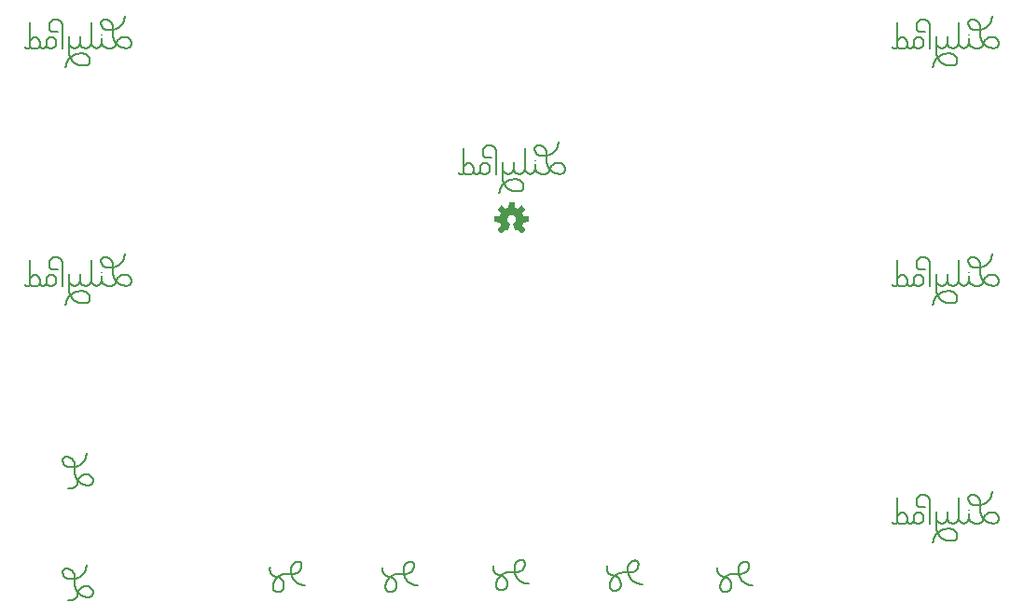
<source format=gbr>
G04 EAGLE Gerber RS-274X export*
G75*
%MOMM*%
%FSLAX34Y34*%
%LPD*%
%INSilkscreen Bottom*%
%IPPOS*%
%AMOC8*
5,1,8,0,0,1.08239X$1,22.5*%
G01*
%ADD10C,0.203200*%

G36*
X530020Y406546D02*
X530020Y406546D01*
X530128Y406556D01*
X530141Y406562D01*
X530155Y406564D01*
X530252Y406612D01*
X530351Y406657D01*
X530364Y406668D01*
X530373Y406672D01*
X530388Y406688D01*
X530465Y406750D01*
X533050Y409335D01*
X533113Y409424D01*
X533179Y409509D01*
X533184Y409522D01*
X533192Y409534D01*
X533223Y409637D01*
X533259Y409740D01*
X533259Y409754D01*
X533263Y409767D01*
X533259Y409875D01*
X533260Y409984D01*
X533255Y409997D01*
X533255Y410011D01*
X533217Y410113D01*
X533182Y410215D01*
X533173Y410230D01*
X533169Y410239D01*
X533155Y410256D01*
X533101Y410338D01*
X530337Y413728D01*
X530894Y414810D01*
X530900Y414830D01*
X530942Y414925D01*
X531313Y416084D01*
X535664Y416527D01*
X535768Y416555D01*
X535874Y416580D01*
X535886Y416587D01*
X535899Y416590D01*
X535989Y416651D01*
X536082Y416708D01*
X536090Y416719D01*
X536102Y416727D01*
X536168Y416813D01*
X536237Y416897D01*
X536241Y416910D01*
X536250Y416921D01*
X536284Y417024D01*
X536323Y417125D01*
X536324Y417143D01*
X536328Y417152D01*
X536328Y417174D01*
X536337Y417272D01*
X536337Y420928D01*
X536320Y421035D01*
X536306Y421143D01*
X536300Y421155D01*
X536298Y421169D01*
X536246Y421265D01*
X536199Y421362D01*
X536189Y421372D01*
X536183Y421384D01*
X536103Y421458D01*
X536027Y421535D01*
X536015Y421541D01*
X536005Y421551D01*
X535906Y421596D01*
X535809Y421644D01*
X535791Y421648D01*
X535782Y421652D01*
X535761Y421654D01*
X535664Y421673D01*
X531313Y422116D01*
X530942Y423275D01*
X530933Y423293D01*
X530931Y423300D01*
X530927Y423307D01*
X530894Y423390D01*
X530337Y424472D01*
X533101Y427862D01*
X533155Y427956D01*
X533212Y428048D01*
X533215Y428061D01*
X533222Y428073D01*
X533243Y428180D01*
X533268Y428285D01*
X533266Y428299D01*
X533269Y428313D01*
X533254Y428420D01*
X533244Y428528D01*
X533238Y428541D01*
X533236Y428555D01*
X533188Y428652D01*
X533143Y428751D01*
X533132Y428764D01*
X533128Y428773D01*
X533112Y428788D01*
X533050Y428865D01*
X530465Y431450D01*
X530376Y431513D01*
X530291Y431579D01*
X530278Y431584D01*
X530266Y431592D01*
X530163Y431623D01*
X530060Y431659D01*
X530046Y431659D01*
X530033Y431663D01*
X529925Y431659D01*
X529816Y431660D01*
X529803Y431655D01*
X529789Y431655D01*
X529687Y431617D01*
X529585Y431582D01*
X529570Y431573D01*
X529561Y431569D01*
X529544Y431555D01*
X529462Y431501D01*
X526072Y428737D01*
X524990Y429294D01*
X524970Y429300D01*
X524875Y429342D01*
X523716Y429713D01*
X523273Y434064D01*
X523245Y434168D01*
X523220Y434274D01*
X523213Y434286D01*
X523210Y434299D01*
X523149Y434389D01*
X523092Y434482D01*
X523081Y434490D01*
X523073Y434502D01*
X522987Y434568D01*
X522903Y434637D01*
X522890Y434641D01*
X522879Y434650D01*
X522776Y434684D01*
X522675Y434723D01*
X522657Y434724D01*
X522648Y434728D01*
X522626Y434728D01*
X522528Y434737D01*
X518872Y434737D01*
X518765Y434720D01*
X518657Y434706D01*
X518645Y434700D01*
X518631Y434698D01*
X518535Y434646D01*
X518438Y434599D01*
X518428Y434589D01*
X518416Y434583D01*
X518342Y434503D01*
X518265Y434427D01*
X518259Y434415D01*
X518249Y434405D01*
X518204Y434306D01*
X518156Y434209D01*
X518152Y434191D01*
X518148Y434182D01*
X518146Y434161D01*
X518127Y434064D01*
X517684Y429713D01*
X516525Y429342D01*
X516507Y429332D01*
X516410Y429294D01*
X515328Y428737D01*
X511938Y431501D01*
X511844Y431555D01*
X511752Y431612D01*
X511739Y431615D01*
X511727Y431622D01*
X511620Y431643D01*
X511515Y431668D01*
X511501Y431666D01*
X511487Y431669D01*
X511380Y431654D01*
X511272Y431644D01*
X511259Y431638D01*
X511246Y431636D01*
X511148Y431588D01*
X511049Y431543D01*
X511036Y431532D01*
X511027Y431528D01*
X511012Y431512D01*
X510935Y431450D01*
X508350Y428865D01*
X508287Y428776D01*
X508221Y428691D01*
X508216Y428678D01*
X508208Y428666D01*
X508177Y428563D01*
X508141Y428460D01*
X508141Y428446D01*
X508137Y428433D01*
X508141Y428325D01*
X508140Y428216D01*
X508145Y428203D01*
X508145Y428189D01*
X508183Y428087D01*
X508218Y427985D01*
X508227Y427970D01*
X508231Y427961D01*
X508245Y427944D01*
X508299Y427862D01*
X511063Y424472D01*
X510506Y423390D01*
X510500Y423370D01*
X510458Y423275D01*
X510087Y422116D01*
X505736Y421673D01*
X505632Y421645D01*
X505526Y421620D01*
X505514Y421613D01*
X505501Y421610D01*
X505411Y421549D01*
X505318Y421492D01*
X505310Y421481D01*
X505298Y421473D01*
X505232Y421387D01*
X505164Y421303D01*
X505159Y421290D01*
X505150Y421279D01*
X505116Y421176D01*
X505077Y421075D01*
X505076Y421057D01*
X505072Y421048D01*
X505073Y421026D01*
X505063Y420928D01*
X505063Y417272D01*
X505080Y417165D01*
X505094Y417057D01*
X505100Y417045D01*
X505102Y417031D01*
X505154Y416935D01*
X505201Y416838D01*
X505211Y416828D01*
X505217Y416816D01*
X505297Y416742D01*
X505373Y416665D01*
X505385Y416659D01*
X505396Y416649D01*
X505494Y416604D01*
X505591Y416556D01*
X505609Y416552D01*
X505618Y416548D01*
X505639Y416546D01*
X505736Y416527D01*
X510087Y416084D01*
X510458Y414925D01*
X510468Y414907D01*
X510506Y414810D01*
X511063Y413728D01*
X508299Y410338D01*
X508245Y410244D01*
X508188Y410152D01*
X508185Y410139D01*
X508178Y410127D01*
X508157Y410020D01*
X508132Y409915D01*
X508134Y409901D01*
X508131Y409887D01*
X508146Y409780D01*
X508156Y409672D01*
X508162Y409659D01*
X508164Y409646D01*
X508212Y409548D01*
X508257Y409449D01*
X508268Y409436D01*
X508272Y409427D01*
X508288Y409412D01*
X508350Y409335D01*
X510935Y406750D01*
X511024Y406687D01*
X511109Y406621D01*
X511122Y406616D01*
X511134Y406608D01*
X511237Y406577D01*
X511340Y406541D01*
X511354Y406541D01*
X511367Y406537D01*
X511475Y406541D01*
X511584Y406540D01*
X511597Y406545D01*
X511611Y406545D01*
X511713Y406583D01*
X511815Y406618D01*
X511830Y406627D01*
X511839Y406631D01*
X511856Y406645D01*
X511938Y406699D01*
X515328Y409463D01*
X516410Y408906D01*
X516463Y408889D01*
X516512Y408863D01*
X516578Y408852D01*
X516642Y408831D01*
X516698Y408832D01*
X516752Y408823D01*
X516819Y408834D01*
X516886Y408835D01*
X516938Y408853D01*
X516993Y408862D01*
X517053Y408894D01*
X517116Y408917D01*
X517159Y408951D01*
X517209Y408977D01*
X517255Y409026D01*
X517307Y409068D01*
X517338Y409115D01*
X517376Y409155D01*
X517432Y409260D01*
X517440Y409273D01*
X517441Y409278D01*
X517445Y409285D01*
X519598Y414482D01*
X519618Y414565D01*
X519623Y414578D01*
X519625Y414594D01*
X519650Y414679D01*
X519649Y414700D01*
X519654Y414720D01*
X519646Y414802D01*
X519647Y414821D01*
X519643Y414841D01*
X519639Y414922D01*
X519632Y414942D01*
X519630Y414963D01*
X519598Y415032D01*
X519592Y415059D01*
X519577Y415083D01*
X519551Y415150D01*
X519538Y415166D01*
X519529Y415185D01*
X519484Y415234D01*
X519464Y415266D01*
X519433Y415291D01*
X519395Y415337D01*
X519372Y415353D01*
X519362Y415363D01*
X519341Y415375D01*
X519276Y415420D01*
X519275Y415421D01*
X519274Y415422D01*
X518375Y415928D01*
X517688Y416572D01*
X517173Y417360D01*
X516861Y418248D01*
X516769Y419185D01*
X516902Y420117D01*
X517253Y420991D01*
X517802Y421756D01*
X518516Y422369D01*
X519356Y422794D01*
X520273Y423008D01*
X521214Y422998D01*
X522126Y422764D01*
X522956Y422321D01*
X523657Y421692D01*
X524189Y420915D01*
X524520Y420034D01*
X524633Y419099D01*
X524525Y418182D01*
X524205Y417314D01*
X523691Y416545D01*
X523012Y415918D01*
X522128Y415423D01*
X522086Y415390D01*
X522044Y415367D01*
X522013Y415334D01*
X521965Y415299D01*
X521953Y415283D01*
X521937Y415270D01*
X521902Y415215D01*
X521877Y415189D01*
X521864Y415159D01*
X521822Y415101D01*
X521816Y415082D01*
X521806Y415065D01*
X521787Y414990D01*
X521777Y414967D01*
X521774Y414943D01*
X521751Y414868D01*
X521752Y414848D01*
X521747Y414828D01*
X521754Y414742D01*
X521753Y414724D01*
X521756Y414708D01*
X521759Y414624D01*
X521767Y414599D01*
X521768Y414585D01*
X521778Y414563D01*
X521802Y414482D01*
X522731Y412239D01*
X522731Y412238D01*
X523662Y409991D01*
X523663Y409991D01*
X523955Y409285D01*
X523984Y409238D01*
X524005Y409186D01*
X524048Y409135D01*
X524084Y409078D01*
X524127Y409043D01*
X524163Y409000D01*
X524220Y408966D01*
X524272Y408923D01*
X524324Y408904D01*
X524372Y408875D01*
X524438Y408861D01*
X524501Y408837D01*
X524556Y408835D01*
X524610Y408824D01*
X524677Y408831D01*
X524744Y408829D01*
X524798Y408845D01*
X524853Y408852D01*
X524964Y408896D01*
X524978Y408900D01*
X524982Y408903D01*
X524990Y408906D01*
X526072Y409463D01*
X529462Y406699D01*
X529556Y406645D01*
X529648Y406588D01*
X529661Y406585D01*
X529673Y406578D01*
X529780Y406557D01*
X529885Y406532D01*
X529899Y406534D01*
X529913Y406531D01*
X530020Y406546D01*
G37*
D10*
X900300Y142750D02*
X900300Y163750D01*
X900285Y163896D01*
X900266Y164042D01*
X900243Y164187D01*
X900216Y164332D01*
X900185Y164476D01*
X900151Y164619D01*
X900112Y164761D01*
X900070Y164901D01*
X900025Y165041D01*
X899975Y165180D01*
X899922Y165317D01*
X899865Y165452D01*
X899805Y165586D01*
X899741Y165719D01*
X899673Y165849D01*
X899602Y165978D01*
X899528Y166105D01*
X899450Y166230D01*
X899369Y166353D01*
X899285Y166473D01*
X899198Y166591D01*
X899107Y166707D01*
X899014Y166821D01*
X898917Y166932D01*
X898818Y167040D01*
X898715Y167145D01*
X898610Y167248D01*
X898502Y167348D01*
X898392Y167445D01*
X898279Y167540D01*
X898164Y167631D01*
X898046Y167719D01*
X897926Y167803D01*
X897803Y167885D01*
X897679Y167963D01*
X897552Y168038D01*
X897424Y168110D01*
X897294Y168178D01*
X897162Y168243D01*
X897028Y168304D01*
X896892Y168361D01*
X896756Y168415D01*
X896617Y168465D01*
X896478Y168512D01*
X896337Y168555D01*
X896196Y168594D01*
X896053Y168629D01*
X895909Y168660D01*
X895765Y168688D01*
X895620Y168712D01*
X895474Y168732D01*
X895328Y168748D01*
X895181Y168760D01*
X895034Y168768D01*
X894887Y168772D01*
X894740Y168773D01*
X894593Y168769D01*
X894447Y168762D01*
X894300Y168750D01*
X894154Y168762D01*
X894007Y168769D01*
X893860Y168773D01*
X893713Y168772D01*
X893566Y168768D01*
X893419Y168760D01*
X893272Y168748D01*
X893126Y168732D01*
X892981Y168712D01*
X892835Y168688D01*
X892691Y168660D01*
X892547Y168629D01*
X892405Y168594D01*
X892263Y168555D01*
X892122Y168512D01*
X891983Y168465D01*
X891845Y168415D01*
X891708Y168361D01*
X891573Y168304D01*
X891439Y168242D01*
X891307Y168178D01*
X891176Y168110D01*
X891048Y168038D01*
X890922Y167963D01*
X890797Y167885D01*
X890675Y167803D01*
X890555Y167718D01*
X890437Y167630D01*
X890321Y167539D01*
X890208Y167445D01*
X890098Y167348D01*
X889990Y167248D01*
X889885Y167145D01*
X889783Y167040D01*
X889683Y166931D01*
X889587Y166820D01*
X889493Y166707D01*
X889403Y166591D01*
X889315Y166473D01*
X889231Y166352D01*
X889150Y166230D01*
X889073Y166105D01*
X888998Y165978D01*
X888927Y165849D01*
X888860Y165719D01*
X888796Y165586D01*
X888735Y165452D01*
X888679Y165317D01*
X888625Y165179D01*
X888576Y165041D01*
X888530Y164901D01*
X888488Y164760D01*
X888449Y164619D01*
X888415Y164476D01*
X888384Y164332D01*
X888357Y164187D01*
X888334Y164042D01*
X888315Y163896D01*
X888300Y163750D01*
X888300Y161750D01*
X888309Y161614D01*
X888322Y161479D01*
X888339Y161344D01*
X888359Y161210D01*
X888384Y161077D01*
X888412Y160944D01*
X888444Y160812D01*
X888480Y160681D01*
X888519Y160551D01*
X888563Y160422D01*
X888610Y160294D01*
X888660Y160168D01*
X888714Y160044D01*
X888772Y159921D01*
X888833Y159799D01*
X888898Y159680D01*
X888966Y159562D01*
X889037Y159447D01*
X889111Y159333D01*
X889189Y159222D01*
X889270Y159112D01*
X889354Y159006D01*
X889441Y158901D01*
X889531Y158800D01*
X889624Y158700D01*
X889720Y158604D01*
X889818Y158510D01*
X889919Y158419D01*
X890022Y158331D01*
X890128Y158246D01*
X890237Y158164D01*
X890347Y158086D01*
X890460Y158010D01*
X890575Y157938D01*
X890692Y157869D01*
X890811Y157803D01*
X890932Y157741D01*
X891055Y157682D01*
X891179Y157627D01*
X891304Y157575D01*
X891431Y157527D01*
X891560Y157483D01*
X891689Y157442D01*
X891820Y157405D01*
X891952Y157372D01*
X892084Y157342D01*
X892218Y157317D01*
X892352Y157295D01*
X892486Y157277D01*
X892622Y157262D01*
X892757Y157252D01*
X892893Y157246D01*
X893029Y157243D01*
X893164Y157244D01*
X893300Y157250D01*
X896300Y157250D01*
X885800Y146750D02*
X885785Y146633D01*
X885774Y146515D01*
X885767Y146397D01*
X885764Y146279D01*
X885765Y146161D01*
X885770Y146043D01*
X885779Y145925D01*
X885792Y145807D01*
X885809Y145691D01*
X885829Y145574D01*
X885854Y145459D01*
X885882Y145344D01*
X885914Y145230D01*
X885950Y145118D01*
X885990Y145006D01*
X886033Y144896D01*
X886080Y144788D01*
X886131Y144681D01*
X886185Y144576D01*
X886243Y144473D01*
X886304Y144372D01*
X886368Y144273D01*
X886436Y144176D01*
X886507Y144081D01*
X886581Y143989D01*
X886658Y143900D01*
X886738Y143813D01*
X886821Y143729D01*
X886907Y143647D01*
X886995Y143569D01*
X887086Y143493D01*
X887179Y143421D01*
X887275Y143351D01*
X887373Y143285D01*
X887473Y143223D01*
X887575Y143163D01*
X887679Y143107D01*
X887785Y143055D01*
X887893Y143006D01*
X888002Y142961D01*
X888113Y142919D01*
X888225Y142881D01*
X888338Y142847D01*
X888452Y142817D01*
X888567Y142791D01*
X888683Y142768D01*
X888800Y142750D01*
X890800Y142750D01*
X890931Y142766D01*
X891061Y142786D01*
X891190Y142810D01*
X891319Y142838D01*
X891447Y142870D01*
X891574Y142905D01*
X891700Y142944D01*
X891824Y142986D01*
X891948Y143032D01*
X892070Y143082D01*
X892190Y143135D01*
X892309Y143192D01*
X892426Y143252D01*
X892542Y143316D01*
X892655Y143383D01*
X892767Y143453D01*
X892876Y143526D01*
X892983Y143603D01*
X893088Y143682D01*
X893191Y143765D01*
X893291Y143850D01*
X893388Y143939D01*
X893483Y144030D01*
X893576Y144124D01*
X893665Y144221D01*
X893752Y144320D01*
X893836Y144421D01*
X893917Y144525D01*
X893994Y144632D01*
X894069Y144740D01*
X894140Y144851D01*
X894208Y144964D01*
X894273Y145078D01*
X894335Y145195D01*
X894393Y145313D01*
X894447Y145433D01*
X894498Y145554D01*
X894546Y145677D01*
X894590Y145801D01*
X894630Y145927D01*
X894667Y146053D01*
X894700Y146181D01*
X894729Y146309D01*
X894755Y146438D01*
X894776Y146568D01*
X894794Y146699D01*
X894808Y146830D01*
X894819Y146961D01*
X894825Y147093D01*
X894828Y147224D01*
X894827Y147356D01*
X894822Y147488D01*
X894813Y147619D01*
X894800Y147750D01*
X894813Y147881D01*
X894822Y148012D01*
X894827Y148144D01*
X894828Y148276D01*
X894825Y148407D01*
X894819Y148539D01*
X894808Y148670D01*
X894794Y148801D01*
X894776Y148932D01*
X894755Y149062D01*
X894729Y149191D01*
X894700Y149319D01*
X894667Y149447D01*
X894630Y149573D01*
X894590Y149699D01*
X894546Y149823D01*
X894498Y149946D01*
X894447Y150067D01*
X894393Y150187D01*
X894335Y150305D01*
X894273Y150422D01*
X894208Y150536D01*
X894140Y150649D01*
X894069Y150760D01*
X893994Y150868D01*
X893917Y150975D01*
X893836Y151079D01*
X893752Y151180D01*
X893665Y151279D01*
X893576Y151376D01*
X893483Y151470D01*
X893388Y151561D01*
X893291Y151650D01*
X893191Y151735D01*
X893088Y151818D01*
X892983Y151897D01*
X892876Y151974D01*
X892767Y152047D01*
X892655Y152117D01*
X892542Y152184D01*
X892426Y152248D01*
X892309Y152308D01*
X892190Y152365D01*
X892070Y152418D01*
X891948Y152468D01*
X891824Y152514D01*
X891700Y152556D01*
X891574Y152595D01*
X891447Y152630D01*
X891319Y152662D01*
X891190Y152690D01*
X891061Y152714D01*
X890931Y152734D01*
X890800Y152750D01*
X889800Y152750D01*
X889674Y152748D01*
X889549Y152742D01*
X889424Y152732D01*
X889299Y152718D01*
X889174Y152701D01*
X889050Y152679D01*
X888927Y152654D01*
X888805Y152624D01*
X888684Y152591D01*
X888564Y152554D01*
X888445Y152514D01*
X888328Y152469D01*
X888211Y152421D01*
X888097Y152369D01*
X887984Y152314D01*
X887873Y152255D01*
X887764Y152193D01*
X887657Y152127D01*
X887552Y152058D01*
X887449Y151986D01*
X887348Y151911D01*
X887250Y151832D01*
X887155Y151750D01*
X887062Y151666D01*
X886972Y151578D01*
X886884Y151488D01*
X886800Y151395D01*
X886718Y151300D01*
X886639Y151202D01*
X886564Y151101D01*
X886492Y150998D01*
X886423Y150893D01*
X886357Y150786D01*
X886295Y150677D01*
X886236Y150566D01*
X886181Y150453D01*
X886129Y150339D01*
X886081Y150222D01*
X886036Y150105D01*
X885996Y149986D01*
X885959Y149866D01*
X885926Y149745D01*
X885896Y149623D01*
X885871Y149500D01*
X885849Y149376D01*
X885832Y149251D01*
X885818Y149126D01*
X885808Y149001D01*
X885802Y148876D01*
X885800Y148750D01*
X885800Y146750D01*
X885823Y146639D01*
X885843Y146526D01*
X885859Y146414D01*
X885871Y146300D01*
X885880Y146187D01*
X885884Y146073D01*
X885885Y145959D01*
X885881Y145845D01*
X885874Y145732D01*
X885863Y145618D01*
X885848Y145505D01*
X885829Y145393D01*
X885807Y145282D01*
X885780Y145171D01*
X885750Y145061D01*
X885716Y144952D01*
X885679Y144845D01*
X885637Y144739D01*
X885592Y144634D01*
X885544Y144531D01*
X885492Y144430D01*
X885437Y144330D01*
X885378Y144232D01*
X885316Y144137D01*
X885251Y144044D01*
X885182Y143953D01*
X885111Y143864D01*
X885037Y143778D01*
X884959Y143694D01*
X884879Y143613D01*
X884796Y143535D01*
X884711Y143460D01*
X884623Y143387D01*
X884532Y143318D01*
X884440Y143252D01*
X884345Y143189D01*
X884248Y143130D01*
X884149Y143073D01*
X884048Y143020D01*
X883945Y142971D01*
X883841Y142925D01*
X883735Y142883D01*
X883628Y142844D01*
X883520Y142809D01*
X883410Y142778D01*
X883300Y142750D01*
X883197Y142724D01*
X883092Y142702D01*
X882987Y142684D01*
X882882Y142669D01*
X882776Y142659D01*
X882669Y142652D01*
X882563Y142650D01*
X882456Y142652D01*
X882350Y142657D01*
X882244Y142667D01*
X882138Y142680D01*
X882033Y142697D01*
X881928Y142719D01*
X881825Y142744D01*
X881722Y142773D01*
X881621Y142806D01*
X881521Y142842D01*
X881422Y142883D01*
X881325Y142927D01*
X881230Y142974D01*
X881136Y143026D01*
X881044Y143080D01*
X880955Y143138D01*
X880868Y143199D01*
X880783Y143264D01*
X880701Y143332D01*
X880621Y143402D01*
X880544Y143476D01*
X880469Y143552D01*
X880398Y143631D01*
X880330Y143713D01*
X880264Y143797D01*
X880202Y143884D01*
X880144Y143973D01*
X880088Y144064D01*
X880036Y144157D01*
X879988Y144252D01*
X879943Y144349D01*
X879902Y144447D01*
X879864Y144547D01*
X879830Y144648D01*
X879800Y144750D01*
X879800Y145250D01*
X879800Y147750D01*
X879806Y147886D01*
X879807Y148022D01*
X879804Y148157D01*
X879798Y148293D01*
X879788Y148429D01*
X879773Y148564D01*
X879755Y148698D01*
X879734Y148832D01*
X879708Y148966D01*
X879678Y149098D01*
X879645Y149230D01*
X879608Y149361D01*
X879567Y149491D01*
X879523Y149619D01*
X879475Y149746D01*
X879423Y149872D01*
X879368Y149996D01*
X879309Y150118D01*
X879247Y150239D01*
X879181Y150358D01*
X879112Y150475D01*
X879040Y150590D01*
X878965Y150703D01*
X878886Y150814D01*
X878804Y150922D01*
X878719Y151028D01*
X878631Y151131D01*
X878540Y151232D01*
X878446Y151331D01*
X878350Y151426D01*
X878251Y151519D01*
X878149Y151609D01*
X878045Y151696D01*
X877938Y151780D01*
X877829Y151861D01*
X877717Y151939D01*
X877604Y152013D01*
X877488Y152085D01*
X877370Y152153D01*
X877251Y152217D01*
X877129Y152278D01*
X877006Y152336D01*
X876882Y152390D01*
X876756Y152441D01*
X876628Y152488D01*
X876499Y152531D01*
X876369Y152570D01*
X876238Y152606D01*
X876106Y152638D01*
X875974Y152666D01*
X875840Y152691D01*
X875706Y152712D01*
X875571Y152728D01*
X875436Y152741D01*
X875300Y152750D01*
X875160Y152734D01*
X875020Y152714D01*
X874882Y152690D01*
X874743Y152663D01*
X874606Y152631D01*
X874470Y152596D01*
X874334Y152556D01*
X874200Y152513D01*
X874067Y152467D01*
X873935Y152416D01*
X873805Y152362D01*
X873677Y152304D01*
X873550Y152243D01*
X873425Y152178D01*
X873301Y152110D01*
X873180Y152038D01*
X873061Y151963D01*
X872944Y151884D01*
X872829Y151803D01*
X872716Y151718D01*
X872606Y151630D01*
X872499Y151539D01*
X872394Y151444D01*
X872292Y151347D01*
X872192Y151248D01*
X872095Y151145D01*
X872002Y151040D01*
X871911Y150932D01*
X871823Y150822D01*
X871739Y150709D01*
X871657Y150594D01*
X871579Y150477D01*
X871504Y150357D01*
X871433Y150236D01*
X871365Y150112D01*
X871300Y149987D01*
X871239Y149860D01*
X871182Y149731D01*
X871128Y149601D01*
X871078Y149469D01*
X871032Y149336D01*
X870989Y149201D01*
X870950Y149066D01*
X870915Y148929D01*
X870884Y148792D01*
X870857Y148654D01*
X870834Y148515D01*
X870814Y148375D01*
X870798Y148235D01*
X870787Y148095D01*
X870779Y147954D01*
X870775Y147813D01*
X870776Y147672D01*
X870780Y147531D01*
X870788Y147390D01*
X870800Y147250D01*
X870771Y147127D01*
X870746Y147003D01*
X870725Y146879D01*
X870708Y146754D01*
X870694Y146628D01*
X870685Y146502D01*
X870679Y146376D01*
X870677Y146250D01*
X870679Y146124D01*
X870685Y145998D01*
X870694Y145872D01*
X870708Y145746D01*
X870725Y145621D01*
X870746Y145497D01*
X870771Y145373D01*
X870800Y145250D01*
X870833Y145127D01*
X870869Y145005D01*
X870910Y144884D01*
X870954Y144765D01*
X871001Y144647D01*
X871053Y144530D01*
X871108Y144415D01*
X871166Y144302D01*
X871228Y144191D01*
X871293Y144082D01*
X871362Y143974D01*
X871434Y143869D01*
X871509Y143767D01*
X871587Y143666D01*
X871668Y143568D01*
X871753Y143473D01*
X871840Y143380D01*
X871930Y143290D01*
X872023Y143203D01*
X872118Y143118D01*
X872216Y143037D01*
X872317Y142959D01*
X872419Y142884D01*
X872524Y142812D01*
X872632Y142743D01*
X872741Y142678D01*
X872852Y142616D01*
X872965Y142558D01*
X873080Y142503D01*
X873197Y142451D01*
X873315Y142404D01*
X873434Y142360D01*
X873555Y142319D01*
X873677Y142283D01*
X873800Y142250D01*
X873929Y142209D01*
X874059Y142172D01*
X874191Y142139D01*
X874323Y142109D01*
X874456Y142083D01*
X874589Y142061D01*
X874724Y142042D01*
X874858Y142028D01*
X874993Y142017D01*
X875129Y142010D01*
X875264Y142007D01*
X875399Y142008D01*
X875535Y142013D01*
X875670Y142021D01*
X875805Y142034D01*
X875939Y142050D01*
X876073Y142070D01*
X876207Y142094D01*
X876339Y142122D01*
X876471Y142154D01*
X876602Y142189D01*
X876731Y142228D01*
X876860Y142271D01*
X876987Y142317D01*
X877113Y142367D01*
X877238Y142421D01*
X877360Y142478D01*
X877481Y142538D01*
X877601Y142602D01*
X877718Y142670D01*
X877834Y142741D01*
X877947Y142815D01*
X878059Y142892D01*
X878168Y142972D01*
X878274Y143056D01*
X878379Y143142D01*
X878480Y143231D01*
X878580Y143324D01*
X878676Y143419D01*
X878770Y143516D01*
X878861Y143617D01*
X878949Y143720D01*
X879034Y143825D01*
X879116Y143933D01*
X879195Y144043D01*
X879270Y144156D01*
X879343Y144270D01*
X879412Y144386D01*
X879478Y144505D01*
X879540Y144625D01*
X879599Y144747D01*
X879655Y144871D01*
X879707Y144996D01*
X879755Y145122D01*
X879800Y145250D01*
X870800Y145250D02*
X870800Y144250D01*
X870798Y144163D01*
X870792Y144076D01*
X870783Y143989D01*
X870770Y143903D01*
X870753Y143817D01*
X870732Y143732D01*
X870707Y143649D01*
X870679Y143566D01*
X870648Y143485D01*
X870613Y143405D01*
X870574Y143327D01*
X870532Y143250D01*
X870487Y143175D01*
X870438Y143103D01*
X870387Y143032D01*
X870332Y142964D01*
X870275Y142899D01*
X870214Y142836D01*
X870151Y142775D01*
X870086Y142718D01*
X870018Y142663D01*
X869947Y142612D01*
X869875Y142563D01*
X869800Y142518D01*
X869723Y142476D01*
X869645Y142437D01*
X869565Y142402D01*
X869484Y142371D01*
X869401Y142343D01*
X869318Y142318D01*
X869233Y142297D01*
X869147Y142280D01*
X869061Y142267D01*
X868974Y142258D01*
X868887Y142252D01*
X868800Y142250D01*
X868713Y142252D01*
X868626Y142258D01*
X868539Y142267D01*
X868453Y142280D01*
X868367Y142297D01*
X868282Y142318D01*
X868199Y142343D01*
X868116Y142371D01*
X868035Y142402D01*
X867955Y142437D01*
X867877Y142476D01*
X867800Y142518D01*
X867725Y142563D01*
X867653Y142612D01*
X867582Y142663D01*
X867514Y142718D01*
X867449Y142775D01*
X867386Y142836D01*
X867325Y142899D01*
X867268Y142964D01*
X867213Y143032D01*
X867162Y143103D01*
X867113Y143175D01*
X867068Y143250D01*
X867026Y143327D01*
X866987Y143405D01*
X866952Y143485D01*
X866921Y143566D01*
X866893Y143649D01*
X866868Y143732D01*
X866847Y143817D01*
X866830Y143903D01*
X866817Y143989D01*
X866808Y144076D01*
X866802Y144163D01*
X866800Y144250D01*
X870800Y146250D02*
X870800Y166250D01*
X935800Y155250D02*
X935800Y154750D01*
X943800Y159250D02*
X944114Y159254D01*
X944428Y159265D01*
X944742Y159284D01*
X945055Y159311D01*
X945367Y159345D01*
X945678Y159386D01*
X945989Y159436D01*
X946298Y159492D01*
X946605Y159556D01*
X946911Y159628D01*
X947215Y159707D01*
X947517Y159793D01*
X947817Y159886D01*
X948115Y159987D01*
X948410Y160095D01*
X948702Y160210D01*
X948992Y160332D01*
X949278Y160461D01*
X949561Y160596D01*
X949841Y160739D01*
X950118Y160888D01*
X950390Y161044D01*
X950659Y161207D01*
X950924Y161376D01*
X951185Y161551D01*
X951441Y161733D01*
X951693Y161920D01*
X951940Y162114D01*
X952183Y162314D01*
X952421Y162519D01*
X952653Y162731D01*
X952881Y162947D01*
X953103Y163169D01*
X953319Y163397D01*
X953531Y163629D01*
X953736Y163867D01*
X953936Y164110D01*
X954130Y164357D01*
X954317Y164609D01*
X954499Y164865D01*
X954674Y165126D01*
X954843Y165391D01*
X955006Y165660D01*
X955162Y165932D01*
X955311Y166209D01*
X955454Y166489D01*
X955589Y166772D01*
X955718Y167058D01*
X955840Y167348D01*
X955955Y167640D01*
X956063Y167935D01*
X956164Y168233D01*
X956257Y168533D01*
X956343Y168835D01*
X956422Y169139D01*
X956494Y169445D01*
X956558Y169752D01*
X956614Y170061D01*
X956664Y170372D01*
X956705Y170683D01*
X956739Y170995D01*
X956766Y171308D01*
X956785Y171622D01*
X956796Y171936D01*
X956800Y172250D01*
X943800Y159250D02*
X942300Y159250D01*
X942137Y159246D01*
X941974Y159245D01*
X941810Y159249D01*
X941647Y159257D01*
X941485Y159269D01*
X941322Y159284D01*
X941160Y159304D01*
X940998Y159327D01*
X940838Y159355D01*
X940677Y159386D01*
X940518Y159421D01*
X940359Y159460D01*
X940202Y159503D01*
X940045Y159549D01*
X939890Y159600D01*
X939736Y159654D01*
X939583Y159711D01*
X939432Y159773D01*
X939282Y159838D01*
X939134Y159907D01*
X938988Y159979D01*
X938843Y160055D01*
X938701Y160134D01*
X938560Y160217D01*
X938421Y160303D01*
X938284Y160392D01*
X938150Y160485D01*
X938018Y160580D01*
X937888Y160679D01*
X937761Y160781D01*
X937636Y160887D01*
X937514Y160995D01*
X937394Y161106D01*
X937277Y161220D01*
X937163Y161337D01*
X937052Y161456D01*
X936943Y161578D01*
X936838Y161703D01*
X936736Y161830D01*
X936637Y161960D01*
X936541Y162092D01*
X936448Y162226D01*
X936358Y162362D01*
X936272Y162501D01*
X936189Y162642D01*
X936110Y162784D01*
X936034Y162929D01*
X935961Y163075D01*
X935892Y163223D01*
X935827Y163373D01*
X935765Y163524D01*
X935707Y163676D01*
X935653Y163830D01*
X935602Y163985D01*
X935556Y164142D01*
X935513Y164299D01*
X935473Y164458D01*
X935438Y164617D01*
X935407Y164777D01*
X935379Y164938D01*
X935355Y165100D01*
X935335Y165262D01*
X935320Y165424D01*
X935308Y165587D01*
X935300Y165750D01*
X935302Y165857D01*
X935308Y165964D01*
X935317Y166071D01*
X935331Y166177D01*
X935348Y166283D01*
X935369Y166388D01*
X935393Y166492D01*
X935422Y166595D01*
X935454Y166697D01*
X935489Y166798D01*
X935528Y166898D01*
X935571Y166996D01*
X935617Y167093D01*
X935667Y167188D01*
X935720Y167281D01*
X935776Y167372D01*
X935836Y167461D01*
X935898Y167548D01*
X935964Y167632D01*
X936033Y167715D01*
X936104Y167794D01*
X936179Y167871D01*
X936256Y167946D01*
X936335Y168017D01*
X936418Y168086D01*
X936502Y168152D01*
X936589Y168214D01*
X936678Y168274D01*
X936769Y168330D01*
X936862Y168383D01*
X936957Y168433D01*
X937054Y168479D01*
X937152Y168522D01*
X937252Y168561D01*
X937353Y168596D01*
X937455Y168628D01*
X937558Y168657D01*
X937662Y168681D01*
X937767Y168702D01*
X937873Y168719D01*
X937979Y168733D01*
X938086Y168742D01*
X938193Y168748D01*
X938300Y168750D01*
X948800Y146750D02*
X948845Y146940D01*
X948895Y147128D01*
X948950Y147315D01*
X949009Y147501D01*
X949073Y147685D01*
X949141Y147868D01*
X949213Y148049D01*
X949290Y148228D01*
X949372Y148405D01*
X949458Y148581D01*
X949548Y148754D01*
X949642Y148924D01*
X949740Y149093D01*
X949843Y149259D01*
X949949Y149422D01*
X950060Y149583D01*
X950174Y149740D01*
X950292Y149895D01*
X950414Y150048D01*
X950540Y150197D01*
X950669Y150343D01*
X950802Y150485D01*
X950939Y150625D01*
X951078Y150761D01*
X951221Y150893D01*
X951368Y151022D01*
X951517Y151148D01*
X951669Y151269D01*
X951825Y151387D01*
X951983Y151501D01*
X952144Y151611D01*
X952307Y151717D01*
X952474Y151820D01*
X952642Y151917D01*
X952813Y152011D01*
X952986Y152101D01*
X953162Y152186D01*
X953339Y152267D01*
X953518Y152344D01*
X953699Y152416D01*
X953882Y152484D01*
X954067Y152547D01*
X954253Y152606D01*
X954440Y152660D01*
X954629Y152709D01*
X954818Y152754D01*
X955009Y152794D01*
X955201Y152830D01*
X955394Y152860D01*
X955587Y152886D01*
X955781Y152908D01*
X955975Y152924D01*
X956170Y152936D01*
X956364Y152943D01*
X956559Y152945D01*
X956754Y152942D01*
X956949Y152935D01*
X957144Y152923D01*
X957338Y152906D01*
X957532Y152884D01*
X957725Y152858D01*
X957918Y152826D01*
X958109Y152790D01*
X958300Y152750D01*
X939300Y168750D02*
X938300Y168750D01*
X939300Y168750D02*
X939469Y168748D01*
X939638Y168742D01*
X939807Y168732D01*
X939976Y168717D01*
X940144Y168699D01*
X940311Y168677D01*
X940478Y168650D01*
X940645Y168620D01*
X940810Y168585D01*
X940975Y168547D01*
X941139Y168504D01*
X941302Y168458D01*
X941463Y168407D01*
X941623Y168353D01*
X941782Y168295D01*
X941940Y168233D01*
X942096Y168168D01*
X942250Y168098D01*
X942402Y168025D01*
X942553Y167948D01*
X942702Y167868D01*
X942849Y167784D01*
X942993Y167696D01*
X943136Y167605D01*
X943276Y167511D01*
X943414Y167413D01*
X943550Y167312D01*
X943683Y167208D01*
X943814Y167100D01*
X943942Y166990D01*
X944067Y166876D01*
X944190Y166759D01*
X944309Y166640D01*
X944426Y166517D01*
X944540Y166392D01*
X944650Y166264D01*
X944758Y166133D01*
X944862Y166000D01*
X944963Y165864D01*
X945061Y165726D01*
X945155Y165586D01*
X945246Y165443D01*
X945334Y165299D01*
X945418Y165152D01*
X945498Y165003D01*
X945575Y164852D01*
X945648Y164700D01*
X945718Y164546D01*
X945783Y164390D01*
X945845Y164232D01*
X945903Y164073D01*
X945957Y163913D01*
X946008Y163752D01*
X946054Y163589D01*
X946097Y163425D01*
X946135Y163260D01*
X946170Y163095D01*
X946200Y162928D01*
X946227Y162761D01*
X946249Y162594D01*
X946267Y162426D01*
X946282Y162257D01*
X946292Y162088D01*
X946298Y161919D01*
X946300Y161750D01*
X958300Y152750D02*
X958442Y152727D01*
X958583Y152701D01*
X958724Y152672D01*
X958863Y152638D01*
X959002Y152600D01*
X959139Y152559D01*
X959276Y152514D01*
X959411Y152466D01*
X959545Y152414D01*
X959677Y152358D01*
X959808Y152298D01*
X959937Y152235D01*
X960064Y152169D01*
X960190Y152099D01*
X960313Y152026D01*
X960435Y151950D01*
X960554Y151870D01*
X960672Y151787D01*
X960787Y151701D01*
X960899Y151612D01*
X961009Y151519D01*
X961117Y151424D01*
X961222Y151326D01*
X961324Y151225D01*
X961424Y151122D01*
X961520Y151016D01*
X961614Y150907D01*
X961705Y150796D01*
X961792Y150682D01*
X961877Y150566D01*
X961958Y150447D01*
X962037Y150327D01*
X962112Y150204D01*
X962183Y150080D01*
X962251Y149954D01*
X962316Y149825D01*
X962377Y149695D01*
X962435Y149564D01*
X962489Y149431D01*
X962539Y149296D01*
X962586Y149161D01*
X962629Y149024D01*
X962669Y148886D01*
X962704Y148746D01*
X962736Y148606D01*
X962764Y148466D01*
X962789Y148324D01*
X962809Y148182D01*
X962826Y148039D01*
X962838Y147896D01*
X962847Y147753D01*
X962852Y147609D01*
X962853Y147466D01*
X962850Y147322D01*
X962843Y147179D01*
X962833Y147035D01*
X962818Y146892D01*
X962800Y146750D01*
X946300Y154750D02*
X946300Y161750D01*
X946300Y154750D02*
X946304Y154460D01*
X946314Y154170D01*
X946332Y153881D01*
X946356Y153592D01*
X946387Y153304D01*
X946426Y153016D01*
X946471Y152730D01*
X946524Y152444D01*
X946583Y152161D01*
X946649Y151878D01*
X946721Y151598D01*
X946801Y151319D01*
X946887Y151042D01*
X946980Y150767D01*
X947080Y150495D01*
X947186Y150225D01*
X947298Y149958D01*
X947418Y149693D01*
X947543Y149432D01*
X947675Y149173D01*
X947812Y148918D01*
X947956Y148666D01*
X948106Y148418D01*
X948262Y148174D01*
X948424Y147933D01*
X948592Y147697D01*
X948765Y147464D01*
X948944Y147236D01*
X949128Y147012D01*
X949318Y146793D01*
X949513Y146578D01*
X949713Y146368D01*
X949918Y146163D01*
X950128Y145963D01*
X950343Y145768D01*
X950562Y145578D01*
X950786Y145394D01*
X951014Y145215D01*
X951247Y145042D01*
X951483Y144874D01*
X951724Y144712D01*
X951968Y144556D01*
X952216Y144406D01*
X952468Y144262D01*
X952723Y144125D01*
X952982Y143993D01*
X953243Y143868D01*
X953508Y143748D01*
X953775Y143636D01*
X954045Y143530D01*
X954317Y143430D01*
X954592Y143337D01*
X954869Y143251D01*
X955148Y143171D01*
X955428Y143099D01*
X955711Y143033D01*
X955994Y142974D01*
X956280Y142921D01*
X956566Y142876D01*
X956854Y142837D01*
X957142Y142806D01*
X957431Y142782D01*
X957720Y142764D01*
X958010Y142754D01*
X958300Y142750D01*
X958428Y142745D01*
X958557Y142743D01*
X958686Y142745D01*
X958814Y142751D01*
X958942Y142761D01*
X959070Y142775D01*
X959198Y142793D01*
X959324Y142814D01*
X959450Y142839D01*
X959576Y142868D01*
X959700Y142901D01*
X959823Y142938D01*
X959945Y142978D01*
X960066Y143022D01*
X960186Y143070D01*
X960304Y143121D01*
X960420Y143176D01*
X960535Y143234D01*
X960647Y143296D01*
X960758Y143361D01*
X960867Y143429D01*
X960974Y143501D01*
X961079Y143575D01*
X961181Y143653D01*
X961281Y143734D01*
X961378Y143818D01*
X961473Y143905D01*
X961565Y143995D01*
X961655Y144087D01*
X961741Y144182D01*
X961825Y144280D01*
X961905Y144380D01*
X961983Y144483D01*
X962057Y144588D01*
X962129Y144695D01*
X962197Y144804D01*
X962261Y144915D01*
X962323Y145028D01*
X962381Y145143D01*
X962435Y145259D01*
X962486Y145377D01*
X962533Y145497D01*
X962576Y145618D01*
X962616Y145740D01*
X962653Y145864D01*
X962685Y145988D01*
X962714Y146113D01*
X962739Y146240D01*
X962760Y146366D01*
X962777Y146494D01*
X962790Y146622D01*
X962800Y146750D01*
X946300Y143250D02*
X946124Y143174D01*
X945946Y143102D01*
X945766Y143034D01*
X945585Y142970D01*
X945402Y142911D01*
X945218Y142857D01*
X945033Y142806D01*
X944847Y142761D01*
X944659Y142720D01*
X944471Y142683D01*
X944281Y142651D01*
X944091Y142624D01*
X943901Y142601D01*
X943709Y142582D01*
X943518Y142569D01*
X943326Y142560D01*
X943134Y142555D01*
X942942Y142556D01*
X942750Y142561D01*
X942558Y142570D01*
X942367Y142584D01*
X942176Y142603D01*
X941985Y142627D01*
X941795Y142655D01*
X941606Y142687D01*
X941418Y142724D01*
X941230Y142766D01*
X941044Y142812D01*
X940859Y142863D01*
X940675Y142918D01*
X940493Y142978D01*
X940312Y143042D01*
X940132Y143110D01*
X939954Y143183D01*
X939778Y143260D01*
X939605Y143341D01*
X939433Y143426D01*
X939263Y143516D01*
X939095Y143609D01*
X938930Y143707D01*
X938767Y143808D01*
X938606Y143914D01*
X938448Y144023D01*
X938293Y144136D01*
X938141Y144253D01*
X937991Y144374D01*
X937845Y144498D01*
X937701Y144625D01*
X937561Y144756D01*
X937424Y144890D01*
X937290Y145028D01*
X937159Y145169D01*
X937032Y145313D01*
X936909Y145460D01*
X936789Y145609D01*
X936672Y145762D01*
X936560Y145918D01*
X936451Y146076D01*
X936346Y146237D01*
X936245Y146400D01*
X936148Y146566D01*
X936055Y146733D01*
X935966Y146904D01*
X935881Y147076D01*
X935800Y147250D01*
X935800Y148750D02*
X935800Y151750D01*
X935800Y148750D02*
X935800Y147250D01*
X926300Y149750D02*
X926300Y166250D01*
X935800Y148750D02*
X935818Y148608D01*
X935833Y148465D01*
X935843Y148321D01*
X935850Y148178D01*
X935853Y148034D01*
X935852Y147891D01*
X935847Y147747D01*
X935838Y147604D01*
X935826Y147461D01*
X935809Y147318D01*
X935789Y147176D01*
X935764Y147034D01*
X935736Y146894D01*
X935704Y146754D01*
X935669Y146614D01*
X935629Y146476D01*
X935586Y146339D01*
X935539Y146204D01*
X935489Y146069D01*
X935435Y145936D01*
X935377Y145805D01*
X935316Y145675D01*
X935251Y145546D01*
X935183Y145420D01*
X935112Y145296D01*
X935037Y145173D01*
X934958Y145053D01*
X934877Y144934D01*
X934792Y144818D01*
X934705Y144704D01*
X934614Y144593D01*
X934520Y144484D01*
X934424Y144378D01*
X934324Y144275D01*
X934222Y144174D01*
X934117Y144076D01*
X934009Y143981D01*
X933899Y143888D01*
X933787Y143799D01*
X933672Y143713D01*
X933554Y143630D01*
X933435Y143550D01*
X933313Y143474D01*
X933190Y143401D01*
X933064Y143331D01*
X932937Y143265D01*
X932808Y143202D01*
X932677Y143142D01*
X932545Y143086D01*
X932411Y143034D01*
X932276Y142986D01*
X932139Y142941D01*
X932002Y142900D01*
X931863Y142862D01*
X931724Y142828D01*
X931583Y142799D01*
X931442Y142773D01*
X931300Y142750D01*
X931152Y142770D01*
X931004Y142795D01*
X930857Y142823D01*
X930710Y142855D01*
X930565Y142891D01*
X930420Y142931D01*
X930277Y142975D01*
X930135Y143022D01*
X929994Y143073D01*
X929854Y143128D01*
X929716Y143186D01*
X929580Y143248D01*
X929445Y143313D01*
X929312Y143382D01*
X929180Y143455D01*
X929051Y143531D01*
X928924Y143610D01*
X928799Y143693D01*
X928676Y143778D01*
X928556Y143867D01*
X928437Y143960D01*
X928322Y144055D01*
X928208Y144153D01*
X928098Y144254D01*
X927990Y144358D01*
X927885Y144465D01*
X927783Y144575D01*
X927683Y144687D01*
X927587Y144802D01*
X927494Y144919D01*
X927403Y145039D01*
X927316Y145161D01*
X927233Y145285D01*
X927152Y145411D01*
X927075Y145540D01*
X927001Y145670D01*
X926931Y145803D01*
X926864Y145937D01*
X926801Y146073D01*
X926741Y146210D01*
X926685Y146349D01*
X926633Y146490D01*
X926584Y146631D01*
X926539Y146774D01*
X926498Y146918D01*
X926460Y147063D01*
X926427Y147210D01*
X926397Y147356D01*
X926371Y147504D01*
X926349Y147652D01*
X926331Y147801D01*
X926317Y147950D01*
X926307Y148100D01*
X926300Y148250D01*
X926286Y148464D01*
X926276Y148678D01*
X926272Y148893D01*
X926272Y149107D01*
X926276Y149322D01*
X926286Y149536D01*
X926300Y149750D01*
X926300Y148250D02*
X926300Y147750D01*
X926298Y147610D01*
X926292Y147470D01*
X926282Y147330D01*
X926269Y147190D01*
X926251Y147051D01*
X926229Y146912D01*
X926204Y146775D01*
X926175Y146637D01*
X926142Y146501D01*
X926105Y146366D01*
X926064Y146232D01*
X926019Y146099D01*
X925971Y145967D01*
X925919Y145837D01*
X925864Y145708D01*
X925805Y145581D01*
X925742Y145455D01*
X925676Y145331D01*
X925607Y145210D01*
X925534Y145090D01*
X925457Y144972D01*
X925378Y144857D01*
X925295Y144743D01*
X925209Y144633D01*
X925120Y144524D01*
X925028Y144418D01*
X924933Y144315D01*
X924836Y144214D01*
X924735Y144117D01*
X924632Y144022D01*
X924526Y143930D01*
X924417Y143841D01*
X924307Y143755D01*
X924193Y143672D01*
X924078Y143593D01*
X923960Y143516D01*
X923840Y143443D01*
X923719Y143374D01*
X923595Y143308D01*
X923469Y143245D01*
X923342Y143186D01*
X923213Y143131D01*
X923083Y143079D01*
X922951Y143031D01*
X922818Y142986D01*
X922684Y142945D01*
X922549Y142908D01*
X922413Y142875D01*
X922275Y142846D01*
X922138Y142821D01*
X921999Y142799D01*
X921860Y142781D01*
X921720Y142768D01*
X921580Y142758D01*
X921440Y142752D01*
X921300Y142750D01*
X921160Y142752D01*
X921020Y142758D01*
X920880Y142768D01*
X920740Y142781D01*
X920601Y142799D01*
X920462Y142821D01*
X920325Y142846D01*
X920187Y142875D01*
X920051Y142908D01*
X919916Y142945D01*
X919782Y142986D01*
X919649Y143031D01*
X919517Y143079D01*
X919387Y143131D01*
X919258Y143186D01*
X919131Y143245D01*
X919005Y143308D01*
X918881Y143374D01*
X918760Y143443D01*
X918640Y143516D01*
X918522Y143593D01*
X918407Y143672D01*
X918293Y143755D01*
X918183Y143841D01*
X918074Y143930D01*
X917968Y144022D01*
X917865Y144117D01*
X917764Y144214D01*
X917667Y144315D01*
X917572Y144418D01*
X917480Y144524D01*
X917391Y144633D01*
X917305Y144743D01*
X917222Y144857D01*
X917143Y144972D01*
X917066Y145090D01*
X916993Y145210D01*
X916924Y145331D01*
X916858Y145455D01*
X916795Y145581D01*
X916736Y145708D01*
X916681Y145837D01*
X916629Y145967D01*
X916581Y146099D01*
X916536Y146232D01*
X916495Y146366D01*
X916458Y146501D01*
X916425Y146637D01*
X916396Y146775D01*
X916371Y146912D01*
X916349Y147051D01*
X916331Y147190D01*
X916318Y147330D01*
X916308Y147470D01*
X916302Y147610D01*
X916300Y147750D01*
X916300Y153750D01*
X916300Y147750D02*
X916298Y147610D01*
X916292Y147470D01*
X916282Y147330D01*
X916269Y147190D01*
X916251Y147051D01*
X916229Y146912D01*
X916204Y146775D01*
X916175Y146637D01*
X916142Y146501D01*
X916105Y146366D01*
X916064Y146232D01*
X916019Y146099D01*
X915971Y145967D01*
X915919Y145837D01*
X915864Y145708D01*
X915805Y145581D01*
X915742Y145455D01*
X915676Y145331D01*
X915607Y145210D01*
X915534Y145090D01*
X915457Y144972D01*
X915378Y144857D01*
X915295Y144743D01*
X915209Y144633D01*
X915120Y144524D01*
X915028Y144418D01*
X914933Y144315D01*
X914836Y144214D01*
X914735Y144117D01*
X914632Y144022D01*
X914526Y143930D01*
X914417Y143841D01*
X914307Y143755D01*
X914193Y143672D01*
X914078Y143593D01*
X913960Y143516D01*
X913840Y143443D01*
X913719Y143374D01*
X913595Y143308D01*
X913469Y143245D01*
X913342Y143186D01*
X913213Y143131D01*
X913083Y143079D01*
X912951Y143031D01*
X912818Y142986D01*
X912684Y142945D01*
X912549Y142908D01*
X912413Y142875D01*
X912275Y142846D01*
X912138Y142821D01*
X911999Y142799D01*
X911860Y142781D01*
X911720Y142768D01*
X911580Y142758D01*
X911440Y142752D01*
X911300Y142750D01*
X917300Y137750D02*
X916986Y137770D01*
X916671Y137783D01*
X916356Y137788D01*
X916041Y137785D01*
X915726Y137775D01*
X915411Y137758D01*
X915097Y137732D01*
X914784Y137700D01*
X914471Y137659D01*
X914160Y137611D01*
X913850Y137556D01*
X913541Y137493D01*
X913234Y137422D01*
X912929Y137345D01*
X912625Y137259D01*
X912324Y137167D01*
X912025Y137067D01*
X911729Y136960D01*
X911435Y136846D01*
X911144Y136725D01*
X910856Y136597D01*
X910572Y136462D01*
X910290Y136320D01*
X910013Y136172D01*
X909738Y136017D01*
X909468Y135855D01*
X909202Y135686D01*
X908939Y135512D01*
X908682Y135331D01*
X908428Y135143D01*
X908179Y134950D01*
X907935Y134751D01*
X907696Y134546D01*
X907462Y134335D01*
X907233Y134119D01*
X907009Y133897D01*
X906791Y133670D01*
X906578Y133437D01*
X906371Y133200D01*
X906170Y132958D01*
X905974Y132710D01*
X905785Y132459D01*
X905602Y132202D01*
X905425Y131942D01*
X905254Y131677D01*
X905090Y131408D01*
X904932Y131135D01*
X904781Y130858D01*
X904637Y130578D01*
X904500Y130295D01*
X904369Y130008D01*
X904246Y129718D01*
X904129Y129425D01*
X904020Y129130D01*
X903917Y128832D01*
X903822Y128532D01*
X903735Y128229D01*
X903654Y127924D01*
X903581Y127618D01*
X903516Y127310D01*
X903458Y127000D01*
X903407Y126689D01*
X903364Y126377D01*
X903328Y126064D01*
X903300Y125750D01*
X911300Y142750D02*
X911160Y142752D01*
X911020Y142758D01*
X910880Y142768D01*
X910740Y142781D01*
X910601Y142799D01*
X910462Y142821D01*
X910325Y142846D01*
X910187Y142875D01*
X910051Y142908D01*
X909916Y142945D01*
X909782Y142986D01*
X909649Y143031D01*
X909517Y143079D01*
X909387Y143131D01*
X909258Y143186D01*
X909131Y143245D01*
X909005Y143308D01*
X908881Y143374D01*
X908760Y143443D01*
X908640Y143516D01*
X908522Y143593D01*
X908407Y143672D01*
X908293Y143755D01*
X908183Y143841D01*
X908074Y143930D01*
X907968Y144022D01*
X907865Y144117D01*
X907764Y144214D01*
X907667Y144315D01*
X907572Y144418D01*
X907480Y144524D01*
X907391Y144633D01*
X907305Y144743D01*
X907222Y144857D01*
X907143Y144972D01*
X907066Y145090D01*
X906993Y145210D01*
X906924Y145331D01*
X906858Y145455D01*
X906795Y145581D01*
X906736Y145708D01*
X906681Y145837D01*
X906629Y145967D01*
X906581Y146099D01*
X906536Y146232D01*
X906495Y146366D01*
X906458Y146501D01*
X906425Y146637D01*
X906396Y146775D01*
X906371Y146912D01*
X906349Y147051D01*
X906331Y147190D01*
X906318Y147330D01*
X906308Y147470D01*
X906302Y147610D01*
X906300Y147750D01*
X906300Y153750D01*
X906300Y147750D02*
X906300Y139750D01*
X917300Y137750D02*
X919300Y137750D01*
X919452Y137748D01*
X919604Y137742D01*
X919756Y137733D01*
X919907Y137719D01*
X920058Y137702D01*
X920209Y137681D01*
X920359Y137656D01*
X920508Y137627D01*
X920656Y137595D01*
X920804Y137558D01*
X920951Y137519D01*
X921096Y137475D01*
X921241Y137427D01*
X921384Y137377D01*
X921526Y137322D01*
X921666Y137264D01*
X921805Y137202D01*
X921942Y137137D01*
X922078Y137068D01*
X922212Y136996D01*
X922344Y136921D01*
X922474Y136842D01*
X922602Y136760D01*
X922728Y136675D01*
X922851Y136586D01*
X922973Y136495D01*
X923092Y136400D01*
X923208Y136303D01*
X923322Y136202D01*
X923434Y136099D01*
X923543Y135993D01*
X923649Y135884D01*
X923752Y135772D01*
X923853Y135658D01*
X923950Y135542D01*
X924045Y135423D01*
X924136Y135301D01*
X924225Y135178D01*
X924310Y135052D01*
X924392Y134924D01*
X924471Y134794D01*
X924546Y134662D01*
X924618Y134528D01*
X924687Y134392D01*
X924752Y134255D01*
X924814Y134116D01*
X924872Y133976D01*
X924927Y133834D01*
X924977Y133691D01*
X925025Y133546D01*
X925069Y133401D01*
X925108Y133254D01*
X925145Y133106D01*
X925177Y132958D01*
X925206Y132809D01*
X925231Y132659D01*
X925252Y132508D01*
X925269Y132357D01*
X925283Y132206D01*
X925292Y132054D01*
X925298Y131902D01*
X925300Y131750D01*
X919300Y126750D02*
X918986Y126754D01*
X918672Y126765D01*
X918358Y126784D01*
X918045Y126811D01*
X917733Y126845D01*
X917422Y126886D01*
X917111Y126936D01*
X916802Y126992D01*
X916495Y127056D01*
X916189Y127128D01*
X915885Y127207D01*
X915583Y127293D01*
X915283Y127386D01*
X914985Y127487D01*
X914690Y127595D01*
X914398Y127710D01*
X914108Y127832D01*
X913822Y127961D01*
X913539Y128096D01*
X913259Y128239D01*
X912982Y128388D01*
X912710Y128544D01*
X912441Y128707D01*
X912176Y128876D01*
X911915Y129051D01*
X911659Y129233D01*
X911407Y129420D01*
X911160Y129614D01*
X910917Y129814D01*
X910679Y130019D01*
X910447Y130231D01*
X910219Y130447D01*
X909997Y130669D01*
X909781Y130897D01*
X909569Y131129D01*
X909364Y131367D01*
X909164Y131610D01*
X908970Y131857D01*
X908783Y132109D01*
X908601Y132365D01*
X908426Y132626D01*
X908257Y132891D01*
X908094Y133160D01*
X907938Y133432D01*
X907789Y133709D01*
X907646Y133989D01*
X907511Y134272D01*
X907382Y134558D01*
X907260Y134848D01*
X907145Y135140D01*
X907037Y135435D01*
X906936Y135733D01*
X906843Y136033D01*
X906757Y136335D01*
X906678Y136639D01*
X906606Y136945D01*
X906542Y137252D01*
X906486Y137561D01*
X906436Y137872D01*
X906395Y138183D01*
X906361Y138495D01*
X906334Y138808D01*
X906315Y139122D01*
X906304Y139436D01*
X906300Y139750D01*
X919300Y126750D02*
X920300Y126750D01*
X920440Y126752D01*
X920580Y126758D01*
X920720Y126768D01*
X920860Y126781D01*
X920999Y126799D01*
X921138Y126821D01*
X921275Y126846D01*
X921413Y126875D01*
X921549Y126908D01*
X921684Y126945D01*
X921818Y126986D01*
X921951Y127031D01*
X922083Y127079D01*
X922213Y127131D01*
X922342Y127186D01*
X922469Y127245D01*
X922595Y127308D01*
X922719Y127374D01*
X922840Y127443D01*
X922960Y127516D01*
X923078Y127593D01*
X923193Y127672D01*
X923307Y127755D01*
X923417Y127841D01*
X923526Y127930D01*
X923632Y128022D01*
X923735Y128117D01*
X923836Y128214D01*
X923933Y128315D01*
X924028Y128418D01*
X924120Y128524D01*
X924209Y128633D01*
X924295Y128743D01*
X924378Y128857D01*
X924457Y128972D01*
X924534Y129090D01*
X924607Y129210D01*
X924676Y129331D01*
X924742Y129455D01*
X924805Y129581D01*
X924864Y129708D01*
X924919Y129837D01*
X924971Y129967D01*
X925019Y130099D01*
X925064Y130232D01*
X925105Y130366D01*
X925142Y130501D01*
X925175Y130637D01*
X925204Y130775D01*
X925229Y130912D01*
X925251Y131051D01*
X925269Y131190D01*
X925282Y131330D01*
X925292Y131470D01*
X925298Y131610D01*
X925300Y131750D01*
X942800Y142750D02*
X942938Y142724D01*
X943077Y142703D01*
X943216Y142685D01*
X943356Y142670D01*
X943496Y142660D01*
X943637Y142654D01*
X943777Y142651D01*
X943918Y142652D01*
X944058Y142658D01*
X944198Y142667D01*
X944338Y142679D01*
X944478Y142696D01*
X944617Y142717D01*
X944755Y142741D01*
X944893Y142769D01*
X945030Y142801D01*
X945165Y142837D01*
X945300Y142877D01*
X945434Y142920D01*
X945566Y142967D01*
X945698Y143017D01*
X945827Y143071D01*
X945955Y143129D01*
X946082Y143190D01*
X946207Y143255D01*
X946330Y143323D01*
X946451Y143394D01*
X946570Y143469D01*
X946687Y143547D01*
X946801Y143628D01*
X946914Y143712D01*
X947024Y143799D01*
X947131Y143890D01*
X947237Y143983D01*
X947339Y144079D01*
X947439Y144178D01*
X947536Y144280D01*
X947630Y144384D01*
X947721Y144491D01*
X947810Y144600D01*
X947895Y144712D01*
X947977Y144826D01*
X948056Y144942D01*
X948132Y145060D01*
X948204Y145181D01*
X948273Y145303D01*
X948339Y145427D01*
X948401Y145553D01*
X948460Y145681D01*
X948516Y145810D01*
X948567Y145941D01*
X948615Y146073D01*
X948660Y146206D01*
X948700Y146341D01*
X948737Y146476D01*
X948771Y146613D01*
X948800Y146750D01*
X112900Y574550D02*
X112900Y595550D01*
X112885Y595696D01*
X112866Y595842D01*
X112843Y595987D01*
X112816Y596132D01*
X112785Y596276D01*
X112751Y596419D01*
X112712Y596561D01*
X112670Y596701D01*
X112625Y596841D01*
X112575Y596980D01*
X112522Y597117D01*
X112465Y597252D01*
X112405Y597386D01*
X112341Y597519D01*
X112273Y597649D01*
X112202Y597778D01*
X112128Y597905D01*
X112050Y598030D01*
X111969Y598153D01*
X111885Y598273D01*
X111798Y598391D01*
X111707Y598507D01*
X111614Y598621D01*
X111517Y598732D01*
X111418Y598840D01*
X111315Y598945D01*
X111210Y599048D01*
X111102Y599148D01*
X110992Y599245D01*
X110879Y599340D01*
X110764Y599431D01*
X110646Y599519D01*
X110526Y599603D01*
X110403Y599685D01*
X110279Y599763D01*
X110152Y599838D01*
X110024Y599910D01*
X109894Y599978D01*
X109762Y600043D01*
X109628Y600104D01*
X109492Y600161D01*
X109356Y600215D01*
X109217Y600265D01*
X109078Y600312D01*
X108937Y600355D01*
X108796Y600394D01*
X108653Y600429D01*
X108509Y600460D01*
X108365Y600488D01*
X108220Y600512D01*
X108074Y600532D01*
X107928Y600548D01*
X107781Y600560D01*
X107634Y600568D01*
X107487Y600572D01*
X107340Y600573D01*
X107193Y600569D01*
X107047Y600562D01*
X106900Y600550D01*
X106754Y600562D01*
X106607Y600569D01*
X106460Y600573D01*
X106313Y600572D01*
X106166Y600568D01*
X106019Y600560D01*
X105872Y600548D01*
X105726Y600532D01*
X105581Y600512D01*
X105435Y600488D01*
X105291Y600460D01*
X105147Y600429D01*
X105005Y600394D01*
X104863Y600355D01*
X104722Y600312D01*
X104583Y600265D01*
X104445Y600215D01*
X104308Y600161D01*
X104173Y600104D01*
X104039Y600042D01*
X103907Y599978D01*
X103776Y599910D01*
X103648Y599838D01*
X103522Y599763D01*
X103397Y599685D01*
X103275Y599603D01*
X103155Y599518D01*
X103037Y599430D01*
X102921Y599339D01*
X102808Y599245D01*
X102698Y599148D01*
X102590Y599048D01*
X102485Y598945D01*
X102383Y598840D01*
X102283Y598731D01*
X102187Y598620D01*
X102093Y598507D01*
X102003Y598391D01*
X101915Y598273D01*
X101831Y598152D01*
X101750Y598030D01*
X101673Y597905D01*
X101598Y597778D01*
X101527Y597649D01*
X101460Y597519D01*
X101396Y597386D01*
X101335Y597252D01*
X101279Y597117D01*
X101225Y596979D01*
X101176Y596841D01*
X101130Y596701D01*
X101088Y596560D01*
X101049Y596419D01*
X101015Y596276D01*
X100984Y596132D01*
X100957Y595987D01*
X100934Y595842D01*
X100915Y595696D01*
X100900Y595550D01*
X100900Y593550D01*
X100909Y593414D01*
X100922Y593279D01*
X100939Y593144D01*
X100959Y593010D01*
X100984Y592877D01*
X101012Y592744D01*
X101044Y592612D01*
X101080Y592481D01*
X101119Y592351D01*
X101163Y592222D01*
X101210Y592094D01*
X101260Y591968D01*
X101314Y591844D01*
X101372Y591721D01*
X101433Y591599D01*
X101498Y591480D01*
X101566Y591362D01*
X101637Y591247D01*
X101711Y591133D01*
X101789Y591022D01*
X101870Y590912D01*
X101954Y590806D01*
X102041Y590701D01*
X102131Y590600D01*
X102224Y590500D01*
X102320Y590404D01*
X102418Y590310D01*
X102519Y590219D01*
X102622Y590131D01*
X102728Y590046D01*
X102837Y589964D01*
X102947Y589886D01*
X103060Y589810D01*
X103175Y589738D01*
X103292Y589669D01*
X103411Y589603D01*
X103532Y589541D01*
X103655Y589482D01*
X103779Y589427D01*
X103904Y589375D01*
X104031Y589327D01*
X104160Y589283D01*
X104289Y589242D01*
X104420Y589205D01*
X104552Y589172D01*
X104684Y589142D01*
X104818Y589117D01*
X104952Y589095D01*
X105086Y589077D01*
X105222Y589062D01*
X105357Y589052D01*
X105493Y589046D01*
X105629Y589043D01*
X105764Y589044D01*
X105900Y589050D01*
X108900Y589050D01*
X98400Y578550D02*
X98385Y578433D01*
X98374Y578315D01*
X98367Y578197D01*
X98364Y578079D01*
X98365Y577961D01*
X98370Y577843D01*
X98379Y577725D01*
X98392Y577607D01*
X98409Y577491D01*
X98429Y577374D01*
X98454Y577259D01*
X98482Y577144D01*
X98514Y577030D01*
X98550Y576918D01*
X98590Y576806D01*
X98633Y576696D01*
X98680Y576588D01*
X98731Y576481D01*
X98785Y576376D01*
X98843Y576273D01*
X98904Y576172D01*
X98968Y576073D01*
X99036Y575976D01*
X99107Y575881D01*
X99181Y575789D01*
X99258Y575700D01*
X99338Y575613D01*
X99421Y575529D01*
X99507Y575447D01*
X99595Y575369D01*
X99686Y575293D01*
X99779Y575221D01*
X99875Y575151D01*
X99973Y575085D01*
X100073Y575023D01*
X100175Y574963D01*
X100279Y574907D01*
X100385Y574855D01*
X100493Y574806D01*
X100602Y574761D01*
X100713Y574719D01*
X100825Y574681D01*
X100938Y574647D01*
X101052Y574617D01*
X101167Y574591D01*
X101283Y574568D01*
X101400Y574550D01*
X103400Y574550D01*
X103531Y574566D01*
X103661Y574586D01*
X103790Y574610D01*
X103919Y574638D01*
X104047Y574670D01*
X104174Y574705D01*
X104300Y574744D01*
X104424Y574786D01*
X104548Y574832D01*
X104670Y574882D01*
X104790Y574935D01*
X104909Y574992D01*
X105026Y575052D01*
X105142Y575116D01*
X105255Y575183D01*
X105367Y575253D01*
X105476Y575326D01*
X105583Y575403D01*
X105688Y575482D01*
X105791Y575565D01*
X105891Y575650D01*
X105988Y575739D01*
X106083Y575830D01*
X106176Y575924D01*
X106265Y576021D01*
X106352Y576120D01*
X106436Y576221D01*
X106517Y576325D01*
X106594Y576432D01*
X106669Y576540D01*
X106740Y576651D01*
X106808Y576764D01*
X106873Y576878D01*
X106935Y576995D01*
X106993Y577113D01*
X107047Y577233D01*
X107098Y577354D01*
X107146Y577477D01*
X107190Y577601D01*
X107230Y577727D01*
X107267Y577853D01*
X107300Y577981D01*
X107329Y578109D01*
X107355Y578238D01*
X107376Y578368D01*
X107394Y578499D01*
X107408Y578630D01*
X107419Y578761D01*
X107425Y578893D01*
X107428Y579024D01*
X107427Y579156D01*
X107422Y579288D01*
X107413Y579419D01*
X107400Y579550D01*
X107413Y579681D01*
X107422Y579812D01*
X107427Y579944D01*
X107428Y580076D01*
X107425Y580207D01*
X107419Y580339D01*
X107408Y580470D01*
X107394Y580601D01*
X107376Y580732D01*
X107355Y580862D01*
X107329Y580991D01*
X107300Y581119D01*
X107267Y581247D01*
X107230Y581373D01*
X107190Y581499D01*
X107146Y581623D01*
X107098Y581746D01*
X107047Y581867D01*
X106993Y581987D01*
X106935Y582105D01*
X106873Y582222D01*
X106808Y582336D01*
X106740Y582449D01*
X106669Y582560D01*
X106594Y582668D01*
X106517Y582775D01*
X106436Y582879D01*
X106352Y582980D01*
X106265Y583079D01*
X106176Y583176D01*
X106083Y583270D01*
X105988Y583361D01*
X105891Y583450D01*
X105791Y583535D01*
X105688Y583618D01*
X105583Y583697D01*
X105476Y583774D01*
X105367Y583847D01*
X105255Y583917D01*
X105142Y583984D01*
X105026Y584048D01*
X104909Y584108D01*
X104790Y584165D01*
X104670Y584218D01*
X104548Y584268D01*
X104424Y584314D01*
X104300Y584356D01*
X104174Y584395D01*
X104047Y584430D01*
X103919Y584462D01*
X103790Y584490D01*
X103661Y584514D01*
X103531Y584534D01*
X103400Y584550D01*
X102400Y584550D01*
X102274Y584548D01*
X102149Y584542D01*
X102024Y584532D01*
X101899Y584518D01*
X101774Y584501D01*
X101650Y584479D01*
X101527Y584454D01*
X101405Y584424D01*
X101284Y584391D01*
X101164Y584354D01*
X101045Y584314D01*
X100928Y584269D01*
X100811Y584221D01*
X100697Y584169D01*
X100584Y584114D01*
X100473Y584055D01*
X100364Y583993D01*
X100257Y583927D01*
X100152Y583858D01*
X100049Y583786D01*
X99948Y583711D01*
X99850Y583632D01*
X99755Y583550D01*
X99662Y583466D01*
X99572Y583378D01*
X99484Y583288D01*
X99400Y583195D01*
X99318Y583100D01*
X99239Y583002D01*
X99164Y582901D01*
X99092Y582798D01*
X99023Y582693D01*
X98957Y582586D01*
X98895Y582477D01*
X98836Y582366D01*
X98781Y582253D01*
X98729Y582139D01*
X98681Y582022D01*
X98636Y581905D01*
X98596Y581786D01*
X98559Y581666D01*
X98526Y581545D01*
X98496Y581423D01*
X98471Y581300D01*
X98449Y581176D01*
X98432Y581051D01*
X98418Y580926D01*
X98408Y580801D01*
X98402Y580676D01*
X98400Y580550D01*
X98400Y578550D01*
X98423Y578439D01*
X98443Y578326D01*
X98459Y578214D01*
X98471Y578100D01*
X98480Y577987D01*
X98484Y577873D01*
X98485Y577759D01*
X98481Y577645D01*
X98474Y577532D01*
X98463Y577418D01*
X98448Y577305D01*
X98429Y577193D01*
X98407Y577082D01*
X98380Y576971D01*
X98350Y576861D01*
X98316Y576752D01*
X98279Y576645D01*
X98237Y576539D01*
X98192Y576434D01*
X98144Y576331D01*
X98092Y576230D01*
X98037Y576130D01*
X97978Y576032D01*
X97916Y575937D01*
X97851Y575844D01*
X97782Y575753D01*
X97711Y575664D01*
X97637Y575578D01*
X97559Y575494D01*
X97479Y575413D01*
X97396Y575335D01*
X97311Y575260D01*
X97223Y575187D01*
X97132Y575118D01*
X97040Y575052D01*
X96945Y574989D01*
X96848Y574930D01*
X96749Y574873D01*
X96648Y574820D01*
X96545Y574771D01*
X96441Y574725D01*
X96335Y574683D01*
X96228Y574644D01*
X96120Y574609D01*
X96010Y574578D01*
X95900Y574550D01*
X95797Y574524D01*
X95692Y574502D01*
X95587Y574484D01*
X95482Y574469D01*
X95376Y574459D01*
X95269Y574452D01*
X95163Y574450D01*
X95056Y574452D01*
X94950Y574457D01*
X94844Y574467D01*
X94738Y574480D01*
X94633Y574497D01*
X94528Y574519D01*
X94425Y574544D01*
X94322Y574573D01*
X94221Y574606D01*
X94121Y574642D01*
X94022Y574683D01*
X93925Y574727D01*
X93830Y574774D01*
X93736Y574826D01*
X93644Y574880D01*
X93555Y574938D01*
X93468Y574999D01*
X93383Y575064D01*
X93301Y575132D01*
X93221Y575202D01*
X93144Y575276D01*
X93069Y575352D01*
X92998Y575431D01*
X92930Y575513D01*
X92864Y575597D01*
X92802Y575684D01*
X92744Y575773D01*
X92688Y575864D01*
X92636Y575957D01*
X92588Y576052D01*
X92543Y576149D01*
X92502Y576247D01*
X92464Y576347D01*
X92430Y576448D01*
X92400Y576550D01*
X92400Y577050D01*
X92400Y579550D01*
X92406Y579686D01*
X92407Y579822D01*
X92404Y579957D01*
X92398Y580093D01*
X92388Y580229D01*
X92373Y580364D01*
X92355Y580498D01*
X92334Y580632D01*
X92308Y580766D01*
X92278Y580898D01*
X92245Y581030D01*
X92208Y581161D01*
X92167Y581291D01*
X92123Y581419D01*
X92075Y581546D01*
X92023Y581672D01*
X91968Y581796D01*
X91909Y581918D01*
X91847Y582039D01*
X91781Y582158D01*
X91712Y582275D01*
X91640Y582390D01*
X91565Y582503D01*
X91486Y582614D01*
X91404Y582722D01*
X91319Y582828D01*
X91231Y582931D01*
X91140Y583032D01*
X91046Y583131D01*
X90950Y583226D01*
X90851Y583319D01*
X90749Y583409D01*
X90645Y583496D01*
X90538Y583580D01*
X90429Y583661D01*
X90317Y583739D01*
X90204Y583813D01*
X90088Y583885D01*
X89970Y583953D01*
X89851Y584017D01*
X89729Y584078D01*
X89606Y584136D01*
X89482Y584190D01*
X89356Y584241D01*
X89228Y584288D01*
X89099Y584331D01*
X88969Y584370D01*
X88838Y584406D01*
X88706Y584438D01*
X88574Y584466D01*
X88440Y584491D01*
X88306Y584512D01*
X88171Y584528D01*
X88036Y584541D01*
X87900Y584550D01*
X87760Y584534D01*
X87620Y584514D01*
X87482Y584490D01*
X87343Y584463D01*
X87206Y584431D01*
X87070Y584396D01*
X86934Y584356D01*
X86800Y584313D01*
X86667Y584267D01*
X86535Y584216D01*
X86405Y584162D01*
X86277Y584104D01*
X86150Y584043D01*
X86025Y583978D01*
X85901Y583910D01*
X85780Y583838D01*
X85661Y583763D01*
X85544Y583684D01*
X85429Y583603D01*
X85316Y583518D01*
X85206Y583430D01*
X85099Y583339D01*
X84994Y583244D01*
X84892Y583147D01*
X84792Y583048D01*
X84695Y582945D01*
X84602Y582840D01*
X84511Y582732D01*
X84423Y582622D01*
X84339Y582509D01*
X84257Y582394D01*
X84179Y582277D01*
X84104Y582157D01*
X84033Y582036D01*
X83965Y581912D01*
X83900Y581787D01*
X83839Y581660D01*
X83782Y581531D01*
X83728Y581401D01*
X83678Y581269D01*
X83632Y581136D01*
X83589Y581001D01*
X83550Y580866D01*
X83515Y580729D01*
X83484Y580592D01*
X83457Y580454D01*
X83434Y580315D01*
X83414Y580175D01*
X83398Y580035D01*
X83387Y579895D01*
X83379Y579754D01*
X83375Y579613D01*
X83376Y579472D01*
X83380Y579331D01*
X83388Y579190D01*
X83400Y579050D01*
X83371Y578927D01*
X83346Y578803D01*
X83325Y578679D01*
X83308Y578554D01*
X83294Y578428D01*
X83285Y578302D01*
X83279Y578176D01*
X83277Y578050D01*
X83279Y577924D01*
X83285Y577798D01*
X83294Y577672D01*
X83308Y577546D01*
X83325Y577421D01*
X83346Y577297D01*
X83371Y577173D01*
X83400Y577050D01*
X83433Y576927D01*
X83469Y576805D01*
X83510Y576684D01*
X83554Y576565D01*
X83601Y576447D01*
X83653Y576330D01*
X83708Y576215D01*
X83766Y576102D01*
X83828Y575991D01*
X83893Y575882D01*
X83962Y575774D01*
X84034Y575669D01*
X84109Y575567D01*
X84187Y575466D01*
X84268Y575368D01*
X84353Y575273D01*
X84440Y575180D01*
X84530Y575090D01*
X84623Y575003D01*
X84718Y574918D01*
X84816Y574837D01*
X84917Y574759D01*
X85019Y574684D01*
X85124Y574612D01*
X85232Y574543D01*
X85341Y574478D01*
X85452Y574416D01*
X85565Y574358D01*
X85680Y574303D01*
X85797Y574251D01*
X85915Y574204D01*
X86034Y574160D01*
X86155Y574119D01*
X86277Y574083D01*
X86400Y574050D01*
X86529Y574009D01*
X86659Y573972D01*
X86791Y573939D01*
X86923Y573909D01*
X87056Y573883D01*
X87189Y573861D01*
X87324Y573842D01*
X87458Y573828D01*
X87593Y573817D01*
X87729Y573810D01*
X87864Y573807D01*
X87999Y573808D01*
X88135Y573813D01*
X88270Y573821D01*
X88405Y573834D01*
X88539Y573850D01*
X88673Y573870D01*
X88807Y573894D01*
X88939Y573922D01*
X89071Y573954D01*
X89202Y573989D01*
X89331Y574028D01*
X89460Y574071D01*
X89587Y574117D01*
X89713Y574167D01*
X89838Y574221D01*
X89960Y574278D01*
X90081Y574338D01*
X90201Y574402D01*
X90318Y574470D01*
X90434Y574541D01*
X90547Y574615D01*
X90659Y574692D01*
X90768Y574772D01*
X90874Y574856D01*
X90979Y574942D01*
X91080Y575031D01*
X91180Y575124D01*
X91276Y575219D01*
X91370Y575316D01*
X91461Y575417D01*
X91549Y575520D01*
X91634Y575625D01*
X91716Y575733D01*
X91795Y575843D01*
X91870Y575956D01*
X91943Y576070D01*
X92012Y576186D01*
X92078Y576305D01*
X92140Y576425D01*
X92199Y576547D01*
X92255Y576671D01*
X92307Y576796D01*
X92355Y576922D01*
X92400Y577050D01*
X83400Y577050D02*
X83400Y576050D01*
X83398Y575963D01*
X83392Y575876D01*
X83383Y575789D01*
X83370Y575703D01*
X83353Y575617D01*
X83332Y575532D01*
X83307Y575449D01*
X83279Y575366D01*
X83248Y575285D01*
X83213Y575205D01*
X83174Y575127D01*
X83132Y575050D01*
X83087Y574975D01*
X83038Y574903D01*
X82987Y574832D01*
X82932Y574764D01*
X82875Y574699D01*
X82814Y574636D01*
X82751Y574575D01*
X82686Y574518D01*
X82618Y574463D01*
X82547Y574412D01*
X82475Y574363D01*
X82400Y574318D01*
X82323Y574276D01*
X82245Y574237D01*
X82165Y574202D01*
X82084Y574171D01*
X82001Y574143D01*
X81918Y574118D01*
X81833Y574097D01*
X81747Y574080D01*
X81661Y574067D01*
X81574Y574058D01*
X81487Y574052D01*
X81400Y574050D01*
X81313Y574052D01*
X81226Y574058D01*
X81139Y574067D01*
X81053Y574080D01*
X80967Y574097D01*
X80882Y574118D01*
X80799Y574143D01*
X80716Y574171D01*
X80635Y574202D01*
X80555Y574237D01*
X80477Y574276D01*
X80400Y574318D01*
X80325Y574363D01*
X80253Y574412D01*
X80182Y574463D01*
X80114Y574518D01*
X80049Y574575D01*
X79986Y574636D01*
X79925Y574699D01*
X79868Y574764D01*
X79813Y574832D01*
X79762Y574903D01*
X79713Y574975D01*
X79668Y575050D01*
X79626Y575127D01*
X79587Y575205D01*
X79552Y575285D01*
X79521Y575366D01*
X79493Y575449D01*
X79468Y575532D01*
X79447Y575617D01*
X79430Y575703D01*
X79417Y575789D01*
X79408Y575876D01*
X79402Y575963D01*
X79400Y576050D01*
X83400Y578050D02*
X83400Y598050D01*
X148400Y587050D02*
X148400Y586550D01*
X156400Y591050D02*
X156714Y591054D01*
X157028Y591065D01*
X157342Y591084D01*
X157655Y591111D01*
X157967Y591145D01*
X158278Y591186D01*
X158589Y591236D01*
X158898Y591292D01*
X159205Y591356D01*
X159511Y591428D01*
X159815Y591507D01*
X160117Y591593D01*
X160417Y591686D01*
X160715Y591787D01*
X161010Y591895D01*
X161302Y592010D01*
X161592Y592132D01*
X161878Y592261D01*
X162161Y592396D01*
X162441Y592539D01*
X162718Y592688D01*
X162990Y592844D01*
X163259Y593007D01*
X163524Y593176D01*
X163785Y593351D01*
X164041Y593533D01*
X164293Y593720D01*
X164540Y593914D01*
X164783Y594114D01*
X165021Y594319D01*
X165253Y594531D01*
X165481Y594747D01*
X165703Y594969D01*
X165919Y595197D01*
X166131Y595429D01*
X166336Y595667D01*
X166536Y595910D01*
X166730Y596157D01*
X166917Y596409D01*
X167099Y596665D01*
X167274Y596926D01*
X167443Y597191D01*
X167606Y597460D01*
X167762Y597732D01*
X167911Y598009D01*
X168054Y598289D01*
X168189Y598572D01*
X168318Y598858D01*
X168440Y599148D01*
X168555Y599440D01*
X168663Y599735D01*
X168764Y600033D01*
X168857Y600333D01*
X168943Y600635D01*
X169022Y600939D01*
X169094Y601245D01*
X169158Y601552D01*
X169214Y601861D01*
X169264Y602172D01*
X169305Y602483D01*
X169339Y602795D01*
X169366Y603108D01*
X169385Y603422D01*
X169396Y603736D01*
X169400Y604050D01*
X156400Y591050D02*
X154900Y591050D01*
X154737Y591046D01*
X154574Y591045D01*
X154410Y591049D01*
X154247Y591057D01*
X154085Y591069D01*
X153922Y591084D01*
X153760Y591104D01*
X153598Y591127D01*
X153438Y591155D01*
X153277Y591186D01*
X153118Y591221D01*
X152959Y591260D01*
X152802Y591303D01*
X152645Y591349D01*
X152490Y591400D01*
X152336Y591454D01*
X152183Y591511D01*
X152032Y591573D01*
X151882Y591638D01*
X151734Y591707D01*
X151588Y591779D01*
X151443Y591855D01*
X151301Y591934D01*
X151160Y592017D01*
X151021Y592103D01*
X150884Y592192D01*
X150750Y592285D01*
X150618Y592380D01*
X150488Y592479D01*
X150361Y592581D01*
X150236Y592687D01*
X150114Y592795D01*
X149994Y592906D01*
X149877Y593020D01*
X149763Y593137D01*
X149652Y593256D01*
X149543Y593378D01*
X149438Y593503D01*
X149336Y593630D01*
X149237Y593760D01*
X149141Y593892D01*
X149048Y594026D01*
X148958Y594162D01*
X148872Y594301D01*
X148789Y594442D01*
X148710Y594584D01*
X148634Y594729D01*
X148561Y594875D01*
X148492Y595023D01*
X148427Y595173D01*
X148365Y595324D01*
X148307Y595476D01*
X148253Y595630D01*
X148202Y595785D01*
X148156Y595942D01*
X148113Y596099D01*
X148073Y596258D01*
X148038Y596417D01*
X148007Y596577D01*
X147979Y596738D01*
X147955Y596900D01*
X147935Y597062D01*
X147920Y597224D01*
X147908Y597387D01*
X147900Y597550D01*
X147902Y597657D01*
X147908Y597764D01*
X147917Y597871D01*
X147931Y597977D01*
X147948Y598083D01*
X147969Y598188D01*
X147993Y598292D01*
X148022Y598395D01*
X148054Y598497D01*
X148089Y598598D01*
X148128Y598698D01*
X148171Y598796D01*
X148217Y598893D01*
X148267Y598988D01*
X148320Y599081D01*
X148376Y599172D01*
X148436Y599261D01*
X148498Y599348D01*
X148564Y599432D01*
X148633Y599515D01*
X148704Y599594D01*
X148779Y599671D01*
X148856Y599746D01*
X148935Y599817D01*
X149018Y599886D01*
X149102Y599952D01*
X149189Y600014D01*
X149278Y600074D01*
X149369Y600130D01*
X149462Y600183D01*
X149557Y600233D01*
X149654Y600279D01*
X149752Y600322D01*
X149852Y600361D01*
X149953Y600396D01*
X150055Y600428D01*
X150158Y600457D01*
X150262Y600481D01*
X150367Y600502D01*
X150473Y600519D01*
X150579Y600533D01*
X150686Y600542D01*
X150793Y600548D01*
X150900Y600550D01*
X161400Y578550D02*
X161445Y578740D01*
X161495Y578928D01*
X161550Y579115D01*
X161609Y579301D01*
X161673Y579485D01*
X161741Y579668D01*
X161813Y579849D01*
X161890Y580028D01*
X161972Y580205D01*
X162058Y580381D01*
X162148Y580554D01*
X162242Y580724D01*
X162340Y580893D01*
X162443Y581059D01*
X162549Y581222D01*
X162660Y581383D01*
X162774Y581540D01*
X162892Y581695D01*
X163014Y581848D01*
X163140Y581997D01*
X163269Y582143D01*
X163402Y582285D01*
X163539Y582425D01*
X163678Y582561D01*
X163821Y582693D01*
X163968Y582822D01*
X164117Y582948D01*
X164269Y583069D01*
X164425Y583187D01*
X164583Y583301D01*
X164744Y583411D01*
X164907Y583517D01*
X165074Y583620D01*
X165242Y583717D01*
X165413Y583811D01*
X165586Y583901D01*
X165762Y583986D01*
X165939Y584067D01*
X166118Y584144D01*
X166299Y584216D01*
X166482Y584284D01*
X166667Y584347D01*
X166853Y584406D01*
X167040Y584460D01*
X167229Y584509D01*
X167418Y584554D01*
X167609Y584594D01*
X167801Y584630D01*
X167994Y584660D01*
X168187Y584686D01*
X168381Y584708D01*
X168575Y584724D01*
X168770Y584736D01*
X168964Y584743D01*
X169159Y584745D01*
X169354Y584742D01*
X169549Y584735D01*
X169744Y584723D01*
X169938Y584706D01*
X170132Y584684D01*
X170325Y584658D01*
X170518Y584626D01*
X170709Y584590D01*
X170900Y584550D01*
X151900Y600550D02*
X150900Y600550D01*
X151900Y600550D02*
X152069Y600548D01*
X152238Y600542D01*
X152407Y600532D01*
X152576Y600517D01*
X152744Y600499D01*
X152911Y600477D01*
X153078Y600450D01*
X153245Y600420D01*
X153410Y600385D01*
X153575Y600347D01*
X153739Y600304D01*
X153902Y600258D01*
X154063Y600207D01*
X154223Y600153D01*
X154382Y600095D01*
X154540Y600033D01*
X154696Y599968D01*
X154850Y599898D01*
X155002Y599825D01*
X155153Y599748D01*
X155302Y599668D01*
X155449Y599584D01*
X155593Y599496D01*
X155736Y599405D01*
X155876Y599311D01*
X156014Y599213D01*
X156150Y599112D01*
X156283Y599008D01*
X156414Y598900D01*
X156542Y598790D01*
X156667Y598676D01*
X156790Y598559D01*
X156909Y598440D01*
X157026Y598317D01*
X157140Y598192D01*
X157250Y598064D01*
X157358Y597933D01*
X157462Y597800D01*
X157563Y597664D01*
X157661Y597526D01*
X157755Y597386D01*
X157846Y597243D01*
X157934Y597099D01*
X158018Y596952D01*
X158098Y596803D01*
X158175Y596652D01*
X158248Y596500D01*
X158318Y596346D01*
X158383Y596190D01*
X158445Y596032D01*
X158503Y595873D01*
X158557Y595713D01*
X158608Y595552D01*
X158654Y595389D01*
X158697Y595225D01*
X158735Y595060D01*
X158770Y594895D01*
X158800Y594728D01*
X158827Y594561D01*
X158849Y594394D01*
X158867Y594226D01*
X158882Y594057D01*
X158892Y593888D01*
X158898Y593719D01*
X158900Y593550D01*
X170900Y584550D02*
X171042Y584527D01*
X171183Y584501D01*
X171324Y584472D01*
X171463Y584438D01*
X171602Y584400D01*
X171739Y584359D01*
X171876Y584314D01*
X172011Y584266D01*
X172145Y584214D01*
X172277Y584158D01*
X172408Y584098D01*
X172537Y584035D01*
X172664Y583969D01*
X172790Y583899D01*
X172913Y583826D01*
X173035Y583750D01*
X173154Y583670D01*
X173272Y583587D01*
X173387Y583501D01*
X173499Y583412D01*
X173609Y583319D01*
X173717Y583224D01*
X173822Y583126D01*
X173924Y583025D01*
X174024Y582922D01*
X174120Y582816D01*
X174214Y582707D01*
X174305Y582596D01*
X174392Y582482D01*
X174477Y582366D01*
X174558Y582247D01*
X174637Y582127D01*
X174712Y582004D01*
X174783Y581880D01*
X174851Y581754D01*
X174916Y581625D01*
X174977Y581495D01*
X175035Y581364D01*
X175089Y581231D01*
X175139Y581096D01*
X175186Y580961D01*
X175229Y580824D01*
X175269Y580686D01*
X175304Y580546D01*
X175336Y580406D01*
X175364Y580266D01*
X175389Y580124D01*
X175409Y579982D01*
X175426Y579839D01*
X175438Y579696D01*
X175447Y579553D01*
X175452Y579409D01*
X175453Y579266D01*
X175450Y579122D01*
X175443Y578979D01*
X175433Y578835D01*
X175418Y578692D01*
X175400Y578550D01*
X158900Y586550D02*
X158900Y593550D01*
X158900Y586550D02*
X158904Y586260D01*
X158914Y585970D01*
X158932Y585681D01*
X158956Y585392D01*
X158987Y585104D01*
X159026Y584816D01*
X159071Y584530D01*
X159124Y584244D01*
X159183Y583961D01*
X159249Y583678D01*
X159321Y583398D01*
X159401Y583119D01*
X159487Y582842D01*
X159580Y582567D01*
X159680Y582295D01*
X159786Y582025D01*
X159898Y581758D01*
X160018Y581493D01*
X160143Y581232D01*
X160275Y580973D01*
X160412Y580718D01*
X160556Y580466D01*
X160706Y580218D01*
X160862Y579974D01*
X161024Y579733D01*
X161192Y579497D01*
X161365Y579264D01*
X161544Y579036D01*
X161728Y578812D01*
X161918Y578593D01*
X162113Y578378D01*
X162313Y578168D01*
X162518Y577963D01*
X162728Y577763D01*
X162943Y577568D01*
X163162Y577378D01*
X163386Y577194D01*
X163614Y577015D01*
X163847Y576842D01*
X164083Y576674D01*
X164324Y576512D01*
X164568Y576356D01*
X164816Y576206D01*
X165068Y576062D01*
X165323Y575925D01*
X165582Y575793D01*
X165843Y575668D01*
X166108Y575548D01*
X166375Y575436D01*
X166645Y575330D01*
X166917Y575230D01*
X167192Y575137D01*
X167469Y575051D01*
X167748Y574971D01*
X168028Y574899D01*
X168311Y574833D01*
X168594Y574774D01*
X168880Y574721D01*
X169166Y574676D01*
X169454Y574637D01*
X169742Y574606D01*
X170031Y574582D01*
X170320Y574564D01*
X170610Y574554D01*
X170900Y574550D01*
X171028Y574545D01*
X171157Y574543D01*
X171286Y574545D01*
X171414Y574551D01*
X171542Y574561D01*
X171670Y574575D01*
X171798Y574593D01*
X171924Y574614D01*
X172050Y574639D01*
X172176Y574668D01*
X172300Y574701D01*
X172423Y574738D01*
X172545Y574778D01*
X172666Y574822D01*
X172786Y574870D01*
X172904Y574921D01*
X173020Y574976D01*
X173135Y575034D01*
X173247Y575096D01*
X173358Y575161D01*
X173467Y575229D01*
X173574Y575301D01*
X173679Y575375D01*
X173781Y575453D01*
X173881Y575534D01*
X173978Y575618D01*
X174073Y575705D01*
X174165Y575795D01*
X174255Y575887D01*
X174341Y575982D01*
X174425Y576080D01*
X174505Y576180D01*
X174583Y576283D01*
X174657Y576388D01*
X174729Y576495D01*
X174797Y576604D01*
X174861Y576715D01*
X174923Y576828D01*
X174981Y576943D01*
X175035Y577059D01*
X175086Y577177D01*
X175133Y577297D01*
X175176Y577418D01*
X175216Y577540D01*
X175253Y577664D01*
X175285Y577788D01*
X175314Y577913D01*
X175339Y578040D01*
X175360Y578166D01*
X175377Y578294D01*
X175390Y578422D01*
X175400Y578550D01*
X158900Y575050D02*
X158724Y574974D01*
X158546Y574902D01*
X158366Y574834D01*
X158185Y574770D01*
X158002Y574711D01*
X157818Y574657D01*
X157633Y574606D01*
X157447Y574561D01*
X157259Y574520D01*
X157071Y574483D01*
X156881Y574451D01*
X156691Y574424D01*
X156501Y574401D01*
X156309Y574382D01*
X156118Y574369D01*
X155926Y574360D01*
X155734Y574355D01*
X155542Y574356D01*
X155350Y574361D01*
X155158Y574370D01*
X154967Y574384D01*
X154776Y574403D01*
X154585Y574427D01*
X154395Y574455D01*
X154206Y574487D01*
X154018Y574524D01*
X153830Y574566D01*
X153644Y574612D01*
X153459Y574663D01*
X153275Y574718D01*
X153093Y574778D01*
X152912Y574842D01*
X152732Y574910D01*
X152554Y574983D01*
X152378Y575060D01*
X152205Y575141D01*
X152033Y575226D01*
X151863Y575316D01*
X151695Y575409D01*
X151530Y575507D01*
X151367Y575608D01*
X151206Y575714D01*
X151048Y575823D01*
X150893Y575936D01*
X150741Y576053D01*
X150591Y576174D01*
X150445Y576298D01*
X150301Y576425D01*
X150161Y576556D01*
X150024Y576690D01*
X149890Y576828D01*
X149759Y576969D01*
X149632Y577113D01*
X149509Y577260D01*
X149389Y577409D01*
X149272Y577562D01*
X149160Y577718D01*
X149051Y577876D01*
X148946Y578037D01*
X148845Y578200D01*
X148748Y578366D01*
X148655Y578533D01*
X148566Y578704D01*
X148481Y578876D01*
X148400Y579050D01*
X148400Y580550D02*
X148400Y583550D01*
X148400Y580550D02*
X148400Y579050D01*
X138900Y581550D02*
X138900Y598050D01*
X148400Y580550D02*
X148418Y580408D01*
X148433Y580265D01*
X148443Y580121D01*
X148450Y579978D01*
X148453Y579834D01*
X148452Y579691D01*
X148447Y579547D01*
X148438Y579404D01*
X148426Y579261D01*
X148409Y579118D01*
X148389Y578976D01*
X148364Y578834D01*
X148336Y578694D01*
X148304Y578554D01*
X148269Y578414D01*
X148229Y578276D01*
X148186Y578139D01*
X148139Y578004D01*
X148089Y577869D01*
X148035Y577736D01*
X147977Y577605D01*
X147916Y577475D01*
X147851Y577346D01*
X147783Y577220D01*
X147712Y577096D01*
X147637Y576973D01*
X147558Y576853D01*
X147477Y576734D01*
X147392Y576618D01*
X147305Y576504D01*
X147214Y576393D01*
X147120Y576284D01*
X147024Y576178D01*
X146924Y576075D01*
X146822Y575974D01*
X146717Y575876D01*
X146609Y575781D01*
X146499Y575688D01*
X146387Y575599D01*
X146272Y575513D01*
X146154Y575430D01*
X146035Y575350D01*
X145913Y575274D01*
X145790Y575201D01*
X145664Y575131D01*
X145537Y575065D01*
X145408Y575002D01*
X145277Y574942D01*
X145145Y574886D01*
X145011Y574834D01*
X144876Y574786D01*
X144739Y574741D01*
X144602Y574700D01*
X144463Y574662D01*
X144324Y574628D01*
X144183Y574599D01*
X144042Y574573D01*
X143900Y574550D01*
X143752Y574570D01*
X143604Y574595D01*
X143457Y574623D01*
X143310Y574655D01*
X143165Y574691D01*
X143020Y574731D01*
X142877Y574775D01*
X142735Y574822D01*
X142594Y574873D01*
X142454Y574928D01*
X142316Y574986D01*
X142180Y575048D01*
X142045Y575113D01*
X141912Y575182D01*
X141780Y575255D01*
X141651Y575331D01*
X141524Y575410D01*
X141399Y575493D01*
X141276Y575578D01*
X141156Y575667D01*
X141037Y575760D01*
X140922Y575855D01*
X140808Y575953D01*
X140698Y576054D01*
X140590Y576158D01*
X140485Y576265D01*
X140383Y576375D01*
X140283Y576487D01*
X140187Y576602D01*
X140094Y576719D01*
X140003Y576839D01*
X139916Y576961D01*
X139833Y577085D01*
X139752Y577211D01*
X139675Y577340D01*
X139601Y577470D01*
X139531Y577603D01*
X139464Y577737D01*
X139401Y577873D01*
X139341Y578010D01*
X139285Y578149D01*
X139233Y578290D01*
X139184Y578431D01*
X139139Y578574D01*
X139098Y578718D01*
X139060Y578863D01*
X139027Y579010D01*
X138997Y579156D01*
X138971Y579304D01*
X138949Y579452D01*
X138931Y579601D01*
X138917Y579750D01*
X138907Y579900D01*
X138900Y580050D01*
X138886Y580264D01*
X138876Y580478D01*
X138872Y580693D01*
X138872Y580907D01*
X138876Y581122D01*
X138886Y581336D01*
X138900Y581550D01*
X138900Y580050D02*
X138900Y579550D01*
X138898Y579410D01*
X138892Y579270D01*
X138882Y579130D01*
X138869Y578990D01*
X138851Y578851D01*
X138829Y578712D01*
X138804Y578575D01*
X138775Y578437D01*
X138742Y578301D01*
X138705Y578166D01*
X138664Y578032D01*
X138619Y577899D01*
X138571Y577767D01*
X138519Y577637D01*
X138464Y577508D01*
X138405Y577381D01*
X138342Y577255D01*
X138276Y577131D01*
X138207Y577010D01*
X138134Y576890D01*
X138057Y576772D01*
X137978Y576657D01*
X137895Y576543D01*
X137809Y576433D01*
X137720Y576324D01*
X137628Y576218D01*
X137533Y576115D01*
X137436Y576014D01*
X137335Y575917D01*
X137232Y575822D01*
X137126Y575730D01*
X137017Y575641D01*
X136907Y575555D01*
X136793Y575472D01*
X136678Y575393D01*
X136560Y575316D01*
X136440Y575243D01*
X136319Y575174D01*
X136195Y575108D01*
X136069Y575045D01*
X135942Y574986D01*
X135813Y574931D01*
X135683Y574879D01*
X135551Y574831D01*
X135418Y574786D01*
X135284Y574745D01*
X135149Y574708D01*
X135013Y574675D01*
X134875Y574646D01*
X134738Y574621D01*
X134599Y574599D01*
X134460Y574581D01*
X134320Y574568D01*
X134180Y574558D01*
X134040Y574552D01*
X133900Y574550D01*
X133760Y574552D01*
X133620Y574558D01*
X133480Y574568D01*
X133340Y574581D01*
X133201Y574599D01*
X133062Y574621D01*
X132925Y574646D01*
X132787Y574675D01*
X132651Y574708D01*
X132516Y574745D01*
X132382Y574786D01*
X132249Y574831D01*
X132117Y574879D01*
X131987Y574931D01*
X131858Y574986D01*
X131731Y575045D01*
X131605Y575108D01*
X131481Y575174D01*
X131360Y575243D01*
X131240Y575316D01*
X131122Y575393D01*
X131007Y575472D01*
X130893Y575555D01*
X130783Y575641D01*
X130674Y575730D01*
X130568Y575822D01*
X130465Y575917D01*
X130364Y576014D01*
X130267Y576115D01*
X130172Y576218D01*
X130080Y576324D01*
X129991Y576433D01*
X129905Y576543D01*
X129822Y576657D01*
X129743Y576772D01*
X129666Y576890D01*
X129593Y577010D01*
X129524Y577131D01*
X129458Y577255D01*
X129395Y577381D01*
X129336Y577508D01*
X129281Y577637D01*
X129229Y577767D01*
X129181Y577899D01*
X129136Y578032D01*
X129095Y578166D01*
X129058Y578301D01*
X129025Y578437D01*
X128996Y578575D01*
X128971Y578712D01*
X128949Y578851D01*
X128931Y578990D01*
X128918Y579130D01*
X128908Y579270D01*
X128902Y579410D01*
X128900Y579550D01*
X128900Y585550D01*
X128900Y579550D02*
X128898Y579410D01*
X128892Y579270D01*
X128882Y579130D01*
X128869Y578990D01*
X128851Y578851D01*
X128829Y578712D01*
X128804Y578575D01*
X128775Y578437D01*
X128742Y578301D01*
X128705Y578166D01*
X128664Y578032D01*
X128619Y577899D01*
X128571Y577767D01*
X128519Y577637D01*
X128464Y577508D01*
X128405Y577381D01*
X128342Y577255D01*
X128276Y577131D01*
X128207Y577010D01*
X128134Y576890D01*
X128057Y576772D01*
X127978Y576657D01*
X127895Y576543D01*
X127809Y576433D01*
X127720Y576324D01*
X127628Y576218D01*
X127533Y576115D01*
X127436Y576014D01*
X127335Y575917D01*
X127232Y575822D01*
X127126Y575730D01*
X127017Y575641D01*
X126907Y575555D01*
X126793Y575472D01*
X126678Y575393D01*
X126560Y575316D01*
X126440Y575243D01*
X126319Y575174D01*
X126195Y575108D01*
X126069Y575045D01*
X125942Y574986D01*
X125813Y574931D01*
X125683Y574879D01*
X125551Y574831D01*
X125418Y574786D01*
X125284Y574745D01*
X125149Y574708D01*
X125013Y574675D01*
X124875Y574646D01*
X124738Y574621D01*
X124599Y574599D01*
X124460Y574581D01*
X124320Y574568D01*
X124180Y574558D01*
X124040Y574552D01*
X123900Y574550D01*
X129900Y569550D02*
X129586Y569570D01*
X129271Y569583D01*
X128956Y569588D01*
X128641Y569585D01*
X128326Y569575D01*
X128011Y569558D01*
X127697Y569532D01*
X127384Y569500D01*
X127071Y569459D01*
X126760Y569411D01*
X126450Y569356D01*
X126141Y569293D01*
X125834Y569222D01*
X125529Y569145D01*
X125225Y569059D01*
X124924Y568967D01*
X124625Y568867D01*
X124329Y568760D01*
X124035Y568646D01*
X123744Y568525D01*
X123456Y568397D01*
X123172Y568262D01*
X122890Y568120D01*
X122613Y567972D01*
X122338Y567817D01*
X122068Y567655D01*
X121802Y567486D01*
X121539Y567312D01*
X121282Y567131D01*
X121028Y566943D01*
X120779Y566750D01*
X120535Y566551D01*
X120296Y566346D01*
X120062Y566135D01*
X119833Y565919D01*
X119609Y565697D01*
X119391Y565470D01*
X119178Y565237D01*
X118971Y565000D01*
X118770Y564758D01*
X118574Y564510D01*
X118385Y564259D01*
X118202Y564002D01*
X118025Y563742D01*
X117854Y563477D01*
X117690Y563208D01*
X117532Y562935D01*
X117381Y562658D01*
X117237Y562378D01*
X117100Y562095D01*
X116969Y561808D01*
X116846Y561518D01*
X116729Y561225D01*
X116620Y560930D01*
X116517Y560632D01*
X116422Y560332D01*
X116335Y560029D01*
X116254Y559724D01*
X116181Y559418D01*
X116116Y559110D01*
X116058Y558800D01*
X116007Y558489D01*
X115964Y558177D01*
X115928Y557864D01*
X115900Y557550D01*
X123900Y574550D02*
X123760Y574552D01*
X123620Y574558D01*
X123480Y574568D01*
X123340Y574581D01*
X123201Y574599D01*
X123062Y574621D01*
X122925Y574646D01*
X122787Y574675D01*
X122651Y574708D01*
X122516Y574745D01*
X122382Y574786D01*
X122249Y574831D01*
X122117Y574879D01*
X121987Y574931D01*
X121858Y574986D01*
X121731Y575045D01*
X121605Y575108D01*
X121481Y575174D01*
X121360Y575243D01*
X121240Y575316D01*
X121122Y575393D01*
X121007Y575472D01*
X120893Y575555D01*
X120783Y575641D01*
X120674Y575730D01*
X120568Y575822D01*
X120465Y575917D01*
X120364Y576014D01*
X120267Y576115D01*
X120172Y576218D01*
X120080Y576324D01*
X119991Y576433D01*
X119905Y576543D01*
X119822Y576657D01*
X119743Y576772D01*
X119666Y576890D01*
X119593Y577010D01*
X119524Y577131D01*
X119458Y577255D01*
X119395Y577381D01*
X119336Y577508D01*
X119281Y577637D01*
X119229Y577767D01*
X119181Y577899D01*
X119136Y578032D01*
X119095Y578166D01*
X119058Y578301D01*
X119025Y578437D01*
X118996Y578575D01*
X118971Y578712D01*
X118949Y578851D01*
X118931Y578990D01*
X118918Y579130D01*
X118908Y579270D01*
X118902Y579410D01*
X118900Y579550D01*
X118900Y585550D01*
X118900Y579550D02*
X118900Y571550D01*
X129900Y569550D02*
X131900Y569550D01*
X132052Y569548D01*
X132204Y569542D01*
X132356Y569533D01*
X132507Y569519D01*
X132658Y569502D01*
X132809Y569481D01*
X132959Y569456D01*
X133108Y569427D01*
X133256Y569395D01*
X133404Y569358D01*
X133551Y569319D01*
X133696Y569275D01*
X133841Y569227D01*
X133984Y569177D01*
X134126Y569122D01*
X134266Y569064D01*
X134405Y569002D01*
X134542Y568937D01*
X134678Y568868D01*
X134812Y568796D01*
X134944Y568721D01*
X135074Y568642D01*
X135202Y568560D01*
X135328Y568475D01*
X135451Y568386D01*
X135573Y568295D01*
X135692Y568200D01*
X135808Y568103D01*
X135922Y568002D01*
X136034Y567899D01*
X136143Y567793D01*
X136249Y567684D01*
X136352Y567572D01*
X136453Y567458D01*
X136550Y567342D01*
X136645Y567223D01*
X136736Y567101D01*
X136825Y566978D01*
X136910Y566852D01*
X136992Y566724D01*
X137071Y566594D01*
X137146Y566462D01*
X137218Y566328D01*
X137287Y566192D01*
X137352Y566055D01*
X137414Y565916D01*
X137472Y565776D01*
X137527Y565634D01*
X137577Y565491D01*
X137625Y565346D01*
X137669Y565201D01*
X137708Y565054D01*
X137745Y564906D01*
X137777Y564758D01*
X137806Y564609D01*
X137831Y564459D01*
X137852Y564308D01*
X137869Y564157D01*
X137883Y564006D01*
X137892Y563854D01*
X137898Y563702D01*
X137900Y563550D01*
X131900Y558550D02*
X131586Y558554D01*
X131272Y558565D01*
X130958Y558584D01*
X130645Y558611D01*
X130333Y558645D01*
X130022Y558686D01*
X129711Y558736D01*
X129402Y558792D01*
X129095Y558856D01*
X128789Y558928D01*
X128485Y559007D01*
X128183Y559093D01*
X127883Y559186D01*
X127585Y559287D01*
X127290Y559395D01*
X126998Y559510D01*
X126708Y559632D01*
X126422Y559761D01*
X126139Y559896D01*
X125859Y560039D01*
X125582Y560188D01*
X125310Y560344D01*
X125041Y560507D01*
X124776Y560676D01*
X124515Y560851D01*
X124259Y561033D01*
X124007Y561220D01*
X123760Y561414D01*
X123517Y561614D01*
X123279Y561819D01*
X123047Y562031D01*
X122819Y562247D01*
X122597Y562469D01*
X122381Y562697D01*
X122169Y562929D01*
X121964Y563167D01*
X121764Y563410D01*
X121570Y563657D01*
X121383Y563909D01*
X121201Y564165D01*
X121026Y564426D01*
X120857Y564691D01*
X120694Y564960D01*
X120538Y565232D01*
X120389Y565509D01*
X120246Y565789D01*
X120111Y566072D01*
X119982Y566358D01*
X119860Y566648D01*
X119745Y566940D01*
X119637Y567235D01*
X119536Y567533D01*
X119443Y567833D01*
X119357Y568135D01*
X119278Y568439D01*
X119206Y568745D01*
X119142Y569052D01*
X119086Y569361D01*
X119036Y569672D01*
X118995Y569983D01*
X118961Y570295D01*
X118934Y570608D01*
X118915Y570922D01*
X118904Y571236D01*
X118900Y571550D01*
X131900Y558550D02*
X132900Y558550D01*
X133040Y558552D01*
X133180Y558558D01*
X133320Y558568D01*
X133460Y558581D01*
X133599Y558599D01*
X133738Y558621D01*
X133875Y558646D01*
X134013Y558675D01*
X134149Y558708D01*
X134284Y558745D01*
X134418Y558786D01*
X134551Y558831D01*
X134683Y558879D01*
X134813Y558931D01*
X134942Y558986D01*
X135069Y559045D01*
X135195Y559108D01*
X135319Y559174D01*
X135440Y559243D01*
X135560Y559316D01*
X135678Y559393D01*
X135793Y559472D01*
X135907Y559555D01*
X136017Y559641D01*
X136126Y559730D01*
X136232Y559822D01*
X136335Y559917D01*
X136436Y560014D01*
X136533Y560115D01*
X136628Y560218D01*
X136720Y560324D01*
X136809Y560433D01*
X136895Y560543D01*
X136978Y560657D01*
X137057Y560772D01*
X137134Y560890D01*
X137207Y561010D01*
X137276Y561131D01*
X137342Y561255D01*
X137405Y561381D01*
X137464Y561508D01*
X137519Y561637D01*
X137571Y561767D01*
X137619Y561899D01*
X137664Y562032D01*
X137705Y562166D01*
X137742Y562301D01*
X137775Y562437D01*
X137804Y562575D01*
X137829Y562712D01*
X137851Y562851D01*
X137869Y562990D01*
X137882Y563130D01*
X137892Y563270D01*
X137898Y563410D01*
X137900Y563550D01*
X155400Y574550D02*
X155538Y574524D01*
X155677Y574503D01*
X155816Y574485D01*
X155956Y574470D01*
X156096Y574460D01*
X156237Y574454D01*
X156377Y574451D01*
X156518Y574452D01*
X156658Y574458D01*
X156798Y574467D01*
X156938Y574479D01*
X157078Y574496D01*
X157217Y574517D01*
X157355Y574541D01*
X157493Y574569D01*
X157630Y574601D01*
X157765Y574637D01*
X157900Y574677D01*
X158034Y574720D01*
X158166Y574767D01*
X158298Y574817D01*
X158427Y574871D01*
X158555Y574929D01*
X158682Y574990D01*
X158807Y575055D01*
X158930Y575123D01*
X159051Y575194D01*
X159170Y575269D01*
X159287Y575347D01*
X159401Y575428D01*
X159514Y575512D01*
X159624Y575599D01*
X159731Y575690D01*
X159837Y575783D01*
X159939Y575879D01*
X160039Y575978D01*
X160136Y576080D01*
X160230Y576184D01*
X160321Y576291D01*
X160410Y576400D01*
X160495Y576512D01*
X160577Y576626D01*
X160656Y576742D01*
X160732Y576860D01*
X160804Y576981D01*
X160873Y577103D01*
X160939Y577227D01*
X161001Y577353D01*
X161060Y577481D01*
X161116Y577610D01*
X161167Y577741D01*
X161215Y577873D01*
X161260Y578006D01*
X161300Y578141D01*
X161337Y578276D01*
X161371Y578413D01*
X161400Y578550D01*
X900300Y574550D02*
X900300Y595550D01*
X900285Y595696D01*
X900266Y595842D01*
X900243Y595987D01*
X900216Y596132D01*
X900185Y596276D01*
X900151Y596419D01*
X900112Y596561D01*
X900070Y596701D01*
X900025Y596841D01*
X899975Y596980D01*
X899922Y597117D01*
X899865Y597252D01*
X899805Y597386D01*
X899741Y597519D01*
X899673Y597649D01*
X899602Y597778D01*
X899528Y597905D01*
X899450Y598030D01*
X899369Y598153D01*
X899285Y598273D01*
X899198Y598391D01*
X899107Y598507D01*
X899014Y598621D01*
X898917Y598732D01*
X898818Y598840D01*
X898715Y598945D01*
X898610Y599048D01*
X898502Y599148D01*
X898392Y599245D01*
X898279Y599340D01*
X898164Y599431D01*
X898046Y599519D01*
X897926Y599603D01*
X897803Y599685D01*
X897679Y599763D01*
X897552Y599838D01*
X897424Y599910D01*
X897294Y599978D01*
X897162Y600043D01*
X897028Y600104D01*
X896892Y600161D01*
X896756Y600215D01*
X896617Y600265D01*
X896478Y600312D01*
X896337Y600355D01*
X896196Y600394D01*
X896053Y600429D01*
X895909Y600460D01*
X895765Y600488D01*
X895620Y600512D01*
X895474Y600532D01*
X895328Y600548D01*
X895181Y600560D01*
X895034Y600568D01*
X894887Y600572D01*
X894740Y600573D01*
X894593Y600569D01*
X894447Y600562D01*
X894300Y600550D01*
X894154Y600562D01*
X894007Y600569D01*
X893860Y600573D01*
X893713Y600572D01*
X893566Y600568D01*
X893419Y600560D01*
X893272Y600548D01*
X893126Y600532D01*
X892981Y600512D01*
X892835Y600488D01*
X892691Y600460D01*
X892547Y600429D01*
X892405Y600394D01*
X892263Y600355D01*
X892122Y600312D01*
X891983Y600265D01*
X891845Y600215D01*
X891708Y600161D01*
X891573Y600104D01*
X891439Y600042D01*
X891307Y599978D01*
X891176Y599910D01*
X891048Y599838D01*
X890922Y599763D01*
X890797Y599685D01*
X890675Y599603D01*
X890555Y599518D01*
X890437Y599430D01*
X890321Y599339D01*
X890208Y599245D01*
X890098Y599148D01*
X889990Y599048D01*
X889885Y598945D01*
X889783Y598840D01*
X889683Y598731D01*
X889587Y598620D01*
X889493Y598507D01*
X889403Y598391D01*
X889315Y598273D01*
X889231Y598152D01*
X889150Y598030D01*
X889073Y597905D01*
X888998Y597778D01*
X888927Y597649D01*
X888860Y597519D01*
X888796Y597386D01*
X888735Y597252D01*
X888679Y597117D01*
X888625Y596979D01*
X888576Y596841D01*
X888530Y596701D01*
X888488Y596560D01*
X888449Y596419D01*
X888415Y596276D01*
X888384Y596132D01*
X888357Y595987D01*
X888334Y595842D01*
X888315Y595696D01*
X888300Y595550D01*
X888300Y593550D01*
X888309Y593414D01*
X888322Y593279D01*
X888339Y593144D01*
X888359Y593010D01*
X888384Y592877D01*
X888412Y592744D01*
X888444Y592612D01*
X888480Y592481D01*
X888519Y592351D01*
X888563Y592222D01*
X888610Y592094D01*
X888660Y591968D01*
X888714Y591844D01*
X888772Y591721D01*
X888833Y591599D01*
X888898Y591480D01*
X888966Y591362D01*
X889037Y591247D01*
X889111Y591133D01*
X889189Y591022D01*
X889270Y590912D01*
X889354Y590806D01*
X889441Y590701D01*
X889531Y590600D01*
X889624Y590500D01*
X889720Y590404D01*
X889818Y590310D01*
X889919Y590219D01*
X890022Y590131D01*
X890128Y590046D01*
X890237Y589964D01*
X890347Y589886D01*
X890460Y589810D01*
X890575Y589738D01*
X890692Y589669D01*
X890811Y589603D01*
X890932Y589541D01*
X891055Y589482D01*
X891179Y589427D01*
X891304Y589375D01*
X891431Y589327D01*
X891560Y589283D01*
X891689Y589242D01*
X891820Y589205D01*
X891952Y589172D01*
X892084Y589142D01*
X892218Y589117D01*
X892352Y589095D01*
X892486Y589077D01*
X892622Y589062D01*
X892757Y589052D01*
X892893Y589046D01*
X893029Y589043D01*
X893164Y589044D01*
X893300Y589050D01*
X896300Y589050D01*
X885800Y578550D02*
X885785Y578433D01*
X885774Y578315D01*
X885767Y578197D01*
X885764Y578079D01*
X885765Y577961D01*
X885770Y577843D01*
X885779Y577725D01*
X885792Y577607D01*
X885809Y577491D01*
X885829Y577374D01*
X885854Y577259D01*
X885882Y577144D01*
X885914Y577030D01*
X885950Y576918D01*
X885990Y576806D01*
X886033Y576696D01*
X886080Y576588D01*
X886131Y576481D01*
X886185Y576376D01*
X886243Y576273D01*
X886304Y576172D01*
X886368Y576073D01*
X886436Y575976D01*
X886507Y575881D01*
X886581Y575789D01*
X886658Y575700D01*
X886738Y575613D01*
X886821Y575529D01*
X886907Y575447D01*
X886995Y575369D01*
X887086Y575293D01*
X887179Y575221D01*
X887275Y575151D01*
X887373Y575085D01*
X887473Y575023D01*
X887575Y574963D01*
X887679Y574907D01*
X887785Y574855D01*
X887893Y574806D01*
X888002Y574761D01*
X888113Y574719D01*
X888225Y574681D01*
X888338Y574647D01*
X888452Y574617D01*
X888567Y574591D01*
X888683Y574568D01*
X888800Y574550D01*
X890800Y574550D01*
X890931Y574566D01*
X891061Y574586D01*
X891190Y574610D01*
X891319Y574638D01*
X891447Y574670D01*
X891574Y574705D01*
X891700Y574744D01*
X891824Y574786D01*
X891948Y574832D01*
X892070Y574882D01*
X892190Y574935D01*
X892309Y574992D01*
X892426Y575052D01*
X892542Y575116D01*
X892655Y575183D01*
X892767Y575253D01*
X892876Y575326D01*
X892983Y575403D01*
X893088Y575482D01*
X893191Y575565D01*
X893291Y575650D01*
X893388Y575739D01*
X893483Y575830D01*
X893576Y575924D01*
X893665Y576021D01*
X893752Y576120D01*
X893836Y576221D01*
X893917Y576325D01*
X893994Y576432D01*
X894069Y576540D01*
X894140Y576651D01*
X894208Y576764D01*
X894273Y576878D01*
X894335Y576995D01*
X894393Y577113D01*
X894447Y577233D01*
X894498Y577354D01*
X894546Y577477D01*
X894590Y577601D01*
X894630Y577727D01*
X894667Y577853D01*
X894700Y577981D01*
X894729Y578109D01*
X894755Y578238D01*
X894776Y578368D01*
X894794Y578499D01*
X894808Y578630D01*
X894819Y578761D01*
X894825Y578893D01*
X894828Y579024D01*
X894827Y579156D01*
X894822Y579288D01*
X894813Y579419D01*
X894800Y579550D01*
X894813Y579681D01*
X894822Y579812D01*
X894827Y579944D01*
X894828Y580076D01*
X894825Y580207D01*
X894819Y580339D01*
X894808Y580470D01*
X894794Y580601D01*
X894776Y580732D01*
X894755Y580862D01*
X894729Y580991D01*
X894700Y581119D01*
X894667Y581247D01*
X894630Y581373D01*
X894590Y581499D01*
X894546Y581623D01*
X894498Y581746D01*
X894447Y581867D01*
X894393Y581987D01*
X894335Y582105D01*
X894273Y582222D01*
X894208Y582336D01*
X894140Y582449D01*
X894069Y582560D01*
X893994Y582668D01*
X893917Y582775D01*
X893836Y582879D01*
X893752Y582980D01*
X893665Y583079D01*
X893576Y583176D01*
X893483Y583270D01*
X893388Y583361D01*
X893291Y583450D01*
X893191Y583535D01*
X893088Y583618D01*
X892983Y583697D01*
X892876Y583774D01*
X892767Y583847D01*
X892655Y583917D01*
X892542Y583984D01*
X892426Y584048D01*
X892309Y584108D01*
X892190Y584165D01*
X892070Y584218D01*
X891948Y584268D01*
X891824Y584314D01*
X891700Y584356D01*
X891574Y584395D01*
X891447Y584430D01*
X891319Y584462D01*
X891190Y584490D01*
X891061Y584514D01*
X890931Y584534D01*
X890800Y584550D01*
X889800Y584550D01*
X889674Y584548D01*
X889549Y584542D01*
X889424Y584532D01*
X889299Y584518D01*
X889174Y584501D01*
X889050Y584479D01*
X888927Y584454D01*
X888805Y584424D01*
X888684Y584391D01*
X888564Y584354D01*
X888445Y584314D01*
X888328Y584269D01*
X888211Y584221D01*
X888097Y584169D01*
X887984Y584114D01*
X887873Y584055D01*
X887764Y583993D01*
X887657Y583927D01*
X887552Y583858D01*
X887449Y583786D01*
X887348Y583711D01*
X887250Y583632D01*
X887155Y583550D01*
X887062Y583466D01*
X886972Y583378D01*
X886884Y583288D01*
X886800Y583195D01*
X886718Y583100D01*
X886639Y583002D01*
X886564Y582901D01*
X886492Y582798D01*
X886423Y582693D01*
X886357Y582586D01*
X886295Y582477D01*
X886236Y582366D01*
X886181Y582253D01*
X886129Y582139D01*
X886081Y582022D01*
X886036Y581905D01*
X885996Y581786D01*
X885959Y581666D01*
X885926Y581545D01*
X885896Y581423D01*
X885871Y581300D01*
X885849Y581176D01*
X885832Y581051D01*
X885818Y580926D01*
X885808Y580801D01*
X885802Y580676D01*
X885800Y580550D01*
X885800Y578550D01*
X885823Y578439D01*
X885843Y578326D01*
X885859Y578214D01*
X885871Y578100D01*
X885880Y577987D01*
X885884Y577873D01*
X885885Y577759D01*
X885881Y577645D01*
X885874Y577532D01*
X885863Y577418D01*
X885848Y577305D01*
X885829Y577193D01*
X885807Y577082D01*
X885780Y576971D01*
X885750Y576861D01*
X885716Y576752D01*
X885679Y576645D01*
X885637Y576539D01*
X885592Y576434D01*
X885544Y576331D01*
X885492Y576230D01*
X885437Y576130D01*
X885378Y576032D01*
X885316Y575937D01*
X885251Y575844D01*
X885182Y575753D01*
X885111Y575664D01*
X885037Y575578D01*
X884959Y575494D01*
X884879Y575413D01*
X884796Y575335D01*
X884711Y575260D01*
X884623Y575187D01*
X884532Y575118D01*
X884440Y575052D01*
X884345Y574989D01*
X884248Y574930D01*
X884149Y574873D01*
X884048Y574820D01*
X883945Y574771D01*
X883841Y574725D01*
X883735Y574683D01*
X883628Y574644D01*
X883520Y574609D01*
X883410Y574578D01*
X883300Y574550D01*
X883197Y574524D01*
X883092Y574502D01*
X882987Y574484D01*
X882882Y574469D01*
X882776Y574459D01*
X882669Y574452D01*
X882563Y574450D01*
X882456Y574452D01*
X882350Y574457D01*
X882244Y574467D01*
X882138Y574480D01*
X882033Y574497D01*
X881928Y574519D01*
X881825Y574544D01*
X881722Y574573D01*
X881621Y574606D01*
X881521Y574642D01*
X881422Y574683D01*
X881325Y574727D01*
X881230Y574774D01*
X881136Y574826D01*
X881044Y574880D01*
X880955Y574938D01*
X880868Y574999D01*
X880783Y575064D01*
X880701Y575132D01*
X880621Y575202D01*
X880544Y575276D01*
X880469Y575352D01*
X880398Y575431D01*
X880330Y575513D01*
X880264Y575597D01*
X880202Y575684D01*
X880144Y575773D01*
X880088Y575864D01*
X880036Y575957D01*
X879988Y576052D01*
X879943Y576149D01*
X879902Y576247D01*
X879864Y576347D01*
X879830Y576448D01*
X879800Y576550D01*
X879800Y577050D01*
X879800Y579550D01*
X879806Y579686D01*
X879807Y579822D01*
X879804Y579957D01*
X879798Y580093D01*
X879788Y580229D01*
X879773Y580364D01*
X879755Y580498D01*
X879734Y580632D01*
X879708Y580766D01*
X879678Y580898D01*
X879645Y581030D01*
X879608Y581161D01*
X879567Y581291D01*
X879523Y581419D01*
X879475Y581546D01*
X879423Y581672D01*
X879368Y581796D01*
X879309Y581918D01*
X879247Y582039D01*
X879181Y582158D01*
X879112Y582275D01*
X879040Y582390D01*
X878965Y582503D01*
X878886Y582614D01*
X878804Y582722D01*
X878719Y582828D01*
X878631Y582931D01*
X878540Y583032D01*
X878446Y583131D01*
X878350Y583226D01*
X878251Y583319D01*
X878149Y583409D01*
X878045Y583496D01*
X877938Y583580D01*
X877829Y583661D01*
X877717Y583739D01*
X877604Y583813D01*
X877488Y583885D01*
X877370Y583953D01*
X877251Y584017D01*
X877129Y584078D01*
X877006Y584136D01*
X876882Y584190D01*
X876756Y584241D01*
X876628Y584288D01*
X876499Y584331D01*
X876369Y584370D01*
X876238Y584406D01*
X876106Y584438D01*
X875974Y584466D01*
X875840Y584491D01*
X875706Y584512D01*
X875571Y584528D01*
X875436Y584541D01*
X875300Y584550D01*
X875160Y584534D01*
X875020Y584514D01*
X874882Y584490D01*
X874743Y584463D01*
X874606Y584431D01*
X874470Y584396D01*
X874334Y584356D01*
X874200Y584313D01*
X874067Y584267D01*
X873935Y584216D01*
X873805Y584162D01*
X873677Y584104D01*
X873550Y584043D01*
X873425Y583978D01*
X873301Y583910D01*
X873180Y583838D01*
X873061Y583763D01*
X872944Y583684D01*
X872829Y583603D01*
X872716Y583518D01*
X872606Y583430D01*
X872499Y583339D01*
X872394Y583244D01*
X872292Y583147D01*
X872192Y583048D01*
X872095Y582945D01*
X872002Y582840D01*
X871911Y582732D01*
X871823Y582622D01*
X871739Y582509D01*
X871657Y582394D01*
X871579Y582277D01*
X871504Y582157D01*
X871433Y582036D01*
X871365Y581912D01*
X871300Y581787D01*
X871239Y581660D01*
X871182Y581531D01*
X871128Y581401D01*
X871078Y581269D01*
X871032Y581136D01*
X870989Y581001D01*
X870950Y580866D01*
X870915Y580729D01*
X870884Y580592D01*
X870857Y580454D01*
X870834Y580315D01*
X870814Y580175D01*
X870798Y580035D01*
X870787Y579895D01*
X870779Y579754D01*
X870775Y579613D01*
X870776Y579472D01*
X870780Y579331D01*
X870788Y579190D01*
X870800Y579050D01*
X870771Y578927D01*
X870746Y578803D01*
X870725Y578679D01*
X870708Y578554D01*
X870694Y578428D01*
X870685Y578302D01*
X870679Y578176D01*
X870677Y578050D01*
X870679Y577924D01*
X870685Y577798D01*
X870694Y577672D01*
X870708Y577546D01*
X870725Y577421D01*
X870746Y577297D01*
X870771Y577173D01*
X870800Y577050D01*
X870833Y576927D01*
X870869Y576805D01*
X870910Y576684D01*
X870954Y576565D01*
X871001Y576447D01*
X871053Y576330D01*
X871108Y576215D01*
X871166Y576102D01*
X871228Y575991D01*
X871293Y575882D01*
X871362Y575774D01*
X871434Y575669D01*
X871509Y575567D01*
X871587Y575466D01*
X871668Y575368D01*
X871753Y575273D01*
X871840Y575180D01*
X871930Y575090D01*
X872023Y575003D01*
X872118Y574918D01*
X872216Y574837D01*
X872317Y574759D01*
X872419Y574684D01*
X872524Y574612D01*
X872632Y574543D01*
X872741Y574478D01*
X872852Y574416D01*
X872965Y574358D01*
X873080Y574303D01*
X873197Y574251D01*
X873315Y574204D01*
X873434Y574160D01*
X873555Y574119D01*
X873677Y574083D01*
X873800Y574050D01*
X873929Y574009D01*
X874059Y573972D01*
X874191Y573939D01*
X874323Y573909D01*
X874456Y573883D01*
X874589Y573861D01*
X874724Y573842D01*
X874858Y573828D01*
X874993Y573817D01*
X875129Y573810D01*
X875264Y573807D01*
X875399Y573808D01*
X875535Y573813D01*
X875670Y573821D01*
X875805Y573834D01*
X875939Y573850D01*
X876073Y573870D01*
X876207Y573894D01*
X876339Y573922D01*
X876471Y573954D01*
X876602Y573989D01*
X876731Y574028D01*
X876860Y574071D01*
X876987Y574117D01*
X877113Y574167D01*
X877238Y574221D01*
X877360Y574278D01*
X877481Y574338D01*
X877601Y574402D01*
X877718Y574470D01*
X877834Y574541D01*
X877947Y574615D01*
X878059Y574692D01*
X878168Y574772D01*
X878274Y574856D01*
X878379Y574942D01*
X878480Y575031D01*
X878580Y575124D01*
X878676Y575219D01*
X878770Y575316D01*
X878861Y575417D01*
X878949Y575520D01*
X879034Y575625D01*
X879116Y575733D01*
X879195Y575843D01*
X879270Y575956D01*
X879343Y576070D01*
X879412Y576186D01*
X879478Y576305D01*
X879540Y576425D01*
X879599Y576547D01*
X879655Y576671D01*
X879707Y576796D01*
X879755Y576922D01*
X879800Y577050D01*
X870800Y577050D02*
X870800Y576050D01*
X870798Y575963D01*
X870792Y575876D01*
X870783Y575789D01*
X870770Y575703D01*
X870753Y575617D01*
X870732Y575532D01*
X870707Y575449D01*
X870679Y575366D01*
X870648Y575285D01*
X870613Y575205D01*
X870574Y575127D01*
X870532Y575050D01*
X870487Y574975D01*
X870438Y574903D01*
X870387Y574832D01*
X870332Y574764D01*
X870275Y574699D01*
X870214Y574636D01*
X870151Y574575D01*
X870086Y574518D01*
X870018Y574463D01*
X869947Y574412D01*
X869875Y574363D01*
X869800Y574318D01*
X869723Y574276D01*
X869645Y574237D01*
X869565Y574202D01*
X869484Y574171D01*
X869401Y574143D01*
X869318Y574118D01*
X869233Y574097D01*
X869147Y574080D01*
X869061Y574067D01*
X868974Y574058D01*
X868887Y574052D01*
X868800Y574050D01*
X868713Y574052D01*
X868626Y574058D01*
X868539Y574067D01*
X868453Y574080D01*
X868367Y574097D01*
X868282Y574118D01*
X868199Y574143D01*
X868116Y574171D01*
X868035Y574202D01*
X867955Y574237D01*
X867877Y574276D01*
X867800Y574318D01*
X867725Y574363D01*
X867653Y574412D01*
X867582Y574463D01*
X867514Y574518D01*
X867449Y574575D01*
X867386Y574636D01*
X867325Y574699D01*
X867268Y574764D01*
X867213Y574832D01*
X867162Y574903D01*
X867113Y574975D01*
X867068Y575050D01*
X867026Y575127D01*
X866987Y575205D01*
X866952Y575285D01*
X866921Y575366D01*
X866893Y575449D01*
X866868Y575532D01*
X866847Y575617D01*
X866830Y575703D01*
X866817Y575789D01*
X866808Y575876D01*
X866802Y575963D01*
X866800Y576050D01*
X870800Y578050D02*
X870800Y598050D01*
X935800Y587050D02*
X935800Y586550D01*
X943800Y591050D02*
X944114Y591054D01*
X944428Y591065D01*
X944742Y591084D01*
X945055Y591111D01*
X945367Y591145D01*
X945678Y591186D01*
X945989Y591236D01*
X946298Y591292D01*
X946605Y591356D01*
X946911Y591428D01*
X947215Y591507D01*
X947517Y591593D01*
X947817Y591686D01*
X948115Y591787D01*
X948410Y591895D01*
X948702Y592010D01*
X948992Y592132D01*
X949278Y592261D01*
X949561Y592396D01*
X949841Y592539D01*
X950118Y592688D01*
X950390Y592844D01*
X950659Y593007D01*
X950924Y593176D01*
X951185Y593351D01*
X951441Y593533D01*
X951693Y593720D01*
X951940Y593914D01*
X952183Y594114D01*
X952421Y594319D01*
X952653Y594531D01*
X952881Y594747D01*
X953103Y594969D01*
X953319Y595197D01*
X953531Y595429D01*
X953736Y595667D01*
X953936Y595910D01*
X954130Y596157D01*
X954317Y596409D01*
X954499Y596665D01*
X954674Y596926D01*
X954843Y597191D01*
X955006Y597460D01*
X955162Y597732D01*
X955311Y598009D01*
X955454Y598289D01*
X955589Y598572D01*
X955718Y598858D01*
X955840Y599148D01*
X955955Y599440D01*
X956063Y599735D01*
X956164Y600033D01*
X956257Y600333D01*
X956343Y600635D01*
X956422Y600939D01*
X956494Y601245D01*
X956558Y601552D01*
X956614Y601861D01*
X956664Y602172D01*
X956705Y602483D01*
X956739Y602795D01*
X956766Y603108D01*
X956785Y603422D01*
X956796Y603736D01*
X956800Y604050D01*
X943800Y591050D02*
X942300Y591050D01*
X942137Y591046D01*
X941974Y591045D01*
X941810Y591049D01*
X941647Y591057D01*
X941485Y591069D01*
X941322Y591084D01*
X941160Y591104D01*
X940998Y591127D01*
X940838Y591155D01*
X940677Y591186D01*
X940518Y591221D01*
X940359Y591260D01*
X940202Y591303D01*
X940045Y591349D01*
X939890Y591400D01*
X939736Y591454D01*
X939583Y591511D01*
X939432Y591573D01*
X939282Y591638D01*
X939134Y591707D01*
X938988Y591779D01*
X938843Y591855D01*
X938701Y591934D01*
X938560Y592017D01*
X938421Y592103D01*
X938284Y592192D01*
X938150Y592285D01*
X938018Y592380D01*
X937888Y592479D01*
X937761Y592581D01*
X937636Y592687D01*
X937514Y592795D01*
X937394Y592906D01*
X937277Y593020D01*
X937163Y593137D01*
X937052Y593256D01*
X936943Y593378D01*
X936838Y593503D01*
X936736Y593630D01*
X936637Y593760D01*
X936541Y593892D01*
X936448Y594026D01*
X936358Y594162D01*
X936272Y594301D01*
X936189Y594442D01*
X936110Y594584D01*
X936034Y594729D01*
X935961Y594875D01*
X935892Y595023D01*
X935827Y595173D01*
X935765Y595324D01*
X935707Y595476D01*
X935653Y595630D01*
X935602Y595785D01*
X935556Y595942D01*
X935513Y596099D01*
X935473Y596258D01*
X935438Y596417D01*
X935407Y596577D01*
X935379Y596738D01*
X935355Y596900D01*
X935335Y597062D01*
X935320Y597224D01*
X935308Y597387D01*
X935300Y597550D01*
X935302Y597657D01*
X935308Y597764D01*
X935317Y597871D01*
X935331Y597977D01*
X935348Y598083D01*
X935369Y598188D01*
X935393Y598292D01*
X935422Y598395D01*
X935454Y598497D01*
X935489Y598598D01*
X935528Y598698D01*
X935571Y598796D01*
X935617Y598893D01*
X935667Y598988D01*
X935720Y599081D01*
X935776Y599172D01*
X935836Y599261D01*
X935898Y599348D01*
X935964Y599432D01*
X936033Y599515D01*
X936104Y599594D01*
X936179Y599671D01*
X936256Y599746D01*
X936335Y599817D01*
X936418Y599886D01*
X936502Y599952D01*
X936589Y600014D01*
X936678Y600074D01*
X936769Y600130D01*
X936862Y600183D01*
X936957Y600233D01*
X937054Y600279D01*
X937152Y600322D01*
X937252Y600361D01*
X937353Y600396D01*
X937455Y600428D01*
X937558Y600457D01*
X937662Y600481D01*
X937767Y600502D01*
X937873Y600519D01*
X937979Y600533D01*
X938086Y600542D01*
X938193Y600548D01*
X938300Y600550D01*
X948800Y578550D02*
X948845Y578740D01*
X948895Y578928D01*
X948950Y579115D01*
X949009Y579301D01*
X949073Y579485D01*
X949141Y579668D01*
X949213Y579849D01*
X949290Y580028D01*
X949372Y580205D01*
X949458Y580381D01*
X949548Y580554D01*
X949642Y580724D01*
X949740Y580893D01*
X949843Y581059D01*
X949949Y581222D01*
X950060Y581383D01*
X950174Y581540D01*
X950292Y581695D01*
X950414Y581848D01*
X950540Y581997D01*
X950669Y582143D01*
X950802Y582285D01*
X950939Y582425D01*
X951078Y582561D01*
X951221Y582693D01*
X951368Y582822D01*
X951517Y582948D01*
X951669Y583069D01*
X951825Y583187D01*
X951983Y583301D01*
X952144Y583411D01*
X952307Y583517D01*
X952474Y583620D01*
X952642Y583717D01*
X952813Y583811D01*
X952986Y583901D01*
X953162Y583986D01*
X953339Y584067D01*
X953518Y584144D01*
X953699Y584216D01*
X953882Y584284D01*
X954067Y584347D01*
X954253Y584406D01*
X954440Y584460D01*
X954629Y584509D01*
X954818Y584554D01*
X955009Y584594D01*
X955201Y584630D01*
X955394Y584660D01*
X955587Y584686D01*
X955781Y584708D01*
X955975Y584724D01*
X956170Y584736D01*
X956364Y584743D01*
X956559Y584745D01*
X956754Y584742D01*
X956949Y584735D01*
X957144Y584723D01*
X957338Y584706D01*
X957532Y584684D01*
X957725Y584658D01*
X957918Y584626D01*
X958109Y584590D01*
X958300Y584550D01*
X939300Y600550D02*
X938300Y600550D01*
X939300Y600550D02*
X939469Y600548D01*
X939638Y600542D01*
X939807Y600532D01*
X939976Y600517D01*
X940144Y600499D01*
X940311Y600477D01*
X940478Y600450D01*
X940645Y600420D01*
X940810Y600385D01*
X940975Y600347D01*
X941139Y600304D01*
X941302Y600258D01*
X941463Y600207D01*
X941623Y600153D01*
X941782Y600095D01*
X941940Y600033D01*
X942096Y599968D01*
X942250Y599898D01*
X942402Y599825D01*
X942553Y599748D01*
X942702Y599668D01*
X942849Y599584D01*
X942993Y599496D01*
X943136Y599405D01*
X943276Y599311D01*
X943414Y599213D01*
X943550Y599112D01*
X943683Y599008D01*
X943814Y598900D01*
X943942Y598790D01*
X944067Y598676D01*
X944190Y598559D01*
X944309Y598440D01*
X944426Y598317D01*
X944540Y598192D01*
X944650Y598064D01*
X944758Y597933D01*
X944862Y597800D01*
X944963Y597664D01*
X945061Y597526D01*
X945155Y597386D01*
X945246Y597243D01*
X945334Y597099D01*
X945418Y596952D01*
X945498Y596803D01*
X945575Y596652D01*
X945648Y596500D01*
X945718Y596346D01*
X945783Y596190D01*
X945845Y596032D01*
X945903Y595873D01*
X945957Y595713D01*
X946008Y595552D01*
X946054Y595389D01*
X946097Y595225D01*
X946135Y595060D01*
X946170Y594895D01*
X946200Y594728D01*
X946227Y594561D01*
X946249Y594394D01*
X946267Y594226D01*
X946282Y594057D01*
X946292Y593888D01*
X946298Y593719D01*
X946300Y593550D01*
X958300Y584550D02*
X958442Y584527D01*
X958583Y584501D01*
X958724Y584472D01*
X958863Y584438D01*
X959002Y584400D01*
X959139Y584359D01*
X959276Y584314D01*
X959411Y584266D01*
X959545Y584214D01*
X959677Y584158D01*
X959808Y584098D01*
X959937Y584035D01*
X960064Y583969D01*
X960190Y583899D01*
X960313Y583826D01*
X960435Y583750D01*
X960554Y583670D01*
X960672Y583587D01*
X960787Y583501D01*
X960899Y583412D01*
X961009Y583319D01*
X961117Y583224D01*
X961222Y583126D01*
X961324Y583025D01*
X961424Y582922D01*
X961520Y582816D01*
X961614Y582707D01*
X961705Y582596D01*
X961792Y582482D01*
X961877Y582366D01*
X961958Y582247D01*
X962037Y582127D01*
X962112Y582004D01*
X962183Y581880D01*
X962251Y581754D01*
X962316Y581625D01*
X962377Y581495D01*
X962435Y581364D01*
X962489Y581231D01*
X962539Y581096D01*
X962586Y580961D01*
X962629Y580824D01*
X962669Y580686D01*
X962704Y580546D01*
X962736Y580406D01*
X962764Y580266D01*
X962789Y580124D01*
X962809Y579982D01*
X962826Y579839D01*
X962838Y579696D01*
X962847Y579553D01*
X962852Y579409D01*
X962853Y579266D01*
X962850Y579122D01*
X962843Y578979D01*
X962833Y578835D01*
X962818Y578692D01*
X962800Y578550D01*
X946300Y586550D02*
X946300Y593550D01*
X946300Y586550D02*
X946304Y586260D01*
X946314Y585970D01*
X946332Y585681D01*
X946356Y585392D01*
X946387Y585104D01*
X946426Y584816D01*
X946471Y584530D01*
X946524Y584244D01*
X946583Y583961D01*
X946649Y583678D01*
X946721Y583398D01*
X946801Y583119D01*
X946887Y582842D01*
X946980Y582567D01*
X947080Y582295D01*
X947186Y582025D01*
X947298Y581758D01*
X947418Y581493D01*
X947543Y581232D01*
X947675Y580973D01*
X947812Y580718D01*
X947956Y580466D01*
X948106Y580218D01*
X948262Y579974D01*
X948424Y579733D01*
X948592Y579497D01*
X948765Y579264D01*
X948944Y579036D01*
X949128Y578812D01*
X949318Y578593D01*
X949513Y578378D01*
X949713Y578168D01*
X949918Y577963D01*
X950128Y577763D01*
X950343Y577568D01*
X950562Y577378D01*
X950786Y577194D01*
X951014Y577015D01*
X951247Y576842D01*
X951483Y576674D01*
X951724Y576512D01*
X951968Y576356D01*
X952216Y576206D01*
X952468Y576062D01*
X952723Y575925D01*
X952982Y575793D01*
X953243Y575668D01*
X953508Y575548D01*
X953775Y575436D01*
X954045Y575330D01*
X954317Y575230D01*
X954592Y575137D01*
X954869Y575051D01*
X955148Y574971D01*
X955428Y574899D01*
X955711Y574833D01*
X955994Y574774D01*
X956280Y574721D01*
X956566Y574676D01*
X956854Y574637D01*
X957142Y574606D01*
X957431Y574582D01*
X957720Y574564D01*
X958010Y574554D01*
X958300Y574550D01*
X958428Y574545D01*
X958557Y574543D01*
X958686Y574545D01*
X958814Y574551D01*
X958942Y574561D01*
X959070Y574575D01*
X959198Y574593D01*
X959324Y574614D01*
X959450Y574639D01*
X959576Y574668D01*
X959700Y574701D01*
X959823Y574738D01*
X959945Y574778D01*
X960066Y574822D01*
X960186Y574870D01*
X960304Y574921D01*
X960420Y574976D01*
X960535Y575034D01*
X960647Y575096D01*
X960758Y575161D01*
X960867Y575229D01*
X960974Y575301D01*
X961079Y575375D01*
X961181Y575453D01*
X961281Y575534D01*
X961378Y575618D01*
X961473Y575705D01*
X961565Y575795D01*
X961655Y575887D01*
X961741Y575982D01*
X961825Y576080D01*
X961905Y576180D01*
X961983Y576283D01*
X962057Y576388D01*
X962129Y576495D01*
X962197Y576604D01*
X962261Y576715D01*
X962323Y576828D01*
X962381Y576943D01*
X962435Y577059D01*
X962486Y577177D01*
X962533Y577297D01*
X962576Y577418D01*
X962616Y577540D01*
X962653Y577664D01*
X962685Y577788D01*
X962714Y577913D01*
X962739Y578040D01*
X962760Y578166D01*
X962777Y578294D01*
X962790Y578422D01*
X962800Y578550D01*
X946300Y575050D02*
X946124Y574974D01*
X945946Y574902D01*
X945766Y574834D01*
X945585Y574770D01*
X945402Y574711D01*
X945218Y574657D01*
X945033Y574606D01*
X944847Y574561D01*
X944659Y574520D01*
X944471Y574483D01*
X944281Y574451D01*
X944091Y574424D01*
X943901Y574401D01*
X943709Y574382D01*
X943518Y574369D01*
X943326Y574360D01*
X943134Y574355D01*
X942942Y574356D01*
X942750Y574361D01*
X942558Y574370D01*
X942367Y574384D01*
X942176Y574403D01*
X941985Y574427D01*
X941795Y574455D01*
X941606Y574487D01*
X941418Y574524D01*
X941230Y574566D01*
X941044Y574612D01*
X940859Y574663D01*
X940675Y574718D01*
X940493Y574778D01*
X940312Y574842D01*
X940132Y574910D01*
X939954Y574983D01*
X939778Y575060D01*
X939605Y575141D01*
X939433Y575226D01*
X939263Y575316D01*
X939095Y575409D01*
X938930Y575507D01*
X938767Y575608D01*
X938606Y575714D01*
X938448Y575823D01*
X938293Y575936D01*
X938141Y576053D01*
X937991Y576174D01*
X937845Y576298D01*
X937701Y576425D01*
X937561Y576556D01*
X937424Y576690D01*
X937290Y576828D01*
X937159Y576969D01*
X937032Y577113D01*
X936909Y577260D01*
X936789Y577409D01*
X936672Y577562D01*
X936560Y577718D01*
X936451Y577876D01*
X936346Y578037D01*
X936245Y578200D01*
X936148Y578366D01*
X936055Y578533D01*
X935966Y578704D01*
X935881Y578876D01*
X935800Y579050D01*
X935800Y580550D02*
X935800Y583550D01*
X935800Y580550D02*
X935800Y579050D01*
X926300Y581550D02*
X926300Y598050D01*
X935800Y580550D02*
X935818Y580408D01*
X935833Y580265D01*
X935843Y580121D01*
X935850Y579978D01*
X935853Y579834D01*
X935852Y579691D01*
X935847Y579547D01*
X935838Y579404D01*
X935826Y579261D01*
X935809Y579118D01*
X935789Y578976D01*
X935764Y578834D01*
X935736Y578694D01*
X935704Y578554D01*
X935669Y578414D01*
X935629Y578276D01*
X935586Y578139D01*
X935539Y578004D01*
X935489Y577869D01*
X935435Y577736D01*
X935377Y577605D01*
X935316Y577475D01*
X935251Y577346D01*
X935183Y577220D01*
X935112Y577096D01*
X935037Y576973D01*
X934958Y576853D01*
X934877Y576734D01*
X934792Y576618D01*
X934705Y576504D01*
X934614Y576393D01*
X934520Y576284D01*
X934424Y576178D01*
X934324Y576075D01*
X934222Y575974D01*
X934117Y575876D01*
X934009Y575781D01*
X933899Y575688D01*
X933787Y575599D01*
X933672Y575513D01*
X933554Y575430D01*
X933435Y575350D01*
X933313Y575274D01*
X933190Y575201D01*
X933064Y575131D01*
X932937Y575065D01*
X932808Y575002D01*
X932677Y574942D01*
X932545Y574886D01*
X932411Y574834D01*
X932276Y574786D01*
X932139Y574741D01*
X932002Y574700D01*
X931863Y574662D01*
X931724Y574628D01*
X931583Y574599D01*
X931442Y574573D01*
X931300Y574550D01*
X931152Y574570D01*
X931004Y574595D01*
X930857Y574623D01*
X930710Y574655D01*
X930565Y574691D01*
X930420Y574731D01*
X930277Y574775D01*
X930135Y574822D01*
X929994Y574873D01*
X929854Y574928D01*
X929716Y574986D01*
X929580Y575048D01*
X929445Y575113D01*
X929312Y575182D01*
X929180Y575255D01*
X929051Y575331D01*
X928924Y575410D01*
X928799Y575493D01*
X928676Y575578D01*
X928556Y575667D01*
X928437Y575760D01*
X928322Y575855D01*
X928208Y575953D01*
X928098Y576054D01*
X927990Y576158D01*
X927885Y576265D01*
X927783Y576375D01*
X927683Y576487D01*
X927587Y576602D01*
X927494Y576719D01*
X927403Y576839D01*
X927316Y576961D01*
X927233Y577085D01*
X927152Y577211D01*
X927075Y577340D01*
X927001Y577470D01*
X926931Y577603D01*
X926864Y577737D01*
X926801Y577873D01*
X926741Y578010D01*
X926685Y578149D01*
X926633Y578290D01*
X926584Y578431D01*
X926539Y578574D01*
X926498Y578718D01*
X926460Y578863D01*
X926427Y579010D01*
X926397Y579156D01*
X926371Y579304D01*
X926349Y579452D01*
X926331Y579601D01*
X926317Y579750D01*
X926307Y579900D01*
X926300Y580050D01*
X926286Y580264D01*
X926276Y580478D01*
X926272Y580693D01*
X926272Y580907D01*
X926276Y581122D01*
X926286Y581336D01*
X926300Y581550D01*
X926300Y580050D02*
X926300Y579550D01*
X926298Y579410D01*
X926292Y579270D01*
X926282Y579130D01*
X926269Y578990D01*
X926251Y578851D01*
X926229Y578712D01*
X926204Y578575D01*
X926175Y578437D01*
X926142Y578301D01*
X926105Y578166D01*
X926064Y578032D01*
X926019Y577899D01*
X925971Y577767D01*
X925919Y577637D01*
X925864Y577508D01*
X925805Y577381D01*
X925742Y577255D01*
X925676Y577131D01*
X925607Y577010D01*
X925534Y576890D01*
X925457Y576772D01*
X925378Y576657D01*
X925295Y576543D01*
X925209Y576433D01*
X925120Y576324D01*
X925028Y576218D01*
X924933Y576115D01*
X924836Y576014D01*
X924735Y575917D01*
X924632Y575822D01*
X924526Y575730D01*
X924417Y575641D01*
X924307Y575555D01*
X924193Y575472D01*
X924078Y575393D01*
X923960Y575316D01*
X923840Y575243D01*
X923719Y575174D01*
X923595Y575108D01*
X923469Y575045D01*
X923342Y574986D01*
X923213Y574931D01*
X923083Y574879D01*
X922951Y574831D01*
X922818Y574786D01*
X922684Y574745D01*
X922549Y574708D01*
X922413Y574675D01*
X922275Y574646D01*
X922138Y574621D01*
X921999Y574599D01*
X921860Y574581D01*
X921720Y574568D01*
X921580Y574558D01*
X921440Y574552D01*
X921300Y574550D01*
X921160Y574552D01*
X921020Y574558D01*
X920880Y574568D01*
X920740Y574581D01*
X920601Y574599D01*
X920462Y574621D01*
X920325Y574646D01*
X920187Y574675D01*
X920051Y574708D01*
X919916Y574745D01*
X919782Y574786D01*
X919649Y574831D01*
X919517Y574879D01*
X919387Y574931D01*
X919258Y574986D01*
X919131Y575045D01*
X919005Y575108D01*
X918881Y575174D01*
X918760Y575243D01*
X918640Y575316D01*
X918522Y575393D01*
X918407Y575472D01*
X918293Y575555D01*
X918183Y575641D01*
X918074Y575730D01*
X917968Y575822D01*
X917865Y575917D01*
X917764Y576014D01*
X917667Y576115D01*
X917572Y576218D01*
X917480Y576324D01*
X917391Y576433D01*
X917305Y576543D01*
X917222Y576657D01*
X917143Y576772D01*
X917066Y576890D01*
X916993Y577010D01*
X916924Y577131D01*
X916858Y577255D01*
X916795Y577381D01*
X916736Y577508D01*
X916681Y577637D01*
X916629Y577767D01*
X916581Y577899D01*
X916536Y578032D01*
X916495Y578166D01*
X916458Y578301D01*
X916425Y578437D01*
X916396Y578575D01*
X916371Y578712D01*
X916349Y578851D01*
X916331Y578990D01*
X916318Y579130D01*
X916308Y579270D01*
X916302Y579410D01*
X916300Y579550D01*
X916300Y585550D01*
X916300Y579550D02*
X916298Y579410D01*
X916292Y579270D01*
X916282Y579130D01*
X916269Y578990D01*
X916251Y578851D01*
X916229Y578712D01*
X916204Y578575D01*
X916175Y578437D01*
X916142Y578301D01*
X916105Y578166D01*
X916064Y578032D01*
X916019Y577899D01*
X915971Y577767D01*
X915919Y577637D01*
X915864Y577508D01*
X915805Y577381D01*
X915742Y577255D01*
X915676Y577131D01*
X915607Y577010D01*
X915534Y576890D01*
X915457Y576772D01*
X915378Y576657D01*
X915295Y576543D01*
X915209Y576433D01*
X915120Y576324D01*
X915028Y576218D01*
X914933Y576115D01*
X914836Y576014D01*
X914735Y575917D01*
X914632Y575822D01*
X914526Y575730D01*
X914417Y575641D01*
X914307Y575555D01*
X914193Y575472D01*
X914078Y575393D01*
X913960Y575316D01*
X913840Y575243D01*
X913719Y575174D01*
X913595Y575108D01*
X913469Y575045D01*
X913342Y574986D01*
X913213Y574931D01*
X913083Y574879D01*
X912951Y574831D01*
X912818Y574786D01*
X912684Y574745D01*
X912549Y574708D01*
X912413Y574675D01*
X912275Y574646D01*
X912138Y574621D01*
X911999Y574599D01*
X911860Y574581D01*
X911720Y574568D01*
X911580Y574558D01*
X911440Y574552D01*
X911300Y574550D01*
X917300Y569550D02*
X916986Y569570D01*
X916671Y569583D01*
X916356Y569588D01*
X916041Y569585D01*
X915726Y569575D01*
X915411Y569558D01*
X915097Y569532D01*
X914784Y569500D01*
X914471Y569459D01*
X914160Y569411D01*
X913850Y569356D01*
X913541Y569293D01*
X913234Y569222D01*
X912929Y569145D01*
X912625Y569059D01*
X912324Y568967D01*
X912025Y568867D01*
X911729Y568760D01*
X911435Y568646D01*
X911144Y568525D01*
X910856Y568397D01*
X910572Y568262D01*
X910290Y568120D01*
X910013Y567972D01*
X909738Y567817D01*
X909468Y567655D01*
X909202Y567486D01*
X908939Y567312D01*
X908682Y567131D01*
X908428Y566943D01*
X908179Y566750D01*
X907935Y566551D01*
X907696Y566346D01*
X907462Y566135D01*
X907233Y565919D01*
X907009Y565697D01*
X906791Y565470D01*
X906578Y565237D01*
X906371Y565000D01*
X906170Y564758D01*
X905974Y564510D01*
X905785Y564259D01*
X905602Y564002D01*
X905425Y563742D01*
X905254Y563477D01*
X905090Y563208D01*
X904932Y562935D01*
X904781Y562658D01*
X904637Y562378D01*
X904500Y562095D01*
X904369Y561808D01*
X904246Y561518D01*
X904129Y561225D01*
X904020Y560930D01*
X903917Y560632D01*
X903822Y560332D01*
X903735Y560029D01*
X903654Y559724D01*
X903581Y559418D01*
X903516Y559110D01*
X903458Y558800D01*
X903407Y558489D01*
X903364Y558177D01*
X903328Y557864D01*
X903300Y557550D01*
X911300Y574550D02*
X911160Y574552D01*
X911020Y574558D01*
X910880Y574568D01*
X910740Y574581D01*
X910601Y574599D01*
X910462Y574621D01*
X910325Y574646D01*
X910187Y574675D01*
X910051Y574708D01*
X909916Y574745D01*
X909782Y574786D01*
X909649Y574831D01*
X909517Y574879D01*
X909387Y574931D01*
X909258Y574986D01*
X909131Y575045D01*
X909005Y575108D01*
X908881Y575174D01*
X908760Y575243D01*
X908640Y575316D01*
X908522Y575393D01*
X908407Y575472D01*
X908293Y575555D01*
X908183Y575641D01*
X908074Y575730D01*
X907968Y575822D01*
X907865Y575917D01*
X907764Y576014D01*
X907667Y576115D01*
X907572Y576218D01*
X907480Y576324D01*
X907391Y576433D01*
X907305Y576543D01*
X907222Y576657D01*
X907143Y576772D01*
X907066Y576890D01*
X906993Y577010D01*
X906924Y577131D01*
X906858Y577255D01*
X906795Y577381D01*
X906736Y577508D01*
X906681Y577637D01*
X906629Y577767D01*
X906581Y577899D01*
X906536Y578032D01*
X906495Y578166D01*
X906458Y578301D01*
X906425Y578437D01*
X906396Y578575D01*
X906371Y578712D01*
X906349Y578851D01*
X906331Y578990D01*
X906318Y579130D01*
X906308Y579270D01*
X906302Y579410D01*
X906300Y579550D01*
X906300Y585550D01*
X906300Y579550D02*
X906300Y571550D01*
X917300Y569550D02*
X919300Y569550D01*
X919452Y569548D01*
X919604Y569542D01*
X919756Y569533D01*
X919907Y569519D01*
X920058Y569502D01*
X920209Y569481D01*
X920359Y569456D01*
X920508Y569427D01*
X920656Y569395D01*
X920804Y569358D01*
X920951Y569319D01*
X921096Y569275D01*
X921241Y569227D01*
X921384Y569177D01*
X921526Y569122D01*
X921666Y569064D01*
X921805Y569002D01*
X921942Y568937D01*
X922078Y568868D01*
X922212Y568796D01*
X922344Y568721D01*
X922474Y568642D01*
X922602Y568560D01*
X922728Y568475D01*
X922851Y568386D01*
X922973Y568295D01*
X923092Y568200D01*
X923208Y568103D01*
X923322Y568002D01*
X923434Y567899D01*
X923543Y567793D01*
X923649Y567684D01*
X923752Y567572D01*
X923853Y567458D01*
X923950Y567342D01*
X924045Y567223D01*
X924136Y567101D01*
X924225Y566978D01*
X924310Y566852D01*
X924392Y566724D01*
X924471Y566594D01*
X924546Y566462D01*
X924618Y566328D01*
X924687Y566192D01*
X924752Y566055D01*
X924814Y565916D01*
X924872Y565776D01*
X924927Y565634D01*
X924977Y565491D01*
X925025Y565346D01*
X925069Y565201D01*
X925108Y565054D01*
X925145Y564906D01*
X925177Y564758D01*
X925206Y564609D01*
X925231Y564459D01*
X925252Y564308D01*
X925269Y564157D01*
X925283Y564006D01*
X925292Y563854D01*
X925298Y563702D01*
X925300Y563550D01*
X919300Y558550D02*
X918986Y558554D01*
X918672Y558565D01*
X918358Y558584D01*
X918045Y558611D01*
X917733Y558645D01*
X917422Y558686D01*
X917111Y558736D01*
X916802Y558792D01*
X916495Y558856D01*
X916189Y558928D01*
X915885Y559007D01*
X915583Y559093D01*
X915283Y559186D01*
X914985Y559287D01*
X914690Y559395D01*
X914398Y559510D01*
X914108Y559632D01*
X913822Y559761D01*
X913539Y559896D01*
X913259Y560039D01*
X912982Y560188D01*
X912710Y560344D01*
X912441Y560507D01*
X912176Y560676D01*
X911915Y560851D01*
X911659Y561033D01*
X911407Y561220D01*
X911160Y561414D01*
X910917Y561614D01*
X910679Y561819D01*
X910447Y562031D01*
X910219Y562247D01*
X909997Y562469D01*
X909781Y562697D01*
X909569Y562929D01*
X909364Y563167D01*
X909164Y563410D01*
X908970Y563657D01*
X908783Y563909D01*
X908601Y564165D01*
X908426Y564426D01*
X908257Y564691D01*
X908094Y564960D01*
X907938Y565232D01*
X907789Y565509D01*
X907646Y565789D01*
X907511Y566072D01*
X907382Y566358D01*
X907260Y566648D01*
X907145Y566940D01*
X907037Y567235D01*
X906936Y567533D01*
X906843Y567833D01*
X906757Y568135D01*
X906678Y568439D01*
X906606Y568745D01*
X906542Y569052D01*
X906486Y569361D01*
X906436Y569672D01*
X906395Y569983D01*
X906361Y570295D01*
X906334Y570608D01*
X906315Y570922D01*
X906304Y571236D01*
X906300Y571550D01*
X919300Y558550D02*
X920300Y558550D01*
X920440Y558552D01*
X920580Y558558D01*
X920720Y558568D01*
X920860Y558581D01*
X920999Y558599D01*
X921138Y558621D01*
X921275Y558646D01*
X921413Y558675D01*
X921549Y558708D01*
X921684Y558745D01*
X921818Y558786D01*
X921951Y558831D01*
X922083Y558879D01*
X922213Y558931D01*
X922342Y558986D01*
X922469Y559045D01*
X922595Y559108D01*
X922719Y559174D01*
X922840Y559243D01*
X922960Y559316D01*
X923078Y559393D01*
X923193Y559472D01*
X923307Y559555D01*
X923417Y559641D01*
X923526Y559730D01*
X923632Y559822D01*
X923735Y559917D01*
X923836Y560014D01*
X923933Y560115D01*
X924028Y560218D01*
X924120Y560324D01*
X924209Y560433D01*
X924295Y560543D01*
X924378Y560657D01*
X924457Y560772D01*
X924534Y560890D01*
X924607Y561010D01*
X924676Y561131D01*
X924742Y561255D01*
X924805Y561381D01*
X924864Y561508D01*
X924919Y561637D01*
X924971Y561767D01*
X925019Y561899D01*
X925064Y562032D01*
X925105Y562166D01*
X925142Y562301D01*
X925175Y562437D01*
X925204Y562575D01*
X925229Y562712D01*
X925251Y562851D01*
X925269Y562990D01*
X925282Y563130D01*
X925292Y563270D01*
X925298Y563410D01*
X925300Y563550D01*
X942800Y574550D02*
X942938Y574524D01*
X943077Y574503D01*
X943216Y574485D01*
X943356Y574470D01*
X943496Y574460D01*
X943637Y574454D01*
X943777Y574451D01*
X943918Y574452D01*
X944058Y574458D01*
X944198Y574467D01*
X944338Y574479D01*
X944478Y574496D01*
X944617Y574517D01*
X944755Y574541D01*
X944893Y574569D01*
X945030Y574601D01*
X945165Y574637D01*
X945300Y574677D01*
X945434Y574720D01*
X945566Y574767D01*
X945698Y574817D01*
X945827Y574871D01*
X945955Y574929D01*
X946082Y574990D01*
X946207Y575055D01*
X946330Y575123D01*
X946451Y575194D01*
X946570Y575269D01*
X946687Y575347D01*
X946801Y575428D01*
X946914Y575512D01*
X947024Y575599D01*
X947131Y575690D01*
X947237Y575783D01*
X947339Y575879D01*
X947439Y575978D01*
X947536Y576080D01*
X947630Y576184D01*
X947721Y576291D01*
X947810Y576400D01*
X947895Y576512D01*
X947977Y576626D01*
X948056Y576742D01*
X948132Y576860D01*
X948204Y576981D01*
X948273Y577103D01*
X948339Y577227D01*
X948401Y577353D01*
X948460Y577481D01*
X948516Y577610D01*
X948567Y577741D01*
X948615Y577873D01*
X948660Y578006D01*
X948700Y578141D01*
X948737Y578276D01*
X948771Y578413D01*
X948800Y578550D01*
X900300Y379650D02*
X900300Y358650D01*
X900300Y379650D02*
X900285Y379796D01*
X900266Y379942D01*
X900243Y380087D01*
X900216Y380232D01*
X900185Y380376D01*
X900151Y380519D01*
X900112Y380661D01*
X900070Y380801D01*
X900025Y380941D01*
X899975Y381080D01*
X899922Y381217D01*
X899865Y381352D01*
X899805Y381486D01*
X899741Y381619D01*
X899673Y381749D01*
X899602Y381878D01*
X899528Y382005D01*
X899450Y382130D01*
X899369Y382253D01*
X899285Y382373D01*
X899198Y382491D01*
X899107Y382607D01*
X899014Y382721D01*
X898917Y382832D01*
X898818Y382940D01*
X898715Y383045D01*
X898610Y383148D01*
X898502Y383248D01*
X898392Y383345D01*
X898279Y383440D01*
X898164Y383531D01*
X898046Y383619D01*
X897926Y383703D01*
X897803Y383785D01*
X897679Y383863D01*
X897552Y383938D01*
X897424Y384010D01*
X897294Y384078D01*
X897162Y384143D01*
X897028Y384204D01*
X896892Y384261D01*
X896756Y384315D01*
X896617Y384365D01*
X896478Y384412D01*
X896337Y384455D01*
X896196Y384494D01*
X896053Y384529D01*
X895909Y384560D01*
X895765Y384588D01*
X895620Y384612D01*
X895474Y384632D01*
X895328Y384648D01*
X895181Y384660D01*
X895034Y384668D01*
X894887Y384672D01*
X894740Y384673D01*
X894593Y384669D01*
X894447Y384662D01*
X894300Y384650D01*
X894154Y384662D01*
X894007Y384669D01*
X893860Y384673D01*
X893713Y384672D01*
X893566Y384668D01*
X893419Y384660D01*
X893272Y384648D01*
X893126Y384632D01*
X892981Y384612D01*
X892835Y384588D01*
X892691Y384560D01*
X892547Y384529D01*
X892405Y384494D01*
X892263Y384455D01*
X892122Y384412D01*
X891983Y384365D01*
X891845Y384315D01*
X891708Y384261D01*
X891573Y384204D01*
X891439Y384142D01*
X891307Y384078D01*
X891176Y384010D01*
X891048Y383938D01*
X890922Y383863D01*
X890797Y383785D01*
X890675Y383703D01*
X890555Y383618D01*
X890437Y383530D01*
X890321Y383439D01*
X890208Y383345D01*
X890098Y383248D01*
X889990Y383148D01*
X889885Y383045D01*
X889783Y382940D01*
X889683Y382831D01*
X889587Y382720D01*
X889493Y382607D01*
X889403Y382491D01*
X889315Y382373D01*
X889231Y382252D01*
X889150Y382130D01*
X889073Y382005D01*
X888998Y381878D01*
X888927Y381749D01*
X888860Y381619D01*
X888796Y381486D01*
X888735Y381352D01*
X888679Y381217D01*
X888625Y381079D01*
X888576Y380941D01*
X888530Y380801D01*
X888488Y380660D01*
X888449Y380519D01*
X888415Y380376D01*
X888384Y380232D01*
X888357Y380087D01*
X888334Y379942D01*
X888315Y379796D01*
X888300Y379650D01*
X888300Y377650D01*
X888309Y377514D01*
X888322Y377379D01*
X888339Y377244D01*
X888359Y377110D01*
X888384Y376977D01*
X888412Y376844D01*
X888444Y376712D01*
X888480Y376581D01*
X888519Y376451D01*
X888563Y376322D01*
X888610Y376194D01*
X888660Y376068D01*
X888714Y375944D01*
X888772Y375821D01*
X888833Y375699D01*
X888898Y375580D01*
X888966Y375462D01*
X889037Y375347D01*
X889111Y375233D01*
X889189Y375122D01*
X889270Y375012D01*
X889354Y374906D01*
X889441Y374801D01*
X889531Y374700D01*
X889624Y374600D01*
X889720Y374504D01*
X889818Y374410D01*
X889919Y374319D01*
X890022Y374231D01*
X890128Y374146D01*
X890237Y374064D01*
X890347Y373986D01*
X890460Y373910D01*
X890575Y373838D01*
X890692Y373769D01*
X890811Y373703D01*
X890932Y373641D01*
X891055Y373582D01*
X891179Y373527D01*
X891304Y373475D01*
X891431Y373427D01*
X891560Y373383D01*
X891689Y373342D01*
X891820Y373305D01*
X891952Y373272D01*
X892084Y373242D01*
X892218Y373217D01*
X892352Y373195D01*
X892486Y373177D01*
X892622Y373162D01*
X892757Y373152D01*
X892893Y373146D01*
X893029Y373143D01*
X893164Y373144D01*
X893300Y373150D01*
X896300Y373150D01*
X885800Y362650D02*
X885785Y362533D01*
X885774Y362415D01*
X885767Y362297D01*
X885764Y362179D01*
X885765Y362061D01*
X885770Y361943D01*
X885779Y361825D01*
X885792Y361707D01*
X885809Y361591D01*
X885829Y361474D01*
X885854Y361359D01*
X885882Y361244D01*
X885914Y361130D01*
X885950Y361018D01*
X885990Y360906D01*
X886033Y360796D01*
X886080Y360688D01*
X886131Y360581D01*
X886185Y360476D01*
X886243Y360373D01*
X886304Y360272D01*
X886368Y360173D01*
X886436Y360076D01*
X886507Y359981D01*
X886581Y359889D01*
X886658Y359800D01*
X886738Y359713D01*
X886821Y359629D01*
X886907Y359547D01*
X886995Y359469D01*
X887086Y359393D01*
X887179Y359321D01*
X887275Y359251D01*
X887373Y359185D01*
X887473Y359123D01*
X887575Y359063D01*
X887679Y359007D01*
X887785Y358955D01*
X887893Y358906D01*
X888002Y358861D01*
X888113Y358819D01*
X888225Y358781D01*
X888338Y358747D01*
X888452Y358717D01*
X888567Y358691D01*
X888683Y358668D01*
X888800Y358650D01*
X890800Y358650D01*
X890931Y358666D01*
X891061Y358686D01*
X891190Y358710D01*
X891319Y358738D01*
X891447Y358770D01*
X891574Y358805D01*
X891700Y358844D01*
X891824Y358886D01*
X891948Y358932D01*
X892070Y358982D01*
X892190Y359035D01*
X892309Y359092D01*
X892426Y359152D01*
X892542Y359216D01*
X892655Y359283D01*
X892767Y359353D01*
X892876Y359426D01*
X892983Y359503D01*
X893088Y359582D01*
X893191Y359665D01*
X893291Y359750D01*
X893388Y359839D01*
X893483Y359930D01*
X893576Y360024D01*
X893665Y360121D01*
X893752Y360220D01*
X893836Y360321D01*
X893917Y360425D01*
X893994Y360532D01*
X894069Y360640D01*
X894140Y360751D01*
X894208Y360864D01*
X894273Y360978D01*
X894335Y361095D01*
X894393Y361213D01*
X894447Y361333D01*
X894498Y361454D01*
X894546Y361577D01*
X894590Y361701D01*
X894630Y361827D01*
X894667Y361953D01*
X894700Y362081D01*
X894729Y362209D01*
X894755Y362338D01*
X894776Y362468D01*
X894794Y362599D01*
X894808Y362730D01*
X894819Y362861D01*
X894825Y362993D01*
X894828Y363124D01*
X894827Y363256D01*
X894822Y363388D01*
X894813Y363519D01*
X894800Y363650D01*
X894813Y363781D01*
X894822Y363912D01*
X894827Y364044D01*
X894828Y364176D01*
X894825Y364307D01*
X894819Y364439D01*
X894808Y364570D01*
X894794Y364701D01*
X894776Y364832D01*
X894755Y364962D01*
X894729Y365091D01*
X894700Y365219D01*
X894667Y365347D01*
X894630Y365473D01*
X894590Y365599D01*
X894546Y365723D01*
X894498Y365846D01*
X894447Y365967D01*
X894393Y366087D01*
X894335Y366205D01*
X894273Y366322D01*
X894208Y366436D01*
X894140Y366549D01*
X894069Y366660D01*
X893994Y366768D01*
X893917Y366875D01*
X893836Y366979D01*
X893752Y367080D01*
X893665Y367179D01*
X893576Y367276D01*
X893483Y367370D01*
X893388Y367461D01*
X893291Y367550D01*
X893191Y367635D01*
X893088Y367718D01*
X892983Y367797D01*
X892876Y367874D01*
X892767Y367947D01*
X892655Y368017D01*
X892542Y368084D01*
X892426Y368148D01*
X892309Y368208D01*
X892190Y368265D01*
X892070Y368318D01*
X891948Y368368D01*
X891824Y368414D01*
X891700Y368456D01*
X891574Y368495D01*
X891447Y368530D01*
X891319Y368562D01*
X891190Y368590D01*
X891061Y368614D01*
X890931Y368634D01*
X890800Y368650D01*
X889800Y368650D01*
X889674Y368648D01*
X889549Y368642D01*
X889424Y368632D01*
X889299Y368618D01*
X889174Y368601D01*
X889050Y368579D01*
X888927Y368554D01*
X888805Y368524D01*
X888684Y368491D01*
X888564Y368454D01*
X888445Y368414D01*
X888328Y368369D01*
X888211Y368321D01*
X888097Y368269D01*
X887984Y368214D01*
X887873Y368155D01*
X887764Y368093D01*
X887657Y368027D01*
X887552Y367958D01*
X887449Y367886D01*
X887348Y367811D01*
X887250Y367732D01*
X887155Y367650D01*
X887062Y367566D01*
X886972Y367478D01*
X886884Y367388D01*
X886800Y367295D01*
X886718Y367200D01*
X886639Y367102D01*
X886564Y367001D01*
X886492Y366898D01*
X886423Y366793D01*
X886357Y366686D01*
X886295Y366577D01*
X886236Y366466D01*
X886181Y366353D01*
X886129Y366239D01*
X886081Y366122D01*
X886036Y366005D01*
X885996Y365886D01*
X885959Y365766D01*
X885926Y365645D01*
X885896Y365523D01*
X885871Y365400D01*
X885849Y365276D01*
X885832Y365151D01*
X885818Y365026D01*
X885808Y364901D01*
X885802Y364776D01*
X885800Y364650D01*
X885800Y362650D01*
X885823Y362539D01*
X885843Y362426D01*
X885859Y362314D01*
X885871Y362200D01*
X885880Y362087D01*
X885884Y361973D01*
X885885Y361859D01*
X885881Y361745D01*
X885874Y361632D01*
X885863Y361518D01*
X885848Y361405D01*
X885829Y361293D01*
X885807Y361182D01*
X885780Y361071D01*
X885750Y360961D01*
X885716Y360852D01*
X885679Y360745D01*
X885637Y360639D01*
X885592Y360534D01*
X885544Y360431D01*
X885492Y360330D01*
X885437Y360230D01*
X885378Y360132D01*
X885316Y360037D01*
X885251Y359944D01*
X885182Y359853D01*
X885111Y359764D01*
X885037Y359678D01*
X884959Y359594D01*
X884879Y359513D01*
X884796Y359435D01*
X884711Y359360D01*
X884623Y359287D01*
X884532Y359218D01*
X884440Y359152D01*
X884345Y359089D01*
X884248Y359030D01*
X884149Y358973D01*
X884048Y358920D01*
X883945Y358871D01*
X883841Y358825D01*
X883735Y358783D01*
X883628Y358744D01*
X883520Y358709D01*
X883410Y358678D01*
X883300Y358650D01*
X883197Y358624D01*
X883092Y358602D01*
X882987Y358584D01*
X882882Y358569D01*
X882776Y358559D01*
X882669Y358552D01*
X882563Y358550D01*
X882456Y358552D01*
X882350Y358557D01*
X882244Y358567D01*
X882138Y358580D01*
X882033Y358597D01*
X881928Y358619D01*
X881825Y358644D01*
X881722Y358673D01*
X881621Y358706D01*
X881521Y358742D01*
X881422Y358783D01*
X881325Y358827D01*
X881230Y358874D01*
X881136Y358926D01*
X881044Y358980D01*
X880955Y359038D01*
X880868Y359099D01*
X880783Y359164D01*
X880701Y359232D01*
X880621Y359302D01*
X880544Y359376D01*
X880469Y359452D01*
X880398Y359531D01*
X880330Y359613D01*
X880264Y359697D01*
X880202Y359784D01*
X880144Y359873D01*
X880088Y359964D01*
X880036Y360057D01*
X879988Y360152D01*
X879943Y360249D01*
X879902Y360347D01*
X879864Y360447D01*
X879830Y360548D01*
X879800Y360650D01*
X879800Y361150D01*
X879800Y363650D01*
X879806Y363786D01*
X879807Y363922D01*
X879804Y364057D01*
X879798Y364193D01*
X879788Y364329D01*
X879773Y364464D01*
X879755Y364598D01*
X879734Y364732D01*
X879708Y364866D01*
X879678Y364998D01*
X879645Y365130D01*
X879608Y365261D01*
X879567Y365391D01*
X879523Y365519D01*
X879475Y365646D01*
X879423Y365772D01*
X879368Y365896D01*
X879309Y366018D01*
X879247Y366139D01*
X879181Y366258D01*
X879112Y366375D01*
X879040Y366490D01*
X878965Y366603D01*
X878886Y366714D01*
X878804Y366822D01*
X878719Y366928D01*
X878631Y367031D01*
X878540Y367132D01*
X878446Y367231D01*
X878350Y367326D01*
X878251Y367419D01*
X878149Y367509D01*
X878045Y367596D01*
X877938Y367680D01*
X877829Y367761D01*
X877717Y367839D01*
X877604Y367913D01*
X877488Y367985D01*
X877370Y368053D01*
X877251Y368117D01*
X877129Y368178D01*
X877006Y368236D01*
X876882Y368290D01*
X876756Y368341D01*
X876628Y368388D01*
X876499Y368431D01*
X876369Y368470D01*
X876238Y368506D01*
X876106Y368538D01*
X875974Y368566D01*
X875840Y368591D01*
X875706Y368612D01*
X875571Y368628D01*
X875436Y368641D01*
X875300Y368650D01*
X875160Y368634D01*
X875020Y368614D01*
X874882Y368590D01*
X874743Y368563D01*
X874606Y368531D01*
X874470Y368496D01*
X874334Y368456D01*
X874200Y368413D01*
X874067Y368367D01*
X873935Y368316D01*
X873805Y368262D01*
X873677Y368204D01*
X873550Y368143D01*
X873425Y368078D01*
X873301Y368010D01*
X873180Y367938D01*
X873061Y367863D01*
X872944Y367784D01*
X872829Y367703D01*
X872716Y367618D01*
X872606Y367530D01*
X872499Y367439D01*
X872394Y367344D01*
X872292Y367247D01*
X872192Y367148D01*
X872095Y367045D01*
X872002Y366940D01*
X871911Y366832D01*
X871823Y366722D01*
X871739Y366609D01*
X871657Y366494D01*
X871579Y366377D01*
X871504Y366257D01*
X871433Y366136D01*
X871365Y366012D01*
X871300Y365887D01*
X871239Y365760D01*
X871182Y365631D01*
X871128Y365501D01*
X871078Y365369D01*
X871032Y365236D01*
X870989Y365101D01*
X870950Y364966D01*
X870915Y364829D01*
X870884Y364692D01*
X870857Y364554D01*
X870834Y364415D01*
X870814Y364275D01*
X870798Y364135D01*
X870787Y363995D01*
X870779Y363854D01*
X870775Y363713D01*
X870776Y363572D01*
X870780Y363431D01*
X870788Y363290D01*
X870800Y363150D01*
X870771Y363027D01*
X870746Y362903D01*
X870725Y362779D01*
X870708Y362654D01*
X870694Y362528D01*
X870685Y362402D01*
X870679Y362276D01*
X870677Y362150D01*
X870679Y362024D01*
X870685Y361898D01*
X870694Y361772D01*
X870708Y361646D01*
X870725Y361521D01*
X870746Y361397D01*
X870771Y361273D01*
X870800Y361150D01*
X870833Y361027D01*
X870869Y360905D01*
X870910Y360784D01*
X870954Y360665D01*
X871001Y360547D01*
X871053Y360430D01*
X871108Y360315D01*
X871166Y360202D01*
X871228Y360091D01*
X871293Y359982D01*
X871362Y359874D01*
X871434Y359769D01*
X871509Y359667D01*
X871587Y359566D01*
X871668Y359468D01*
X871753Y359373D01*
X871840Y359280D01*
X871930Y359190D01*
X872023Y359103D01*
X872118Y359018D01*
X872216Y358937D01*
X872317Y358859D01*
X872419Y358784D01*
X872524Y358712D01*
X872632Y358643D01*
X872741Y358578D01*
X872852Y358516D01*
X872965Y358458D01*
X873080Y358403D01*
X873197Y358351D01*
X873315Y358304D01*
X873434Y358260D01*
X873555Y358219D01*
X873677Y358183D01*
X873800Y358150D01*
X873929Y358109D01*
X874059Y358072D01*
X874191Y358039D01*
X874323Y358009D01*
X874456Y357983D01*
X874589Y357961D01*
X874724Y357942D01*
X874858Y357928D01*
X874993Y357917D01*
X875129Y357910D01*
X875264Y357907D01*
X875399Y357908D01*
X875535Y357913D01*
X875670Y357921D01*
X875805Y357934D01*
X875939Y357950D01*
X876073Y357970D01*
X876207Y357994D01*
X876339Y358022D01*
X876471Y358054D01*
X876602Y358089D01*
X876731Y358128D01*
X876860Y358171D01*
X876987Y358217D01*
X877113Y358267D01*
X877238Y358321D01*
X877360Y358378D01*
X877481Y358438D01*
X877601Y358502D01*
X877718Y358570D01*
X877834Y358641D01*
X877947Y358715D01*
X878059Y358792D01*
X878168Y358872D01*
X878274Y358956D01*
X878379Y359042D01*
X878480Y359131D01*
X878580Y359224D01*
X878676Y359319D01*
X878770Y359416D01*
X878861Y359517D01*
X878949Y359620D01*
X879034Y359725D01*
X879116Y359833D01*
X879195Y359943D01*
X879270Y360056D01*
X879343Y360170D01*
X879412Y360286D01*
X879478Y360405D01*
X879540Y360525D01*
X879599Y360647D01*
X879655Y360771D01*
X879707Y360896D01*
X879755Y361022D01*
X879800Y361150D01*
X870800Y361150D02*
X870800Y360150D01*
X870798Y360063D01*
X870792Y359976D01*
X870783Y359889D01*
X870770Y359803D01*
X870753Y359717D01*
X870732Y359632D01*
X870707Y359549D01*
X870679Y359466D01*
X870648Y359385D01*
X870613Y359305D01*
X870574Y359227D01*
X870532Y359150D01*
X870487Y359075D01*
X870438Y359003D01*
X870387Y358932D01*
X870332Y358864D01*
X870275Y358799D01*
X870214Y358736D01*
X870151Y358675D01*
X870086Y358618D01*
X870018Y358563D01*
X869947Y358512D01*
X869875Y358463D01*
X869800Y358418D01*
X869723Y358376D01*
X869645Y358337D01*
X869565Y358302D01*
X869484Y358271D01*
X869401Y358243D01*
X869318Y358218D01*
X869233Y358197D01*
X869147Y358180D01*
X869061Y358167D01*
X868974Y358158D01*
X868887Y358152D01*
X868800Y358150D01*
X868713Y358152D01*
X868626Y358158D01*
X868539Y358167D01*
X868453Y358180D01*
X868367Y358197D01*
X868282Y358218D01*
X868199Y358243D01*
X868116Y358271D01*
X868035Y358302D01*
X867955Y358337D01*
X867877Y358376D01*
X867800Y358418D01*
X867725Y358463D01*
X867653Y358512D01*
X867582Y358563D01*
X867514Y358618D01*
X867449Y358675D01*
X867386Y358736D01*
X867325Y358799D01*
X867268Y358864D01*
X867213Y358932D01*
X867162Y359003D01*
X867113Y359075D01*
X867068Y359150D01*
X867026Y359227D01*
X866987Y359305D01*
X866952Y359385D01*
X866921Y359466D01*
X866893Y359549D01*
X866868Y359632D01*
X866847Y359717D01*
X866830Y359803D01*
X866817Y359889D01*
X866808Y359976D01*
X866802Y360063D01*
X866800Y360150D01*
X870800Y362150D02*
X870800Y382150D01*
X935800Y371150D02*
X935800Y370650D01*
X943800Y375150D02*
X944114Y375154D01*
X944428Y375165D01*
X944742Y375184D01*
X945055Y375211D01*
X945367Y375245D01*
X945678Y375286D01*
X945989Y375336D01*
X946298Y375392D01*
X946605Y375456D01*
X946911Y375528D01*
X947215Y375607D01*
X947517Y375693D01*
X947817Y375786D01*
X948115Y375887D01*
X948410Y375995D01*
X948702Y376110D01*
X948992Y376232D01*
X949278Y376361D01*
X949561Y376496D01*
X949841Y376639D01*
X950118Y376788D01*
X950390Y376944D01*
X950659Y377107D01*
X950924Y377276D01*
X951185Y377451D01*
X951441Y377633D01*
X951693Y377820D01*
X951940Y378014D01*
X952183Y378214D01*
X952421Y378419D01*
X952653Y378631D01*
X952881Y378847D01*
X953103Y379069D01*
X953319Y379297D01*
X953531Y379529D01*
X953736Y379767D01*
X953936Y380010D01*
X954130Y380257D01*
X954317Y380509D01*
X954499Y380765D01*
X954674Y381026D01*
X954843Y381291D01*
X955006Y381560D01*
X955162Y381832D01*
X955311Y382109D01*
X955454Y382389D01*
X955589Y382672D01*
X955718Y382958D01*
X955840Y383248D01*
X955955Y383540D01*
X956063Y383835D01*
X956164Y384133D01*
X956257Y384433D01*
X956343Y384735D01*
X956422Y385039D01*
X956494Y385345D01*
X956558Y385652D01*
X956614Y385961D01*
X956664Y386272D01*
X956705Y386583D01*
X956739Y386895D01*
X956766Y387208D01*
X956785Y387522D01*
X956796Y387836D01*
X956800Y388150D01*
X943800Y375150D02*
X942300Y375150D01*
X942137Y375146D01*
X941974Y375145D01*
X941810Y375149D01*
X941647Y375157D01*
X941485Y375169D01*
X941322Y375184D01*
X941160Y375204D01*
X940998Y375227D01*
X940838Y375255D01*
X940677Y375286D01*
X940518Y375321D01*
X940359Y375360D01*
X940202Y375403D01*
X940045Y375449D01*
X939890Y375500D01*
X939736Y375554D01*
X939583Y375611D01*
X939432Y375673D01*
X939282Y375738D01*
X939134Y375807D01*
X938988Y375879D01*
X938843Y375955D01*
X938701Y376034D01*
X938560Y376117D01*
X938421Y376203D01*
X938284Y376292D01*
X938150Y376385D01*
X938018Y376480D01*
X937888Y376579D01*
X937761Y376681D01*
X937636Y376787D01*
X937514Y376895D01*
X937394Y377006D01*
X937277Y377120D01*
X937163Y377237D01*
X937052Y377356D01*
X936943Y377478D01*
X936838Y377603D01*
X936736Y377730D01*
X936637Y377860D01*
X936541Y377992D01*
X936448Y378126D01*
X936358Y378262D01*
X936272Y378401D01*
X936189Y378542D01*
X936110Y378684D01*
X936034Y378829D01*
X935961Y378975D01*
X935892Y379123D01*
X935827Y379273D01*
X935765Y379424D01*
X935707Y379576D01*
X935653Y379730D01*
X935602Y379885D01*
X935556Y380042D01*
X935513Y380199D01*
X935473Y380358D01*
X935438Y380517D01*
X935407Y380677D01*
X935379Y380838D01*
X935355Y381000D01*
X935335Y381162D01*
X935320Y381324D01*
X935308Y381487D01*
X935300Y381650D01*
X935302Y381757D01*
X935308Y381864D01*
X935317Y381971D01*
X935331Y382077D01*
X935348Y382183D01*
X935369Y382288D01*
X935393Y382392D01*
X935422Y382495D01*
X935454Y382597D01*
X935489Y382698D01*
X935528Y382798D01*
X935571Y382896D01*
X935617Y382993D01*
X935667Y383088D01*
X935720Y383181D01*
X935776Y383272D01*
X935836Y383361D01*
X935898Y383448D01*
X935964Y383532D01*
X936033Y383615D01*
X936104Y383694D01*
X936179Y383771D01*
X936256Y383846D01*
X936335Y383917D01*
X936418Y383986D01*
X936502Y384052D01*
X936589Y384114D01*
X936678Y384174D01*
X936769Y384230D01*
X936862Y384283D01*
X936957Y384333D01*
X937054Y384379D01*
X937152Y384422D01*
X937252Y384461D01*
X937353Y384496D01*
X937455Y384528D01*
X937558Y384557D01*
X937662Y384581D01*
X937767Y384602D01*
X937873Y384619D01*
X937979Y384633D01*
X938086Y384642D01*
X938193Y384648D01*
X938300Y384650D01*
X948800Y362650D02*
X948845Y362840D01*
X948895Y363028D01*
X948950Y363215D01*
X949009Y363401D01*
X949073Y363585D01*
X949141Y363768D01*
X949213Y363949D01*
X949290Y364128D01*
X949372Y364305D01*
X949458Y364481D01*
X949548Y364654D01*
X949642Y364824D01*
X949740Y364993D01*
X949843Y365159D01*
X949949Y365322D01*
X950060Y365483D01*
X950174Y365640D01*
X950292Y365795D01*
X950414Y365948D01*
X950540Y366097D01*
X950669Y366243D01*
X950802Y366385D01*
X950939Y366525D01*
X951078Y366661D01*
X951221Y366793D01*
X951368Y366922D01*
X951517Y367048D01*
X951669Y367169D01*
X951825Y367287D01*
X951983Y367401D01*
X952144Y367511D01*
X952307Y367617D01*
X952474Y367720D01*
X952642Y367817D01*
X952813Y367911D01*
X952986Y368001D01*
X953162Y368086D01*
X953339Y368167D01*
X953518Y368244D01*
X953699Y368316D01*
X953882Y368384D01*
X954067Y368447D01*
X954253Y368506D01*
X954440Y368560D01*
X954629Y368609D01*
X954818Y368654D01*
X955009Y368694D01*
X955201Y368730D01*
X955394Y368760D01*
X955587Y368786D01*
X955781Y368808D01*
X955975Y368824D01*
X956170Y368836D01*
X956364Y368843D01*
X956559Y368845D01*
X956754Y368842D01*
X956949Y368835D01*
X957144Y368823D01*
X957338Y368806D01*
X957532Y368784D01*
X957725Y368758D01*
X957918Y368726D01*
X958109Y368690D01*
X958300Y368650D01*
X939300Y384650D02*
X938300Y384650D01*
X939300Y384650D02*
X939469Y384648D01*
X939638Y384642D01*
X939807Y384632D01*
X939976Y384617D01*
X940144Y384599D01*
X940311Y384577D01*
X940478Y384550D01*
X940645Y384520D01*
X940810Y384485D01*
X940975Y384447D01*
X941139Y384404D01*
X941302Y384358D01*
X941463Y384307D01*
X941623Y384253D01*
X941782Y384195D01*
X941940Y384133D01*
X942096Y384068D01*
X942250Y383998D01*
X942402Y383925D01*
X942553Y383848D01*
X942702Y383768D01*
X942849Y383684D01*
X942993Y383596D01*
X943136Y383505D01*
X943276Y383411D01*
X943414Y383313D01*
X943550Y383212D01*
X943683Y383108D01*
X943814Y383000D01*
X943942Y382890D01*
X944067Y382776D01*
X944190Y382659D01*
X944309Y382540D01*
X944426Y382417D01*
X944540Y382292D01*
X944650Y382164D01*
X944758Y382033D01*
X944862Y381900D01*
X944963Y381764D01*
X945061Y381626D01*
X945155Y381486D01*
X945246Y381343D01*
X945334Y381199D01*
X945418Y381052D01*
X945498Y380903D01*
X945575Y380752D01*
X945648Y380600D01*
X945718Y380446D01*
X945783Y380290D01*
X945845Y380132D01*
X945903Y379973D01*
X945957Y379813D01*
X946008Y379652D01*
X946054Y379489D01*
X946097Y379325D01*
X946135Y379160D01*
X946170Y378995D01*
X946200Y378828D01*
X946227Y378661D01*
X946249Y378494D01*
X946267Y378326D01*
X946282Y378157D01*
X946292Y377988D01*
X946298Y377819D01*
X946300Y377650D01*
X958300Y368650D02*
X958442Y368627D01*
X958583Y368601D01*
X958724Y368572D01*
X958863Y368538D01*
X959002Y368500D01*
X959139Y368459D01*
X959276Y368414D01*
X959411Y368366D01*
X959545Y368314D01*
X959677Y368258D01*
X959808Y368198D01*
X959937Y368135D01*
X960064Y368069D01*
X960190Y367999D01*
X960313Y367926D01*
X960435Y367850D01*
X960554Y367770D01*
X960672Y367687D01*
X960787Y367601D01*
X960899Y367512D01*
X961009Y367419D01*
X961117Y367324D01*
X961222Y367226D01*
X961324Y367125D01*
X961424Y367022D01*
X961520Y366916D01*
X961614Y366807D01*
X961705Y366696D01*
X961792Y366582D01*
X961877Y366466D01*
X961958Y366347D01*
X962037Y366227D01*
X962112Y366104D01*
X962183Y365980D01*
X962251Y365854D01*
X962316Y365725D01*
X962377Y365595D01*
X962435Y365464D01*
X962489Y365331D01*
X962539Y365196D01*
X962586Y365061D01*
X962629Y364924D01*
X962669Y364786D01*
X962704Y364646D01*
X962736Y364506D01*
X962764Y364366D01*
X962789Y364224D01*
X962809Y364082D01*
X962826Y363939D01*
X962838Y363796D01*
X962847Y363653D01*
X962852Y363509D01*
X962853Y363366D01*
X962850Y363222D01*
X962843Y363079D01*
X962833Y362935D01*
X962818Y362792D01*
X962800Y362650D01*
X946300Y370650D02*
X946300Y377650D01*
X946300Y370650D02*
X946304Y370360D01*
X946314Y370070D01*
X946332Y369781D01*
X946356Y369492D01*
X946387Y369204D01*
X946426Y368916D01*
X946471Y368630D01*
X946524Y368344D01*
X946583Y368061D01*
X946649Y367778D01*
X946721Y367498D01*
X946801Y367219D01*
X946887Y366942D01*
X946980Y366667D01*
X947080Y366395D01*
X947186Y366125D01*
X947298Y365858D01*
X947418Y365593D01*
X947543Y365332D01*
X947675Y365073D01*
X947812Y364818D01*
X947956Y364566D01*
X948106Y364318D01*
X948262Y364074D01*
X948424Y363833D01*
X948592Y363597D01*
X948765Y363364D01*
X948944Y363136D01*
X949128Y362912D01*
X949318Y362693D01*
X949513Y362478D01*
X949713Y362268D01*
X949918Y362063D01*
X950128Y361863D01*
X950343Y361668D01*
X950562Y361478D01*
X950786Y361294D01*
X951014Y361115D01*
X951247Y360942D01*
X951483Y360774D01*
X951724Y360612D01*
X951968Y360456D01*
X952216Y360306D01*
X952468Y360162D01*
X952723Y360025D01*
X952982Y359893D01*
X953243Y359768D01*
X953508Y359648D01*
X953775Y359536D01*
X954045Y359430D01*
X954317Y359330D01*
X954592Y359237D01*
X954869Y359151D01*
X955148Y359071D01*
X955428Y358999D01*
X955711Y358933D01*
X955994Y358874D01*
X956280Y358821D01*
X956566Y358776D01*
X956854Y358737D01*
X957142Y358706D01*
X957431Y358682D01*
X957720Y358664D01*
X958010Y358654D01*
X958300Y358650D01*
X958428Y358645D01*
X958557Y358643D01*
X958686Y358645D01*
X958814Y358651D01*
X958942Y358661D01*
X959070Y358675D01*
X959198Y358693D01*
X959324Y358714D01*
X959450Y358739D01*
X959576Y358768D01*
X959700Y358801D01*
X959823Y358838D01*
X959945Y358878D01*
X960066Y358922D01*
X960186Y358970D01*
X960304Y359021D01*
X960420Y359076D01*
X960535Y359134D01*
X960647Y359196D01*
X960758Y359261D01*
X960867Y359329D01*
X960974Y359401D01*
X961079Y359475D01*
X961181Y359553D01*
X961281Y359634D01*
X961378Y359718D01*
X961473Y359805D01*
X961565Y359895D01*
X961655Y359987D01*
X961741Y360082D01*
X961825Y360180D01*
X961905Y360280D01*
X961983Y360383D01*
X962057Y360488D01*
X962129Y360595D01*
X962197Y360704D01*
X962261Y360815D01*
X962323Y360928D01*
X962381Y361043D01*
X962435Y361159D01*
X962486Y361277D01*
X962533Y361397D01*
X962576Y361518D01*
X962616Y361640D01*
X962653Y361764D01*
X962685Y361888D01*
X962714Y362013D01*
X962739Y362140D01*
X962760Y362266D01*
X962777Y362394D01*
X962790Y362522D01*
X962800Y362650D01*
X946300Y359150D02*
X946124Y359074D01*
X945946Y359002D01*
X945766Y358934D01*
X945585Y358870D01*
X945402Y358811D01*
X945218Y358757D01*
X945033Y358706D01*
X944847Y358661D01*
X944659Y358620D01*
X944471Y358583D01*
X944281Y358551D01*
X944091Y358524D01*
X943901Y358501D01*
X943709Y358482D01*
X943518Y358469D01*
X943326Y358460D01*
X943134Y358455D01*
X942942Y358456D01*
X942750Y358461D01*
X942558Y358470D01*
X942367Y358484D01*
X942176Y358503D01*
X941985Y358527D01*
X941795Y358555D01*
X941606Y358587D01*
X941418Y358624D01*
X941230Y358666D01*
X941044Y358712D01*
X940859Y358763D01*
X940675Y358818D01*
X940493Y358878D01*
X940312Y358942D01*
X940132Y359010D01*
X939954Y359083D01*
X939778Y359160D01*
X939605Y359241D01*
X939433Y359326D01*
X939263Y359416D01*
X939095Y359509D01*
X938930Y359607D01*
X938767Y359708D01*
X938606Y359814D01*
X938448Y359923D01*
X938293Y360036D01*
X938141Y360153D01*
X937991Y360274D01*
X937845Y360398D01*
X937701Y360525D01*
X937561Y360656D01*
X937424Y360790D01*
X937290Y360928D01*
X937159Y361069D01*
X937032Y361213D01*
X936909Y361360D01*
X936789Y361509D01*
X936672Y361662D01*
X936560Y361818D01*
X936451Y361976D01*
X936346Y362137D01*
X936245Y362300D01*
X936148Y362466D01*
X936055Y362633D01*
X935966Y362804D01*
X935881Y362976D01*
X935800Y363150D01*
X935800Y364650D02*
X935800Y367650D01*
X935800Y364650D02*
X935800Y363150D01*
X926300Y365650D02*
X926300Y382150D01*
X935800Y364650D02*
X935818Y364508D01*
X935833Y364365D01*
X935843Y364221D01*
X935850Y364078D01*
X935853Y363934D01*
X935852Y363791D01*
X935847Y363647D01*
X935838Y363504D01*
X935826Y363361D01*
X935809Y363218D01*
X935789Y363076D01*
X935764Y362934D01*
X935736Y362794D01*
X935704Y362654D01*
X935669Y362514D01*
X935629Y362376D01*
X935586Y362239D01*
X935539Y362104D01*
X935489Y361969D01*
X935435Y361836D01*
X935377Y361705D01*
X935316Y361575D01*
X935251Y361446D01*
X935183Y361320D01*
X935112Y361196D01*
X935037Y361073D01*
X934958Y360953D01*
X934877Y360834D01*
X934792Y360718D01*
X934705Y360604D01*
X934614Y360493D01*
X934520Y360384D01*
X934424Y360278D01*
X934324Y360175D01*
X934222Y360074D01*
X934117Y359976D01*
X934009Y359881D01*
X933899Y359788D01*
X933787Y359699D01*
X933672Y359613D01*
X933554Y359530D01*
X933435Y359450D01*
X933313Y359374D01*
X933190Y359301D01*
X933064Y359231D01*
X932937Y359165D01*
X932808Y359102D01*
X932677Y359042D01*
X932545Y358986D01*
X932411Y358934D01*
X932276Y358886D01*
X932139Y358841D01*
X932002Y358800D01*
X931863Y358762D01*
X931724Y358728D01*
X931583Y358699D01*
X931442Y358673D01*
X931300Y358650D01*
X931152Y358670D01*
X931004Y358695D01*
X930857Y358723D01*
X930710Y358755D01*
X930565Y358791D01*
X930420Y358831D01*
X930277Y358875D01*
X930135Y358922D01*
X929994Y358973D01*
X929854Y359028D01*
X929716Y359086D01*
X929580Y359148D01*
X929445Y359213D01*
X929312Y359282D01*
X929180Y359355D01*
X929051Y359431D01*
X928924Y359510D01*
X928799Y359593D01*
X928676Y359678D01*
X928556Y359767D01*
X928437Y359860D01*
X928322Y359955D01*
X928208Y360053D01*
X928098Y360154D01*
X927990Y360258D01*
X927885Y360365D01*
X927783Y360475D01*
X927683Y360587D01*
X927587Y360702D01*
X927494Y360819D01*
X927403Y360939D01*
X927316Y361061D01*
X927233Y361185D01*
X927152Y361311D01*
X927075Y361440D01*
X927001Y361570D01*
X926931Y361703D01*
X926864Y361837D01*
X926801Y361973D01*
X926741Y362110D01*
X926685Y362249D01*
X926633Y362390D01*
X926584Y362531D01*
X926539Y362674D01*
X926498Y362818D01*
X926460Y362963D01*
X926427Y363110D01*
X926397Y363256D01*
X926371Y363404D01*
X926349Y363552D01*
X926331Y363701D01*
X926317Y363850D01*
X926307Y364000D01*
X926300Y364150D01*
X926286Y364364D01*
X926276Y364578D01*
X926272Y364793D01*
X926272Y365007D01*
X926276Y365222D01*
X926286Y365436D01*
X926300Y365650D01*
X926300Y364150D02*
X926300Y363650D01*
X926298Y363510D01*
X926292Y363370D01*
X926282Y363230D01*
X926269Y363090D01*
X926251Y362951D01*
X926229Y362812D01*
X926204Y362675D01*
X926175Y362537D01*
X926142Y362401D01*
X926105Y362266D01*
X926064Y362132D01*
X926019Y361999D01*
X925971Y361867D01*
X925919Y361737D01*
X925864Y361608D01*
X925805Y361481D01*
X925742Y361355D01*
X925676Y361231D01*
X925607Y361110D01*
X925534Y360990D01*
X925457Y360872D01*
X925378Y360757D01*
X925295Y360643D01*
X925209Y360533D01*
X925120Y360424D01*
X925028Y360318D01*
X924933Y360215D01*
X924836Y360114D01*
X924735Y360017D01*
X924632Y359922D01*
X924526Y359830D01*
X924417Y359741D01*
X924307Y359655D01*
X924193Y359572D01*
X924078Y359493D01*
X923960Y359416D01*
X923840Y359343D01*
X923719Y359274D01*
X923595Y359208D01*
X923469Y359145D01*
X923342Y359086D01*
X923213Y359031D01*
X923083Y358979D01*
X922951Y358931D01*
X922818Y358886D01*
X922684Y358845D01*
X922549Y358808D01*
X922413Y358775D01*
X922275Y358746D01*
X922138Y358721D01*
X921999Y358699D01*
X921860Y358681D01*
X921720Y358668D01*
X921580Y358658D01*
X921440Y358652D01*
X921300Y358650D01*
X921160Y358652D01*
X921020Y358658D01*
X920880Y358668D01*
X920740Y358681D01*
X920601Y358699D01*
X920462Y358721D01*
X920325Y358746D01*
X920187Y358775D01*
X920051Y358808D01*
X919916Y358845D01*
X919782Y358886D01*
X919649Y358931D01*
X919517Y358979D01*
X919387Y359031D01*
X919258Y359086D01*
X919131Y359145D01*
X919005Y359208D01*
X918881Y359274D01*
X918760Y359343D01*
X918640Y359416D01*
X918522Y359493D01*
X918407Y359572D01*
X918293Y359655D01*
X918183Y359741D01*
X918074Y359830D01*
X917968Y359922D01*
X917865Y360017D01*
X917764Y360114D01*
X917667Y360215D01*
X917572Y360318D01*
X917480Y360424D01*
X917391Y360533D01*
X917305Y360643D01*
X917222Y360757D01*
X917143Y360872D01*
X917066Y360990D01*
X916993Y361110D01*
X916924Y361231D01*
X916858Y361355D01*
X916795Y361481D01*
X916736Y361608D01*
X916681Y361737D01*
X916629Y361867D01*
X916581Y361999D01*
X916536Y362132D01*
X916495Y362266D01*
X916458Y362401D01*
X916425Y362537D01*
X916396Y362675D01*
X916371Y362812D01*
X916349Y362951D01*
X916331Y363090D01*
X916318Y363230D01*
X916308Y363370D01*
X916302Y363510D01*
X916300Y363650D01*
X916300Y369650D01*
X916300Y363650D02*
X916298Y363510D01*
X916292Y363370D01*
X916282Y363230D01*
X916269Y363090D01*
X916251Y362951D01*
X916229Y362812D01*
X916204Y362675D01*
X916175Y362537D01*
X916142Y362401D01*
X916105Y362266D01*
X916064Y362132D01*
X916019Y361999D01*
X915971Y361867D01*
X915919Y361737D01*
X915864Y361608D01*
X915805Y361481D01*
X915742Y361355D01*
X915676Y361231D01*
X915607Y361110D01*
X915534Y360990D01*
X915457Y360872D01*
X915378Y360757D01*
X915295Y360643D01*
X915209Y360533D01*
X915120Y360424D01*
X915028Y360318D01*
X914933Y360215D01*
X914836Y360114D01*
X914735Y360017D01*
X914632Y359922D01*
X914526Y359830D01*
X914417Y359741D01*
X914307Y359655D01*
X914193Y359572D01*
X914078Y359493D01*
X913960Y359416D01*
X913840Y359343D01*
X913719Y359274D01*
X913595Y359208D01*
X913469Y359145D01*
X913342Y359086D01*
X913213Y359031D01*
X913083Y358979D01*
X912951Y358931D01*
X912818Y358886D01*
X912684Y358845D01*
X912549Y358808D01*
X912413Y358775D01*
X912275Y358746D01*
X912138Y358721D01*
X911999Y358699D01*
X911860Y358681D01*
X911720Y358668D01*
X911580Y358658D01*
X911440Y358652D01*
X911300Y358650D01*
X917300Y353650D02*
X916986Y353670D01*
X916671Y353683D01*
X916356Y353688D01*
X916041Y353685D01*
X915726Y353675D01*
X915411Y353658D01*
X915097Y353632D01*
X914784Y353600D01*
X914471Y353559D01*
X914160Y353511D01*
X913850Y353456D01*
X913541Y353393D01*
X913234Y353322D01*
X912929Y353245D01*
X912625Y353159D01*
X912324Y353067D01*
X912025Y352967D01*
X911729Y352860D01*
X911435Y352746D01*
X911144Y352625D01*
X910856Y352497D01*
X910572Y352362D01*
X910290Y352220D01*
X910013Y352072D01*
X909738Y351917D01*
X909468Y351755D01*
X909202Y351586D01*
X908939Y351412D01*
X908682Y351231D01*
X908428Y351043D01*
X908179Y350850D01*
X907935Y350651D01*
X907696Y350446D01*
X907462Y350235D01*
X907233Y350019D01*
X907009Y349797D01*
X906791Y349570D01*
X906578Y349337D01*
X906371Y349100D01*
X906170Y348858D01*
X905974Y348610D01*
X905785Y348359D01*
X905602Y348102D01*
X905425Y347842D01*
X905254Y347577D01*
X905090Y347308D01*
X904932Y347035D01*
X904781Y346758D01*
X904637Y346478D01*
X904500Y346195D01*
X904369Y345908D01*
X904246Y345618D01*
X904129Y345325D01*
X904020Y345030D01*
X903917Y344732D01*
X903822Y344432D01*
X903735Y344129D01*
X903654Y343824D01*
X903581Y343518D01*
X903516Y343210D01*
X903458Y342900D01*
X903407Y342589D01*
X903364Y342277D01*
X903328Y341964D01*
X903300Y341650D01*
X911300Y358650D02*
X911160Y358652D01*
X911020Y358658D01*
X910880Y358668D01*
X910740Y358681D01*
X910601Y358699D01*
X910462Y358721D01*
X910325Y358746D01*
X910187Y358775D01*
X910051Y358808D01*
X909916Y358845D01*
X909782Y358886D01*
X909649Y358931D01*
X909517Y358979D01*
X909387Y359031D01*
X909258Y359086D01*
X909131Y359145D01*
X909005Y359208D01*
X908881Y359274D01*
X908760Y359343D01*
X908640Y359416D01*
X908522Y359493D01*
X908407Y359572D01*
X908293Y359655D01*
X908183Y359741D01*
X908074Y359830D01*
X907968Y359922D01*
X907865Y360017D01*
X907764Y360114D01*
X907667Y360215D01*
X907572Y360318D01*
X907480Y360424D01*
X907391Y360533D01*
X907305Y360643D01*
X907222Y360757D01*
X907143Y360872D01*
X907066Y360990D01*
X906993Y361110D01*
X906924Y361231D01*
X906858Y361355D01*
X906795Y361481D01*
X906736Y361608D01*
X906681Y361737D01*
X906629Y361867D01*
X906581Y361999D01*
X906536Y362132D01*
X906495Y362266D01*
X906458Y362401D01*
X906425Y362537D01*
X906396Y362675D01*
X906371Y362812D01*
X906349Y362951D01*
X906331Y363090D01*
X906318Y363230D01*
X906308Y363370D01*
X906302Y363510D01*
X906300Y363650D01*
X906300Y369650D01*
X906300Y363650D02*
X906300Y355650D01*
X917300Y353650D02*
X919300Y353650D01*
X919452Y353648D01*
X919604Y353642D01*
X919756Y353633D01*
X919907Y353619D01*
X920058Y353602D01*
X920209Y353581D01*
X920359Y353556D01*
X920508Y353527D01*
X920656Y353495D01*
X920804Y353458D01*
X920951Y353419D01*
X921096Y353375D01*
X921241Y353327D01*
X921384Y353277D01*
X921526Y353222D01*
X921666Y353164D01*
X921805Y353102D01*
X921942Y353037D01*
X922078Y352968D01*
X922212Y352896D01*
X922344Y352821D01*
X922474Y352742D01*
X922602Y352660D01*
X922728Y352575D01*
X922851Y352486D01*
X922973Y352395D01*
X923092Y352300D01*
X923208Y352203D01*
X923322Y352102D01*
X923434Y351999D01*
X923543Y351893D01*
X923649Y351784D01*
X923752Y351672D01*
X923853Y351558D01*
X923950Y351442D01*
X924045Y351323D01*
X924136Y351201D01*
X924225Y351078D01*
X924310Y350952D01*
X924392Y350824D01*
X924471Y350694D01*
X924546Y350562D01*
X924618Y350428D01*
X924687Y350292D01*
X924752Y350155D01*
X924814Y350016D01*
X924872Y349876D01*
X924927Y349734D01*
X924977Y349591D01*
X925025Y349446D01*
X925069Y349301D01*
X925108Y349154D01*
X925145Y349006D01*
X925177Y348858D01*
X925206Y348709D01*
X925231Y348559D01*
X925252Y348408D01*
X925269Y348257D01*
X925283Y348106D01*
X925292Y347954D01*
X925298Y347802D01*
X925300Y347650D01*
X919300Y342650D02*
X918986Y342654D01*
X918672Y342665D01*
X918358Y342684D01*
X918045Y342711D01*
X917733Y342745D01*
X917422Y342786D01*
X917111Y342836D01*
X916802Y342892D01*
X916495Y342956D01*
X916189Y343028D01*
X915885Y343107D01*
X915583Y343193D01*
X915283Y343286D01*
X914985Y343387D01*
X914690Y343495D01*
X914398Y343610D01*
X914108Y343732D01*
X913822Y343861D01*
X913539Y343996D01*
X913259Y344139D01*
X912982Y344288D01*
X912710Y344444D01*
X912441Y344607D01*
X912176Y344776D01*
X911915Y344951D01*
X911659Y345133D01*
X911407Y345320D01*
X911160Y345514D01*
X910917Y345714D01*
X910679Y345919D01*
X910447Y346131D01*
X910219Y346347D01*
X909997Y346569D01*
X909781Y346797D01*
X909569Y347029D01*
X909364Y347267D01*
X909164Y347510D01*
X908970Y347757D01*
X908783Y348009D01*
X908601Y348265D01*
X908426Y348526D01*
X908257Y348791D01*
X908094Y349060D01*
X907938Y349332D01*
X907789Y349609D01*
X907646Y349889D01*
X907511Y350172D01*
X907382Y350458D01*
X907260Y350748D01*
X907145Y351040D01*
X907037Y351335D01*
X906936Y351633D01*
X906843Y351933D01*
X906757Y352235D01*
X906678Y352539D01*
X906606Y352845D01*
X906542Y353152D01*
X906486Y353461D01*
X906436Y353772D01*
X906395Y354083D01*
X906361Y354395D01*
X906334Y354708D01*
X906315Y355022D01*
X906304Y355336D01*
X906300Y355650D01*
X919300Y342650D02*
X920300Y342650D01*
X920440Y342652D01*
X920580Y342658D01*
X920720Y342668D01*
X920860Y342681D01*
X920999Y342699D01*
X921138Y342721D01*
X921275Y342746D01*
X921413Y342775D01*
X921549Y342808D01*
X921684Y342845D01*
X921818Y342886D01*
X921951Y342931D01*
X922083Y342979D01*
X922213Y343031D01*
X922342Y343086D01*
X922469Y343145D01*
X922595Y343208D01*
X922719Y343274D01*
X922840Y343343D01*
X922960Y343416D01*
X923078Y343493D01*
X923193Y343572D01*
X923307Y343655D01*
X923417Y343741D01*
X923526Y343830D01*
X923632Y343922D01*
X923735Y344017D01*
X923836Y344114D01*
X923933Y344215D01*
X924028Y344318D01*
X924120Y344424D01*
X924209Y344533D01*
X924295Y344643D01*
X924378Y344757D01*
X924457Y344872D01*
X924534Y344990D01*
X924607Y345110D01*
X924676Y345231D01*
X924742Y345355D01*
X924805Y345481D01*
X924864Y345608D01*
X924919Y345737D01*
X924971Y345867D01*
X925019Y345999D01*
X925064Y346132D01*
X925105Y346266D01*
X925142Y346401D01*
X925175Y346537D01*
X925204Y346675D01*
X925229Y346812D01*
X925251Y346951D01*
X925269Y347090D01*
X925282Y347230D01*
X925292Y347370D01*
X925298Y347510D01*
X925300Y347650D01*
X942800Y358650D02*
X942938Y358624D01*
X943077Y358603D01*
X943216Y358585D01*
X943356Y358570D01*
X943496Y358560D01*
X943637Y358554D01*
X943777Y358551D01*
X943918Y358552D01*
X944058Y358558D01*
X944198Y358567D01*
X944338Y358579D01*
X944478Y358596D01*
X944617Y358617D01*
X944755Y358641D01*
X944893Y358669D01*
X945030Y358701D01*
X945165Y358737D01*
X945300Y358777D01*
X945434Y358820D01*
X945566Y358867D01*
X945698Y358917D01*
X945827Y358971D01*
X945955Y359029D01*
X946082Y359090D01*
X946207Y359155D01*
X946330Y359223D01*
X946451Y359294D01*
X946570Y359369D01*
X946687Y359447D01*
X946801Y359528D01*
X946914Y359612D01*
X947024Y359699D01*
X947131Y359790D01*
X947237Y359883D01*
X947339Y359979D01*
X947439Y360078D01*
X947536Y360180D01*
X947630Y360284D01*
X947721Y360391D01*
X947810Y360500D01*
X947895Y360612D01*
X947977Y360726D01*
X948056Y360842D01*
X948132Y360960D01*
X948204Y361081D01*
X948273Y361203D01*
X948339Y361327D01*
X948401Y361453D01*
X948460Y361581D01*
X948516Y361710D01*
X948567Y361841D01*
X948615Y361973D01*
X948660Y362106D01*
X948700Y362241D01*
X948737Y362376D01*
X948771Y362513D01*
X948800Y362650D01*
X134732Y105144D02*
X134728Y104830D01*
X134717Y104516D01*
X134698Y104202D01*
X134671Y103889D01*
X134637Y103577D01*
X134596Y103266D01*
X134546Y102955D01*
X134490Y102646D01*
X134426Y102339D01*
X134354Y102033D01*
X134275Y101729D01*
X134189Y101427D01*
X134096Y101127D01*
X133995Y100829D01*
X133887Y100534D01*
X133772Y100242D01*
X133650Y99952D01*
X133521Y99666D01*
X133386Y99383D01*
X133243Y99103D01*
X133094Y98826D01*
X132938Y98554D01*
X132775Y98285D01*
X132606Y98020D01*
X132431Y97759D01*
X132249Y97503D01*
X132062Y97251D01*
X131868Y97004D01*
X131668Y96761D01*
X131463Y96523D01*
X131251Y96291D01*
X131035Y96063D01*
X130813Y95841D01*
X130585Y95625D01*
X130353Y95413D01*
X130115Y95208D01*
X129872Y95008D01*
X129625Y94814D01*
X129373Y94627D01*
X129117Y94445D01*
X128856Y94270D01*
X128591Y94101D01*
X128322Y93938D01*
X128050Y93782D01*
X127773Y93633D01*
X127493Y93490D01*
X127210Y93355D01*
X126924Y93226D01*
X126634Y93104D01*
X126342Y92989D01*
X126047Y92881D01*
X125749Y92780D01*
X125449Y92687D01*
X125147Y92601D01*
X124843Y92522D01*
X124537Y92450D01*
X124230Y92386D01*
X123921Y92330D01*
X123610Y92280D01*
X123299Y92239D01*
X122987Y92205D01*
X122674Y92178D01*
X122360Y92159D01*
X122046Y92148D01*
X121732Y92144D01*
X119732Y92144D01*
X119572Y92146D01*
X119413Y92152D01*
X119254Y92162D01*
X119095Y92175D01*
X118936Y92193D01*
X118778Y92214D01*
X118621Y92240D01*
X118464Y92269D01*
X118308Y92302D01*
X118153Y92339D01*
X117998Y92379D01*
X117845Y92424D01*
X117693Y92472D01*
X117542Y92524D01*
X117393Y92580D01*
X117245Y92639D01*
X117098Y92702D01*
X116953Y92768D01*
X116810Y92838D01*
X116668Y92912D01*
X116528Y92988D01*
X116390Y93069D01*
X116255Y93152D01*
X116121Y93239D01*
X115989Y93330D01*
X115860Y93423D01*
X115733Y93520D01*
X115608Y93619D01*
X115486Y93722D01*
X115367Y93828D01*
X115250Y93936D01*
X115136Y94048D01*
X115024Y94162D01*
X114916Y94279D01*
X114810Y94398D01*
X114707Y94520D01*
X114608Y94645D01*
X114511Y94772D01*
X114418Y94901D01*
X114327Y95033D01*
X114240Y95167D01*
X114157Y95302D01*
X114076Y95440D01*
X114000Y95580D01*
X113926Y95722D01*
X113856Y95865D01*
X113790Y96010D01*
X113727Y96157D01*
X113668Y96305D01*
X113612Y96454D01*
X113560Y96605D01*
X113512Y96757D01*
X113467Y96910D01*
X113427Y97065D01*
X113390Y97220D01*
X113357Y97376D01*
X113328Y97533D01*
X113302Y97690D01*
X113281Y97848D01*
X113263Y98007D01*
X113250Y98166D01*
X113240Y98325D01*
X113234Y98484D01*
X113232Y98644D01*
X113232Y99144D01*
X113234Y99242D01*
X113240Y99340D01*
X113249Y99438D01*
X113263Y99535D01*
X113280Y99632D01*
X113301Y99728D01*
X113326Y99823D01*
X113354Y99917D01*
X113387Y100009D01*
X113422Y100101D01*
X113462Y100191D01*
X113504Y100279D01*
X113551Y100366D01*
X113600Y100450D01*
X113653Y100533D01*
X113709Y100613D01*
X113769Y100692D01*
X113831Y100768D01*
X113896Y100841D01*
X113964Y100912D01*
X114035Y100980D01*
X114108Y101045D01*
X114184Y101107D01*
X114263Y101167D01*
X114343Y101223D01*
X114426Y101276D01*
X114510Y101325D01*
X114597Y101372D01*
X114685Y101414D01*
X114775Y101454D01*
X114867Y101489D01*
X114959Y101522D01*
X115053Y101550D01*
X115148Y101575D01*
X115244Y101596D01*
X115341Y101613D01*
X115438Y101627D01*
X115536Y101636D01*
X115634Y101642D01*
X115732Y101644D01*
X116732Y101644D01*
X116913Y101642D01*
X117094Y101635D01*
X117275Y101624D01*
X117456Y101609D01*
X117636Y101589D01*
X117816Y101565D01*
X117995Y101537D01*
X118173Y101504D01*
X118350Y101467D01*
X118527Y101426D01*
X118702Y101381D01*
X118877Y101331D01*
X119050Y101277D01*
X119221Y101219D01*
X119392Y101157D01*
X119560Y101090D01*
X119727Y101020D01*
X119893Y100946D01*
X120056Y100867D01*
X120217Y100785D01*
X120377Y100699D01*
X120534Y100609D01*
X120689Y100515D01*
X120842Y100418D01*
X120992Y100316D01*
X121140Y100212D01*
X121286Y100103D01*
X121428Y99992D01*
X121568Y99876D01*
X121705Y99758D01*
X121840Y99636D01*
X121971Y99511D01*
X122099Y99383D01*
X122224Y99252D01*
X122346Y99117D01*
X122464Y98980D01*
X122580Y98840D01*
X122691Y98698D01*
X122800Y98552D01*
X122904Y98404D01*
X123006Y98254D01*
X123103Y98101D01*
X123197Y97946D01*
X123287Y97789D01*
X123373Y97629D01*
X123455Y97468D01*
X123534Y97305D01*
X123608Y97139D01*
X123678Y96972D01*
X123745Y96804D01*
X123807Y96633D01*
X123865Y96462D01*
X123919Y96289D01*
X123969Y96114D01*
X124014Y95939D01*
X124055Y95762D01*
X124092Y95585D01*
X124125Y95407D01*
X124153Y95228D01*
X124177Y95048D01*
X124197Y94868D01*
X124212Y94687D01*
X124223Y94506D01*
X124230Y94325D01*
X124232Y94144D01*
X124232Y87644D01*
X124236Y87354D01*
X124246Y87064D01*
X124264Y86775D01*
X124288Y86486D01*
X124319Y86198D01*
X124358Y85910D01*
X124403Y85624D01*
X124456Y85338D01*
X124515Y85055D01*
X124581Y84772D01*
X124653Y84492D01*
X124733Y84213D01*
X124819Y83936D01*
X124912Y83661D01*
X125012Y83389D01*
X125118Y83119D01*
X125230Y82852D01*
X125350Y82587D01*
X125475Y82326D01*
X125607Y82067D01*
X125744Y81812D01*
X125888Y81560D01*
X126038Y81312D01*
X126194Y81068D01*
X126356Y80827D01*
X126524Y80591D01*
X126697Y80358D01*
X126876Y80130D01*
X127060Y79906D01*
X127250Y79687D01*
X127445Y79472D01*
X127645Y79262D01*
X127850Y79057D01*
X128060Y78857D01*
X128275Y78662D01*
X128494Y78472D01*
X128718Y78288D01*
X128946Y78109D01*
X129179Y77936D01*
X129415Y77768D01*
X129656Y77606D01*
X129900Y77450D01*
X130148Y77300D01*
X130400Y77156D01*
X130655Y77019D01*
X130914Y76887D01*
X131175Y76762D01*
X131440Y76642D01*
X131707Y76530D01*
X131977Y76424D01*
X132249Y76324D01*
X132524Y76231D01*
X132801Y76145D01*
X133080Y76065D01*
X133360Y75993D01*
X133643Y75927D01*
X133926Y75868D01*
X134212Y75815D01*
X134498Y75770D01*
X134786Y75731D01*
X135074Y75700D01*
X135363Y75676D01*
X135652Y75658D01*
X135942Y75648D01*
X136232Y75644D01*
X136365Y75646D01*
X136499Y75652D01*
X136632Y75662D01*
X136764Y75676D01*
X136896Y75693D01*
X137028Y75715D01*
X137159Y75740D01*
X137289Y75770D01*
X137418Y75803D01*
X137546Y75840D01*
X137673Y75881D01*
X137799Y75926D01*
X137923Y75974D01*
X138046Y76026D01*
X138167Y76081D01*
X138287Y76141D01*
X138405Y76203D01*
X138520Y76269D01*
X138634Y76339D01*
X138746Y76412D01*
X138855Y76488D01*
X138963Y76567D01*
X139067Y76650D01*
X139170Y76735D01*
X139269Y76824D01*
X139366Y76915D01*
X139461Y77010D01*
X139552Y77107D01*
X139641Y77206D01*
X139726Y77309D01*
X139809Y77413D01*
X139888Y77521D01*
X139964Y77630D01*
X140037Y77742D01*
X140107Y77856D01*
X140173Y77971D01*
X140235Y78089D01*
X140295Y78209D01*
X140350Y78330D01*
X140402Y78453D01*
X140450Y78577D01*
X140495Y78703D01*
X140536Y78830D01*
X140573Y78958D01*
X140606Y79087D01*
X140636Y79217D01*
X140661Y79348D01*
X140683Y79480D01*
X140700Y79612D01*
X140714Y79744D01*
X140724Y79877D01*
X140730Y80011D01*
X140732Y80144D01*
X140730Y80290D01*
X140724Y80437D01*
X140714Y80583D01*
X140701Y80729D01*
X140683Y80874D01*
X140662Y81019D01*
X140637Y81163D01*
X140608Y81307D01*
X140575Y81449D01*
X140538Y81591D01*
X140498Y81732D01*
X140454Y81871D01*
X140406Y82010D01*
X140354Y82147D01*
X140299Y82283D01*
X140240Y82417D01*
X140178Y82549D01*
X140112Y82680D01*
X140043Y82809D01*
X139971Y82936D01*
X139895Y83061D01*
X139815Y83184D01*
X139733Y83305D01*
X139647Y83424D01*
X139558Y83540D01*
X139466Y83654D01*
X139371Y83766D01*
X139273Y83875D01*
X139173Y83981D01*
X139069Y84085D01*
X138963Y84185D01*
X138854Y84283D01*
X138742Y84378D01*
X138628Y84470D01*
X138512Y84559D01*
X138393Y84645D01*
X138272Y84727D01*
X138149Y84807D01*
X138024Y84883D01*
X137897Y84955D01*
X137768Y85024D01*
X137637Y85090D01*
X137505Y85152D01*
X137371Y85211D01*
X137235Y85266D01*
X137098Y85318D01*
X136959Y85366D01*
X136820Y85410D01*
X136679Y85450D01*
X136537Y85487D01*
X136395Y85520D01*
X136251Y85549D01*
X136107Y85574D01*
X135962Y85595D01*
X135817Y85613D01*
X135671Y85626D01*
X135525Y85636D01*
X135378Y85642D01*
X135232Y85644D01*
X134232Y85644D01*
X134051Y85642D01*
X133870Y85635D01*
X133689Y85624D01*
X133508Y85609D01*
X133328Y85589D01*
X133148Y85565D01*
X132969Y85537D01*
X132791Y85504D01*
X132614Y85467D01*
X132437Y85426D01*
X132262Y85381D01*
X132087Y85331D01*
X131914Y85277D01*
X131743Y85219D01*
X131572Y85157D01*
X131404Y85090D01*
X131237Y85020D01*
X131071Y84946D01*
X130908Y84867D01*
X130747Y84785D01*
X130587Y84699D01*
X130430Y84609D01*
X130275Y84515D01*
X130122Y84418D01*
X129972Y84316D01*
X129824Y84212D01*
X129678Y84103D01*
X129536Y83992D01*
X129396Y83876D01*
X129259Y83758D01*
X129124Y83636D01*
X128993Y83511D01*
X128865Y83383D01*
X128740Y83252D01*
X128618Y83117D01*
X128500Y82980D01*
X128384Y82840D01*
X128273Y82698D01*
X128164Y82552D01*
X128060Y82404D01*
X127958Y82254D01*
X127861Y82101D01*
X127767Y81946D01*
X127677Y81789D01*
X127591Y81629D01*
X127509Y81468D01*
X127430Y81305D01*
X127356Y81139D01*
X127286Y80972D01*
X127219Y80804D01*
X127157Y80633D01*
X127099Y80462D01*
X127045Y80289D01*
X126995Y80114D01*
X126950Y79939D01*
X126909Y79762D01*
X126872Y79585D01*
X126839Y79407D01*
X126811Y79228D01*
X126787Y79048D01*
X126767Y78868D01*
X126752Y78687D01*
X126741Y78506D01*
X126734Y78325D01*
X126732Y78144D01*
X126687Y77979D01*
X126638Y77815D01*
X126585Y77652D01*
X126528Y77491D01*
X126467Y77331D01*
X126402Y77173D01*
X126333Y77016D01*
X126261Y76861D01*
X126184Y76708D01*
X126104Y76556D01*
X126021Y76407D01*
X125933Y76260D01*
X125842Y76115D01*
X125748Y75972D01*
X125650Y75832D01*
X125548Y75694D01*
X125444Y75559D01*
X125336Y75426D01*
X125224Y75296D01*
X125110Y75169D01*
X124992Y75044D01*
X124872Y74923D01*
X124748Y74804D01*
X124622Y74689D01*
X124493Y74577D01*
X124361Y74468D01*
X124227Y74362D01*
X124090Y74259D01*
X123950Y74160D01*
X123808Y74064D01*
X123664Y73972D01*
X123517Y73884D01*
X123369Y73799D01*
X123218Y73717D01*
X123066Y73640D01*
X122911Y73566D01*
X122755Y73496D01*
X122597Y73430D01*
X122438Y73368D01*
X122277Y73309D01*
X122115Y73255D01*
X121951Y73205D01*
X121786Y73158D01*
X121621Y73116D01*
X121454Y73078D01*
X121286Y73044D01*
X121117Y73014D01*
X120948Y72988D01*
X120779Y72967D01*
X120608Y72949D01*
X120438Y72936D01*
X120267Y72927D01*
X120096Y72922D01*
X119925Y72921D01*
X119753Y72925D01*
X119582Y72932D01*
X119412Y72944D01*
X119241Y72960D01*
X119071Y72981D01*
X118902Y73005D01*
X118733Y73034D01*
X118565Y73066D01*
X118398Y73103D01*
X118232Y73144D01*
X121732Y193744D02*
X122046Y193748D01*
X122360Y193759D01*
X122674Y193778D01*
X122987Y193805D01*
X123299Y193839D01*
X123610Y193880D01*
X123921Y193930D01*
X124230Y193986D01*
X124537Y194050D01*
X124843Y194122D01*
X125147Y194201D01*
X125449Y194287D01*
X125749Y194380D01*
X126047Y194481D01*
X126342Y194589D01*
X126634Y194704D01*
X126924Y194826D01*
X127210Y194955D01*
X127493Y195090D01*
X127773Y195233D01*
X128050Y195382D01*
X128322Y195538D01*
X128591Y195701D01*
X128856Y195870D01*
X129117Y196045D01*
X129373Y196227D01*
X129625Y196414D01*
X129872Y196608D01*
X130115Y196808D01*
X130353Y197013D01*
X130585Y197225D01*
X130813Y197441D01*
X131035Y197663D01*
X131251Y197891D01*
X131463Y198123D01*
X131668Y198361D01*
X131868Y198604D01*
X132062Y198851D01*
X132249Y199103D01*
X132431Y199359D01*
X132606Y199620D01*
X132775Y199885D01*
X132938Y200154D01*
X133094Y200426D01*
X133243Y200703D01*
X133386Y200983D01*
X133521Y201266D01*
X133650Y201552D01*
X133772Y201842D01*
X133887Y202134D01*
X133995Y202429D01*
X134096Y202727D01*
X134189Y203027D01*
X134275Y203329D01*
X134354Y203633D01*
X134426Y203939D01*
X134490Y204246D01*
X134546Y204555D01*
X134596Y204866D01*
X134637Y205177D01*
X134671Y205489D01*
X134698Y205802D01*
X134717Y206116D01*
X134728Y206430D01*
X134732Y206744D01*
X121732Y193744D02*
X119732Y193744D01*
X119572Y193746D01*
X119413Y193752D01*
X119254Y193762D01*
X119095Y193775D01*
X118936Y193793D01*
X118778Y193814D01*
X118621Y193840D01*
X118464Y193869D01*
X118308Y193902D01*
X118153Y193939D01*
X117998Y193979D01*
X117845Y194024D01*
X117693Y194072D01*
X117542Y194124D01*
X117393Y194180D01*
X117245Y194239D01*
X117098Y194302D01*
X116953Y194368D01*
X116810Y194438D01*
X116668Y194512D01*
X116528Y194588D01*
X116390Y194669D01*
X116255Y194752D01*
X116121Y194839D01*
X115989Y194930D01*
X115860Y195023D01*
X115733Y195120D01*
X115608Y195219D01*
X115486Y195322D01*
X115367Y195428D01*
X115250Y195536D01*
X115136Y195648D01*
X115024Y195762D01*
X114916Y195879D01*
X114810Y195998D01*
X114707Y196120D01*
X114608Y196245D01*
X114511Y196372D01*
X114418Y196501D01*
X114327Y196633D01*
X114240Y196767D01*
X114157Y196902D01*
X114076Y197040D01*
X114000Y197180D01*
X113926Y197322D01*
X113856Y197465D01*
X113790Y197610D01*
X113727Y197757D01*
X113668Y197905D01*
X113612Y198054D01*
X113560Y198205D01*
X113512Y198357D01*
X113467Y198510D01*
X113427Y198665D01*
X113390Y198820D01*
X113357Y198976D01*
X113328Y199133D01*
X113302Y199290D01*
X113281Y199448D01*
X113263Y199607D01*
X113250Y199766D01*
X113240Y199925D01*
X113234Y200084D01*
X113232Y200244D01*
X113232Y200744D01*
X113234Y200842D01*
X113240Y200940D01*
X113249Y201038D01*
X113263Y201135D01*
X113280Y201232D01*
X113301Y201328D01*
X113326Y201423D01*
X113354Y201517D01*
X113387Y201609D01*
X113422Y201701D01*
X113462Y201791D01*
X113504Y201879D01*
X113551Y201966D01*
X113600Y202050D01*
X113653Y202133D01*
X113709Y202213D01*
X113769Y202292D01*
X113831Y202368D01*
X113896Y202441D01*
X113964Y202512D01*
X114035Y202580D01*
X114108Y202645D01*
X114184Y202707D01*
X114263Y202767D01*
X114343Y202823D01*
X114426Y202876D01*
X114510Y202925D01*
X114597Y202972D01*
X114685Y203014D01*
X114775Y203054D01*
X114867Y203089D01*
X114959Y203122D01*
X115053Y203150D01*
X115148Y203175D01*
X115244Y203196D01*
X115341Y203213D01*
X115438Y203227D01*
X115536Y203236D01*
X115634Y203242D01*
X115732Y203244D01*
X116732Y203244D01*
X116913Y203242D01*
X117094Y203235D01*
X117275Y203224D01*
X117456Y203209D01*
X117636Y203189D01*
X117816Y203165D01*
X117995Y203137D01*
X118173Y203104D01*
X118350Y203067D01*
X118527Y203026D01*
X118702Y202981D01*
X118877Y202931D01*
X119050Y202877D01*
X119221Y202819D01*
X119392Y202757D01*
X119560Y202690D01*
X119727Y202620D01*
X119893Y202546D01*
X120056Y202467D01*
X120217Y202385D01*
X120377Y202299D01*
X120534Y202209D01*
X120689Y202115D01*
X120842Y202018D01*
X120992Y201916D01*
X121140Y201812D01*
X121286Y201703D01*
X121428Y201592D01*
X121568Y201476D01*
X121705Y201358D01*
X121840Y201236D01*
X121971Y201111D01*
X122099Y200983D01*
X122224Y200852D01*
X122346Y200717D01*
X122464Y200580D01*
X122580Y200440D01*
X122691Y200298D01*
X122800Y200152D01*
X122904Y200004D01*
X123006Y199854D01*
X123103Y199701D01*
X123197Y199546D01*
X123287Y199389D01*
X123373Y199229D01*
X123455Y199068D01*
X123534Y198905D01*
X123608Y198739D01*
X123678Y198572D01*
X123745Y198404D01*
X123807Y198233D01*
X123865Y198062D01*
X123919Y197889D01*
X123969Y197714D01*
X124014Y197539D01*
X124055Y197362D01*
X124092Y197185D01*
X124125Y197007D01*
X124153Y196828D01*
X124177Y196648D01*
X124197Y196468D01*
X124212Y196287D01*
X124223Y196106D01*
X124230Y195925D01*
X124232Y195744D01*
X124232Y189244D01*
X124236Y188954D01*
X124246Y188664D01*
X124264Y188375D01*
X124288Y188086D01*
X124319Y187798D01*
X124358Y187510D01*
X124403Y187224D01*
X124456Y186938D01*
X124515Y186655D01*
X124581Y186372D01*
X124653Y186092D01*
X124733Y185813D01*
X124819Y185536D01*
X124912Y185261D01*
X125012Y184989D01*
X125118Y184719D01*
X125230Y184452D01*
X125350Y184187D01*
X125475Y183926D01*
X125607Y183667D01*
X125744Y183412D01*
X125888Y183160D01*
X126038Y182912D01*
X126194Y182668D01*
X126356Y182427D01*
X126524Y182191D01*
X126697Y181958D01*
X126876Y181730D01*
X127060Y181506D01*
X127250Y181287D01*
X127445Y181072D01*
X127645Y180862D01*
X127850Y180657D01*
X128060Y180457D01*
X128275Y180262D01*
X128494Y180072D01*
X128718Y179888D01*
X128946Y179709D01*
X129179Y179536D01*
X129415Y179368D01*
X129656Y179206D01*
X129900Y179050D01*
X130148Y178900D01*
X130400Y178756D01*
X130655Y178619D01*
X130914Y178487D01*
X131175Y178362D01*
X131440Y178242D01*
X131707Y178130D01*
X131977Y178024D01*
X132249Y177924D01*
X132524Y177831D01*
X132801Y177745D01*
X133080Y177665D01*
X133360Y177593D01*
X133643Y177527D01*
X133926Y177468D01*
X134212Y177415D01*
X134498Y177370D01*
X134786Y177331D01*
X135074Y177300D01*
X135363Y177276D01*
X135652Y177258D01*
X135942Y177248D01*
X136232Y177244D01*
X136365Y177246D01*
X136499Y177252D01*
X136632Y177262D01*
X136764Y177276D01*
X136896Y177293D01*
X137028Y177315D01*
X137159Y177340D01*
X137289Y177370D01*
X137418Y177403D01*
X137546Y177440D01*
X137673Y177481D01*
X137799Y177526D01*
X137923Y177574D01*
X138046Y177626D01*
X138167Y177681D01*
X138287Y177741D01*
X138405Y177803D01*
X138520Y177869D01*
X138634Y177939D01*
X138746Y178012D01*
X138855Y178088D01*
X138963Y178167D01*
X139067Y178250D01*
X139170Y178335D01*
X139269Y178424D01*
X139366Y178515D01*
X139461Y178610D01*
X139552Y178707D01*
X139641Y178806D01*
X139726Y178909D01*
X139809Y179013D01*
X139888Y179121D01*
X139964Y179230D01*
X140037Y179342D01*
X140107Y179456D01*
X140173Y179571D01*
X140235Y179689D01*
X140295Y179809D01*
X140350Y179930D01*
X140402Y180053D01*
X140450Y180177D01*
X140495Y180303D01*
X140536Y180430D01*
X140573Y180558D01*
X140606Y180687D01*
X140636Y180817D01*
X140661Y180948D01*
X140683Y181080D01*
X140700Y181212D01*
X140714Y181344D01*
X140724Y181477D01*
X140730Y181611D01*
X140732Y181744D01*
X140730Y181890D01*
X140724Y182037D01*
X140714Y182183D01*
X140701Y182329D01*
X140683Y182474D01*
X140662Y182619D01*
X140637Y182763D01*
X140608Y182907D01*
X140575Y183049D01*
X140538Y183191D01*
X140498Y183332D01*
X140454Y183471D01*
X140406Y183610D01*
X140354Y183747D01*
X140299Y183883D01*
X140240Y184017D01*
X140178Y184149D01*
X140112Y184280D01*
X140043Y184409D01*
X139971Y184536D01*
X139895Y184661D01*
X139815Y184784D01*
X139733Y184905D01*
X139647Y185024D01*
X139558Y185140D01*
X139466Y185254D01*
X139371Y185366D01*
X139273Y185475D01*
X139173Y185581D01*
X139069Y185685D01*
X138963Y185785D01*
X138854Y185883D01*
X138742Y185978D01*
X138628Y186070D01*
X138512Y186159D01*
X138393Y186245D01*
X138272Y186327D01*
X138149Y186407D01*
X138024Y186483D01*
X137897Y186555D01*
X137768Y186624D01*
X137637Y186690D01*
X137505Y186752D01*
X137371Y186811D01*
X137235Y186866D01*
X137098Y186918D01*
X136959Y186966D01*
X136820Y187010D01*
X136679Y187050D01*
X136537Y187087D01*
X136395Y187120D01*
X136251Y187149D01*
X136107Y187174D01*
X135962Y187195D01*
X135817Y187213D01*
X135671Y187226D01*
X135525Y187236D01*
X135378Y187242D01*
X135232Y187244D01*
X134232Y187244D01*
X134051Y187242D01*
X133870Y187235D01*
X133689Y187224D01*
X133508Y187209D01*
X133328Y187189D01*
X133148Y187165D01*
X132969Y187137D01*
X132791Y187104D01*
X132614Y187067D01*
X132437Y187026D01*
X132262Y186981D01*
X132087Y186931D01*
X131914Y186877D01*
X131743Y186819D01*
X131572Y186757D01*
X131404Y186690D01*
X131237Y186620D01*
X131071Y186546D01*
X130908Y186467D01*
X130747Y186385D01*
X130587Y186299D01*
X130430Y186209D01*
X130275Y186115D01*
X130122Y186018D01*
X129972Y185916D01*
X129824Y185812D01*
X129678Y185703D01*
X129536Y185592D01*
X129396Y185476D01*
X129259Y185358D01*
X129124Y185236D01*
X128993Y185111D01*
X128865Y184983D01*
X128740Y184852D01*
X128618Y184717D01*
X128500Y184580D01*
X128384Y184440D01*
X128273Y184298D01*
X128164Y184152D01*
X128060Y184004D01*
X127958Y183854D01*
X127861Y183701D01*
X127767Y183546D01*
X127677Y183389D01*
X127591Y183229D01*
X127509Y183068D01*
X127430Y182905D01*
X127356Y182739D01*
X127286Y182572D01*
X127219Y182404D01*
X127157Y182233D01*
X127099Y182062D01*
X127045Y181889D01*
X126995Y181714D01*
X126950Y181539D01*
X126909Y181362D01*
X126872Y181185D01*
X126839Y181007D01*
X126811Y180828D01*
X126787Y180648D01*
X126767Y180468D01*
X126752Y180287D01*
X126741Y180106D01*
X126734Y179925D01*
X126732Y179744D01*
X126687Y179579D01*
X126638Y179415D01*
X126585Y179252D01*
X126528Y179091D01*
X126467Y178931D01*
X126402Y178773D01*
X126333Y178616D01*
X126261Y178461D01*
X126184Y178308D01*
X126104Y178156D01*
X126021Y178007D01*
X125933Y177860D01*
X125842Y177715D01*
X125748Y177572D01*
X125650Y177432D01*
X125548Y177294D01*
X125444Y177159D01*
X125336Y177026D01*
X125224Y176896D01*
X125110Y176769D01*
X124992Y176644D01*
X124872Y176523D01*
X124748Y176404D01*
X124622Y176289D01*
X124493Y176177D01*
X124361Y176068D01*
X124227Y175962D01*
X124090Y175859D01*
X123950Y175760D01*
X123808Y175664D01*
X123664Y175572D01*
X123517Y175484D01*
X123369Y175399D01*
X123218Y175317D01*
X123066Y175240D01*
X122911Y175166D01*
X122755Y175096D01*
X122597Y175030D01*
X122438Y174968D01*
X122277Y174909D01*
X122115Y174855D01*
X121951Y174805D01*
X121786Y174758D01*
X121621Y174716D01*
X121454Y174678D01*
X121286Y174644D01*
X121117Y174614D01*
X120948Y174588D01*
X120779Y174567D01*
X120608Y174549D01*
X120438Y174536D01*
X120267Y174527D01*
X120096Y174522D01*
X119925Y174521D01*
X119753Y174525D01*
X119582Y174532D01*
X119412Y174544D01*
X119241Y174560D01*
X119071Y174581D01*
X118902Y174605D01*
X118733Y174634D01*
X118565Y174666D01*
X118398Y174703D01*
X118232Y174744D01*
X626306Y100518D02*
X626310Y100204D01*
X626321Y99890D01*
X626340Y99576D01*
X626367Y99263D01*
X626401Y98951D01*
X626442Y98640D01*
X626492Y98329D01*
X626548Y98020D01*
X626612Y97713D01*
X626684Y97407D01*
X626763Y97103D01*
X626849Y96801D01*
X626942Y96501D01*
X627043Y96203D01*
X627151Y95908D01*
X627266Y95616D01*
X627388Y95326D01*
X627517Y95040D01*
X627652Y94757D01*
X627795Y94477D01*
X627944Y94200D01*
X628100Y93928D01*
X628263Y93659D01*
X628432Y93394D01*
X628607Y93133D01*
X628789Y92877D01*
X628976Y92625D01*
X629170Y92378D01*
X629370Y92135D01*
X629575Y91897D01*
X629787Y91665D01*
X630003Y91437D01*
X630225Y91215D01*
X630453Y90999D01*
X630685Y90787D01*
X630923Y90582D01*
X631166Y90382D01*
X631413Y90188D01*
X631665Y90001D01*
X631921Y89819D01*
X632182Y89644D01*
X632447Y89475D01*
X632716Y89312D01*
X632988Y89156D01*
X633265Y89007D01*
X633545Y88864D01*
X633828Y88729D01*
X634114Y88600D01*
X634404Y88478D01*
X634696Y88363D01*
X634991Y88255D01*
X635289Y88154D01*
X635589Y88061D01*
X635891Y87975D01*
X636195Y87896D01*
X636501Y87824D01*
X636808Y87760D01*
X637117Y87704D01*
X637428Y87654D01*
X637739Y87613D01*
X638051Y87579D01*
X638364Y87552D01*
X638678Y87533D01*
X638992Y87522D01*
X639306Y87518D01*
X626306Y100518D02*
X626306Y102518D01*
X626308Y102678D01*
X626314Y102837D01*
X626324Y102996D01*
X626337Y103155D01*
X626355Y103314D01*
X626376Y103472D01*
X626402Y103629D01*
X626431Y103786D01*
X626464Y103942D01*
X626501Y104097D01*
X626541Y104252D01*
X626586Y104405D01*
X626634Y104557D01*
X626686Y104708D01*
X626742Y104857D01*
X626801Y105005D01*
X626864Y105152D01*
X626930Y105297D01*
X627000Y105440D01*
X627074Y105582D01*
X627150Y105722D01*
X627231Y105860D01*
X627314Y105995D01*
X627401Y106129D01*
X627492Y106261D01*
X627585Y106390D01*
X627682Y106517D01*
X627781Y106642D01*
X627884Y106764D01*
X627990Y106883D01*
X628098Y107000D01*
X628210Y107114D01*
X628324Y107226D01*
X628441Y107334D01*
X628560Y107440D01*
X628682Y107543D01*
X628807Y107642D01*
X628934Y107739D01*
X629063Y107832D01*
X629195Y107923D01*
X629329Y108010D01*
X629464Y108093D01*
X629602Y108174D01*
X629742Y108250D01*
X629884Y108324D01*
X630027Y108394D01*
X630172Y108460D01*
X630319Y108523D01*
X630467Y108582D01*
X630616Y108638D01*
X630767Y108690D01*
X630919Y108738D01*
X631072Y108783D01*
X631227Y108823D01*
X631382Y108860D01*
X631538Y108893D01*
X631695Y108922D01*
X631852Y108948D01*
X632010Y108969D01*
X632169Y108987D01*
X632328Y109000D01*
X632487Y109010D01*
X632646Y109016D01*
X632806Y109018D01*
X633306Y109018D01*
X633404Y109016D01*
X633502Y109010D01*
X633600Y109001D01*
X633697Y108987D01*
X633794Y108970D01*
X633890Y108949D01*
X633985Y108924D01*
X634079Y108896D01*
X634171Y108863D01*
X634263Y108828D01*
X634353Y108788D01*
X634441Y108746D01*
X634528Y108699D01*
X634612Y108650D01*
X634695Y108597D01*
X634775Y108541D01*
X634854Y108481D01*
X634930Y108419D01*
X635003Y108354D01*
X635074Y108286D01*
X635142Y108215D01*
X635207Y108142D01*
X635269Y108066D01*
X635329Y107987D01*
X635385Y107907D01*
X635438Y107824D01*
X635487Y107740D01*
X635534Y107653D01*
X635576Y107565D01*
X635616Y107475D01*
X635651Y107383D01*
X635684Y107291D01*
X635712Y107197D01*
X635737Y107102D01*
X635758Y107006D01*
X635775Y106909D01*
X635789Y106812D01*
X635798Y106714D01*
X635804Y106616D01*
X635806Y106518D01*
X635806Y105518D01*
X635804Y105337D01*
X635797Y105156D01*
X635786Y104975D01*
X635771Y104794D01*
X635751Y104614D01*
X635727Y104434D01*
X635699Y104255D01*
X635666Y104077D01*
X635629Y103900D01*
X635588Y103723D01*
X635543Y103548D01*
X635493Y103373D01*
X635439Y103200D01*
X635381Y103029D01*
X635319Y102858D01*
X635252Y102690D01*
X635182Y102523D01*
X635108Y102357D01*
X635029Y102194D01*
X634947Y102033D01*
X634861Y101873D01*
X634771Y101716D01*
X634677Y101561D01*
X634580Y101408D01*
X634478Y101258D01*
X634374Y101110D01*
X634265Y100964D01*
X634154Y100822D01*
X634038Y100682D01*
X633920Y100545D01*
X633798Y100410D01*
X633673Y100279D01*
X633545Y100151D01*
X633414Y100026D01*
X633279Y99904D01*
X633142Y99786D01*
X633002Y99670D01*
X632860Y99559D01*
X632714Y99450D01*
X632566Y99346D01*
X632416Y99244D01*
X632263Y99147D01*
X632108Y99053D01*
X631951Y98963D01*
X631791Y98877D01*
X631630Y98795D01*
X631467Y98716D01*
X631301Y98642D01*
X631134Y98572D01*
X630966Y98505D01*
X630795Y98443D01*
X630624Y98385D01*
X630451Y98331D01*
X630276Y98281D01*
X630101Y98236D01*
X629924Y98195D01*
X629747Y98158D01*
X629569Y98125D01*
X629390Y98097D01*
X629210Y98073D01*
X629030Y98053D01*
X628849Y98038D01*
X628668Y98027D01*
X628487Y98020D01*
X628306Y98018D01*
X621806Y98018D01*
X621516Y98014D01*
X621226Y98004D01*
X620937Y97986D01*
X620648Y97962D01*
X620360Y97931D01*
X620072Y97892D01*
X619786Y97847D01*
X619500Y97794D01*
X619217Y97735D01*
X618934Y97669D01*
X618654Y97597D01*
X618375Y97517D01*
X618098Y97431D01*
X617823Y97338D01*
X617551Y97238D01*
X617281Y97132D01*
X617014Y97020D01*
X616749Y96900D01*
X616488Y96775D01*
X616229Y96643D01*
X615974Y96506D01*
X615722Y96362D01*
X615474Y96212D01*
X615230Y96056D01*
X614989Y95894D01*
X614753Y95726D01*
X614520Y95553D01*
X614292Y95374D01*
X614068Y95190D01*
X613849Y95000D01*
X613634Y94805D01*
X613424Y94605D01*
X613219Y94400D01*
X613019Y94190D01*
X612824Y93975D01*
X612634Y93756D01*
X612450Y93532D01*
X612271Y93304D01*
X612098Y93071D01*
X611930Y92835D01*
X611768Y92594D01*
X611612Y92350D01*
X611462Y92102D01*
X611318Y91850D01*
X611181Y91595D01*
X611049Y91336D01*
X610924Y91075D01*
X610804Y90810D01*
X610692Y90543D01*
X610586Y90273D01*
X610486Y90001D01*
X610393Y89726D01*
X610307Y89449D01*
X610227Y89170D01*
X610155Y88890D01*
X610089Y88607D01*
X610030Y88324D01*
X609977Y88038D01*
X609932Y87752D01*
X609893Y87464D01*
X609862Y87176D01*
X609838Y86887D01*
X609820Y86598D01*
X609810Y86308D01*
X609806Y86018D01*
X609808Y85885D01*
X609814Y85751D01*
X609824Y85618D01*
X609838Y85486D01*
X609855Y85354D01*
X609877Y85222D01*
X609902Y85091D01*
X609932Y84961D01*
X609965Y84832D01*
X610002Y84704D01*
X610043Y84577D01*
X610088Y84451D01*
X610136Y84327D01*
X610188Y84204D01*
X610243Y84083D01*
X610303Y83963D01*
X610365Y83845D01*
X610431Y83730D01*
X610501Y83616D01*
X610574Y83504D01*
X610650Y83395D01*
X610729Y83287D01*
X610812Y83183D01*
X610897Y83080D01*
X610986Y82981D01*
X611077Y82884D01*
X611172Y82789D01*
X611269Y82698D01*
X611368Y82609D01*
X611471Y82524D01*
X611575Y82441D01*
X611683Y82362D01*
X611792Y82286D01*
X611904Y82213D01*
X612018Y82143D01*
X612133Y82077D01*
X612251Y82015D01*
X612371Y81955D01*
X612492Y81900D01*
X612615Y81848D01*
X612739Y81800D01*
X612865Y81755D01*
X612992Y81714D01*
X613120Y81677D01*
X613249Y81644D01*
X613379Y81614D01*
X613510Y81589D01*
X613642Y81567D01*
X613774Y81550D01*
X613906Y81536D01*
X614039Y81526D01*
X614173Y81520D01*
X614306Y81518D01*
X614452Y81520D01*
X614599Y81526D01*
X614745Y81536D01*
X614891Y81549D01*
X615036Y81567D01*
X615181Y81588D01*
X615325Y81613D01*
X615469Y81642D01*
X615611Y81675D01*
X615753Y81712D01*
X615894Y81752D01*
X616033Y81796D01*
X616172Y81844D01*
X616309Y81896D01*
X616445Y81951D01*
X616579Y82010D01*
X616711Y82072D01*
X616842Y82138D01*
X616971Y82207D01*
X617098Y82279D01*
X617223Y82355D01*
X617346Y82435D01*
X617467Y82517D01*
X617586Y82603D01*
X617702Y82692D01*
X617816Y82784D01*
X617928Y82879D01*
X618037Y82977D01*
X618143Y83077D01*
X618247Y83181D01*
X618347Y83287D01*
X618445Y83396D01*
X618540Y83508D01*
X618632Y83622D01*
X618721Y83738D01*
X618807Y83857D01*
X618889Y83978D01*
X618969Y84101D01*
X619045Y84226D01*
X619117Y84353D01*
X619186Y84482D01*
X619252Y84613D01*
X619314Y84745D01*
X619373Y84879D01*
X619428Y85015D01*
X619480Y85152D01*
X619528Y85291D01*
X619572Y85430D01*
X619612Y85571D01*
X619649Y85713D01*
X619682Y85855D01*
X619711Y85999D01*
X619736Y86143D01*
X619757Y86288D01*
X619775Y86433D01*
X619788Y86579D01*
X619798Y86725D01*
X619804Y86872D01*
X619806Y87018D01*
X619806Y88018D01*
X619804Y88199D01*
X619797Y88380D01*
X619786Y88561D01*
X619771Y88742D01*
X619751Y88922D01*
X619727Y89102D01*
X619699Y89281D01*
X619666Y89459D01*
X619629Y89636D01*
X619588Y89813D01*
X619543Y89988D01*
X619493Y90163D01*
X619439Y90336D01*
X619381Y90507D01*
X619319Y90678D01*
X619252Y90846D01*
X619182Y91013D01*
X619108Y91179D01*
X619029Y91342D01*
X618947Y91503D01*
X618861Y91663D01*
X618771Y91820D01*
X618677Y91975D01*
X618580Y92128D01*
X618478Y92278D01*
X618374Y92426D01*
X618265Y92572D01*
X618154Y92714D01*
X618038Y92854D01*
X617920Y92991D01*
X617798Y93126D01*
X617673Y93257D01*
X617545Y93385D01*
X617414Y93510D01*
X617279Y93632D01*
X617142Y93750D01*
X617002Y93866D01*
X616860Y93977D01*
X616714Y94086D01*
X616566Y94190D01*
X616416Y94292D01*
X616263Y94389D01*
X616108Y94483D01*
X615951Y94573D01*
X615791Y94659D01*
X615630Y94741D01*
X615467Y94820D01*
X615301Y94894D01*
X615134Y94964D01*
X614966Y95031D01*
X614795Y95093D01*
X614624Y95151D01*
X614451Y95205D01*
X614276Y95255D01*
X614101Y95300D01*
X613924Y95341D01*
X613747Y95378D01*
X613569Y95411D01*
X613390Y95439D01*
X613210Y95463D01*
X613030Y95483D01*
X612849Y95498D01*
X612668Y95509D01*
X612487Y95516D01*
X612306Y95518D01*
X612143Y95562D01*
X611982Y95611D01*
X611822Y95663D01*
X611663Y95719D01*
X611505Y95778D01*
X611349Y95842D01*
X611195Y95909D01*
X611042Y95980D01*
X610891Y96055D01*
X610742Y96133D01*
X610594Y96215D01*
X610449Y96300D01*
X610306Y96389D01*
X610165Y96482D01*
X610026Y96577D01*
X609890Y96676D01*
X609756Y96779D01*
X609625Y96884D01*
X609496Y96993D01*
X609370Y97105D01*
X609246Y97219D01*
X609126Y97337D01*
X609008Y97458D01*
X608893Y97581D01*
X608781Y97707D01*
X608673Y97836D01*
X608567Y97967D01*
X608465Y98101D01*
X608366Y98237D01*
X608270Y98376D01*
X608178Y98517D01*
X608089Y98660D01*
X608003Y98805D01*
X607922Y98953D01*
X607843Y99102D01*
X607769Y99253D01*
X607698Y99406D01*
X607630Y99560D01*
X607567Y99716D01*
X607507Y99874D01*
X607451Y100033D01*
X607399Y100193D01*
X607351Y100355D01*
X607306Y100517D01*
X607266Y100681D01*
X607230Y100845D01*
X607197Y101011D01*
X607169Y101177D01*
X607145Y101343D01*
X607124Y101511D01*
X607108Y101678D01*
X607096Y101846D01*
X607088Y102015D01*
X607084Y102183D01*
X607084Y102352D01*
X607088Y102520D01*
X607096Y102689D01*
X607108Y102857D01*
X607124Y103024D01*
X607144Y103192D01*
X607169Y103358D01*
X607197Y103524D01*
X607229Y103690D01*
X607266Y103854D01*
X607306Y104018D01*
X726636Y99502D02*
X726640Y99188D01*
X726651Y98874D01*
X726670Y98560D01*
X726697Y98247D01*
X726731Y97935D01*
X726772Y97624D01*
X726822Y97313D01*
X726878Y97004D01*
X726942Y96697D01*
X727014Y96391D01*
X727093Y96087D01*
X727179Y95785D01*
X727272Y95485D01*
X727373Y95187D01*
X727481Y94892D01*
X727596Y94600D01*
X727718Y94310D01*
X727847Y94024D01*
X727982Y93741D01*
X728125Y93461D01*
X728274Y93184D01*
X728430Y92912D01*
X728593Y92643D01*
X728762Y92378D01*
X728937Y92117D01*
X729119Y91861D01*
X729306Y91609D01*
X729500Y91362D01*
X729700Y91119D01*
X729905Y90881D01*
X730117Y90649D01*
X730333Y90421D01*
X730555Y90199D01*
X730783Y89983D01*
X731015Y89771D01*
X731253Y89566D01*
X731496Y89366D01*
X731743Y89172D01*
X731995Y88985D01*
X732251Y88803D01*
X732512Y88628D01*
X732777Y88459D01*
X733046Y88296D01*
X733318Y88140D01*
X733595Y87991D01*
X733875Y87848D01*
X734158Y87713D01*
X734444Y87584D01*
X734734Y87462D01*
X735026Y87347D01*
X735321Y87239D01*
X735619Y87138D01*
X735919Y87045D01*
X736221Y86959D01*
X736525Y86880D01*
X736831Y86808D01*
X737138Y86744D01*
X737447Y86688D01*
X737758Y86638D01*
X738069Y86597D01*
X738381Y86563D01*
X738694Y86536D01*
X739008Y86517D01*
X739322Y86506D01*
X739636Y86502D01*
X726636Y99502D02*
X726636Y101502D01*
X726638Y101662D01*
X726644Y101821D01*
X726654Y101980D01*
X726667Y102139D01*
X726685Y102298D01*
X726706Y102456D01*
X726732Y102613D01*
X726761Y102770D01*
X726794Y102926D01*
X726831Y103081D01*
X726871Y103236D01*
X726916Y103389D01*
X726964Y103541D01*
X727016Y103692D01*
X727072Y103841D01*
X727131Y103989D01*
X727194Y104136D01*
X727260Y104281D01*
X727330Y104424D01*
X727404Y104566D01*
X727480Y104706D01*
X727561Y104844D01*
X727644Y104979D01*
X727731Y105113D01*
X727822Y105245D01*
X727915Y105374D01*
X728012Y105501D01*
X728111Y105626D01*
X728214Y105748D01*
X728320Y105867D01*
X728428Y105984D01*
X728540Y106098D01*
X728654Y106210D01*
X728771Y106318D01*
X728890Y106424D01*
X729012Y106527D01*
X729137Y106626D01*
X729264Y106723D01*
X729393Y106816D01*
X729525Y106907D01*
X729659Y106994D01*
X729794Y107077D01*
X729932Y107158D01*
X730072Y107234D01*
X730214Y107308D01*
X730357Y107378D01*
X730502Y107444D01*
X730649Y107507D01*
X730797Y107566D01*
X730946Y107622D01*
X731097Y107674D01*
X731249Y107722D01*
X731402Y107767D01*
X731557Y107807D01*
X731712Y107844D01*
X731868Y107877D01*
X732025Y107906D01*
X732182Y107932D01*
X732340Y107953D01*
X732499Y107971D01*
X732658Y107984D01*
X732817Y107994D01*
X732976Y108000D01*
X733136Y108002D01*
X733636Y108002D01*
X733734Y108000D01*
X733832Y107994D01*
X733930Y107985D01*
X734027Y107971D01*
X734124Y107954D01*
X734220Y107933D01*
X734315Y107908D01*
X734409Y107880D01*
X734501Y107847D01*
X734593Y107812D01*
X734683Y107772D01*
X734771Y107730D01*
X734858Y107683D01*
X734942Y107634D01*
X735025Y107581D01*
X735105Y107525D01*
X735184Y107465D01*
X735260Y107403D01*
X735333Y107338D01*
X735404Y107270D01*
X735472Y107199D01*
X735537Y107126D01*
X735599Y107050D01*
X735659Y106971D01*
X735715Y106891D01*
X735768Y106808D01*
X735817Y106724D01*
X735864Y106637D01*
X735906Y106549D01*
X735946Y106459D01*
X735981Y106367D01*
X736014Y106275D01*
X736042Y106181D01*
X736067Y106086D01*
X736088Y105990D01*
X736105Y105893D01*
X736119Y105796D01*
X736128Y105698D01*
X736134Y105600D01*
X736136Y105502D01*
X736136Y104502D01*
X736134Y104321D01*
X736127Y104140D01*
X736116Y103959D01*
X736101Y103778D01*
X736081Y103598D01*
X736057Y103418D01*
X736029Y103239D01*
X735996Y103061D01*
X735959Y102884D01*
X735918Y102707D01*
X735873Y102532D01*
X735823Y102357D01*
X735769Y102184D01*
X735711Y102013D01*
X735649Y101842D01*
X735582Y101674D01*
X735512Y101507D01*
X735438Y101341D01*
X735359Y101178D01*
X735277Y101017D01*
X735191Y100857D01*
X735101Y100700D01*
X735007Y100545D01*
X734910Y100392D01*
X734808Y100242D01*
X734704Y100094D01*
X734595Y99948D01*
X734484Y99806D01*
X734368Y99666D01*
X734250Y99529D01*
X734128Y99394D01*
X734003Y99263D01*
X733875Y99135D01*
X733744Y99010D01*
X733609Y98888D01*
X733472Y98770D01*
X733332Y98654D01*
X733190Y98543D01*
X733044Y98434D01*
X732896Y98330D01*
X732746Y98228D01*
X732593Y98131D01*
X732438Y98037D01*
X732281Y97947D01*
X732121Y97861D01*
X731960Y97779D01*
X731797Y97700D01*
X731631Y97626D01*
X731464Y97556D01*
X731296Y97489D01*
X731125Y97427D01*
X730954Y97369D01*
X730781Y97315D01*
X730606Y97265D01*
X730431Y97220D01*
X730254Y97179D01*
X730077Y97142D01*
X729899Y97109D01*
X729720Y97081D01*
X729540Y97057D01*
X729360Y97037D01*
X729179Y97022D01*
X728998Y97011D01*
X728817Y97004D01*
X728636Y97002D01*
X722136Y97002D01*
X721846Y96998D01*
X721556Y96988D01*
X721267Y96970D01*
X720978Y96946D01*
X720690Y96915D01*
X720402Y96876D01*
X720116Y96831D01*
X719830Y96778D01*
X719547Y96719D01*
X719264Y96653D01*
X718984Y96581D01*
X718705Y96501D01*
X718428Y96415D01*
X718153Y96322D01*
X717881Y96222D01*
X717611Y96116D01*
X717344Y96004D01*
X717079Y95884D01*
X716818Y95759D01*
X716559Y95627D01*
X716304Y95490D01*
X716052Y95346D01*
X715804Y95196D01*
X715560Y95040D01*
X715319Y94878D01*
X715083Y94710D01*
X714850Y94537D01*
X714622Y94358D01*
X714398Y94174D01*
X714179Y93984D01*
X713964Y93789D01*
X713754Y93589D01*
X713549Y93384D01*
X713349Y93174D01*
X713154Y92959D01*
X712964Y92740D01*
X712780Y92516D01*
X712601Y92288D01*
X712428Y92055D01*
X712260Y91819D01*
X712098Y91578D01*
X711942Y91334D01*
X711792Y91086D01*
X711648Y90834D01*
X711511Y90579D01*
X711379Y90320D01*
X711254Y90059D01*
X711134Y89794D01*
X711022Y89527D01*
X710916Y89257D01*
X710816Y88985D01*
X710723Y88710D01*
X710637Y88433D01*
X710557Y88154D01*
X710485Y87874D01*
X710419Y87591D01*
X710360Y87308D01*
X710307Y87022D01*
X710262Y86736D01*
X710223Y86448D01*
X710192Y86160D01*
X710168Y85871D01*
X710150Y85582D01*
X710140Y85292D01*
X710136Y85002D01*
X710138Y84869D01*
X710144Y84735D01*
X710154Y84602D01*
X710168Y84470D01*
X710185Y84338D01*
X710207Y84206D01*
X710232Y84075D01*
X710262Y83945D01*
X710295Y83816D01*
X710332Y83688D01*
X710373Y83561D01*
X710418Y83435D01*
X710466Y83311D01*
X710518Y83188D01*
X710573Y83067D01*
X710633Y82947D01*
X710695Y82829D01*
X710761Y82714D01*
X710831Y82600D01*
X710904Y82488D01*
X710980Y82379D01*
X711059Y82271D01*
X711142Y82167D01*
X711227Y82064D01*
X711316Y81965D01*
X711407Y81868D01*
X711502Y81773D01*
X711599Y81682D01*
X711698Y81593D01*
X711801Y81508D01*
X711905Y81425D01*
X712013Y81346D01*
X712122Y81270D01*
X712234Y81197D01*
X712348Y81127D01*
X712463Y81061D01*
X712581Y80999D01*
X712701Y80939D01*
X712822Y80884D01*
X712945Y80832D01*
X713069Y80784D01*
X713195Y80739D01*
X713322Y80698D01*
X713450Y80661D01*
X713579Y80628D01*
X713709Y80598D01*
X713840Y80573D01*
X713972Y80551D01*
X714104Y80534D01*
X714236Y80520D01*
X714369Y80510D01*
X714503Y80504D01*
X714636Y80502D01*
X714782Y80504D01*
X714929Y80510D01*
X715075Y80520D01*
X715221Y80533D01*
X715366Y80551D01*
X715511Y80572D01*
X715655Y80597D01*
X715799Y80626D01*
X715941Y80659D01*
X716083Y80696D01*
X716224Y80736D01*
X716363Y80780D01*
X716502Y80828D01*
X716639Y80880D01*
X716775Y80935D01*
X716909Y80994D01*
X717041Y81056D01*
X717172Y81122D01*
X717301Y81191D01*
X717428Y81263D01*
X717553Y81339D01*
X717676Y81419D01*
X717797Y81501D01*
X717916Y81587D01*
X718032Y81676D01*
X718146Y81768D01*
X718258Y81863D01*
X718367Y81961D01*
X718473Y82061D01*
X718577Y82165D01*
X718677Y82271D01*
X718775Y82380D01*
X718870Y82492D01*
X718962Y82606D01*
X719051Y82722D01*
X719137Y82841D01*
X719219Y82962D01*
X719299Y83085D01*
X719375Y83210D01*
X719447Y83337D01*
X719516Y83466D01*
X719582Y83597D01*
X719644Y83729D01*
X719703Y83863D01*
X719758Y83999D01*
X719810Y84136D01*
X719858Y84275D01*
X719902Y84414D01*
X719942Y84555D01*
X719979Y84697D01*
X720012Y84839D01*
X720041Y84983D01*
X720066Y85127D01*
X720087Y85272D01*
X720105Y85417D01*
X720118Y85563D01*
X720128Y85709D01*
X720134Y85856D01*
X720136Y86002D01*
X720136Y87002D01*
X720134Y87183D01*
X720127Y87364D01*
X720116Y87545D01*
X720101Y87726D01*
X720081Y87906D01*
X720057Y88086D01*
X720029Y88265D01*
X719996Y88443D01*
X719959Y88620D01*
X719918Y88797D01*
X719873Y88972D01*
X719823Y89147D01*
X719769Y89320D01*
X719711Y89491D01*
X719649Y89662D01*
X719582Y89830D01*
X719512Y89997D01*
X719438Y90163D01*
X719359Y90326D01*
X719277Y90487D01*
X719191Y90647D01*
X719101Y90804D01*
X719007Y90959D01*
X718910Y91112D01*
X718808Y91262D01*
X718704Y91410D01*
X718595Y91556D01*
X718484Y91698D01*
X718368Y91838D01*
X718250Y91975D01*
X718128Y92110D01*
X718003Y92241D01*
X717875Y92369D01*
X717744Y92494D01*
X717609Y92616D01*
X717472Y92734D01*
X717332Y92850D01*
X717190Y92961D01*
X717044Y93070D01*
X716896Y93174D01*
X716746Y93276D01*
X716593Y93373D01*
X716438Y93467D01*
X716281Y93557D01*
X716121Y93643D01*
X715960Y93725D01*
X715797Y93804D01*
X715631Y93878D01*
X715464Y93948D01*
X715296Y94015D01*
X715125Y94077D01*
X714954Y94135D01*
X714781Y94189D01*
X714606Y94239D01*
X714431Y94284D01*
X714254Y94325D01*
X714077Y94362D01*
X713899Y94395D01*
X713720Y94423D01*
X713540Y94447D01*
X713360Y94467D01*
X713179Y94482D01*
X712998Y94493D01*
X712817Y94500D01*
X712636Y94502D01*
X712473Y94546D01*
X712312Y94595D01*
X712152Y94647D01*
X711993Y94703D01*
X711835Y94762D01*
X711679Y94826D01*
X711525Y94893D01*
X711372Y94964D01*
X711221Y95039D01*
X711072Y95117D01*
X710924Y95199D01*
X710779Y95284D01*
X710636Y95373D01*
X710495Y95466D01*
X710356Y95561D01*
X710220Y95660D01*
X710086Y95763D01*
X709955Y95868D01*
X709826Y95977D01*
X709700Y96089D01*
X709576Y96203D01*
X709456Y96321D01*
X709338Y96442D01*
X709223Y96565D01*
X709111Y96691D01*
X709003Y96820D01*
X708897Y96951D01*
X708795Y97085D01*
X708696Y97221D01*
X708600Y97360D01*
X708508Y97501D01*
X708419Y97644D01*
X708333Y97789D01*
X708252Y97937D01*
X708173Y98086D01*
X708099Y98237D01*
X708028Y98390D01*
X707960Y98544D01*
X707897Y98700D01*
X707837Y98858D01*
X707781Y99017D01*
X707729Y99177D01*
X707681Y99339D01*
X707636Y99501D01*
X707596Y99665D01*
X707560Y99829D01*
X707527Y99995D01*
X707499Y100161D01*
X707475Y100327D01*
X707454Y100495D01*
X707438Y100662D01*
X707426Y100830D01*
X707418Y100999D01*
X707414Y101167D01*
X707414Y101336D01*
X707418Y101504D01*
X707426Y101673D01*
X707438Y101841D01*
X707454Y102008D01*
X707474Y102176D01*
X707499Y102342D01*
X707527Y102508D01*
X707559Y102674D01*
X707596Y102838D01*
X707636Y103002D01*
X536182Y88026D02*
X535868Y88030D01*
X535554
... [105378 chars truncated]
</source>
